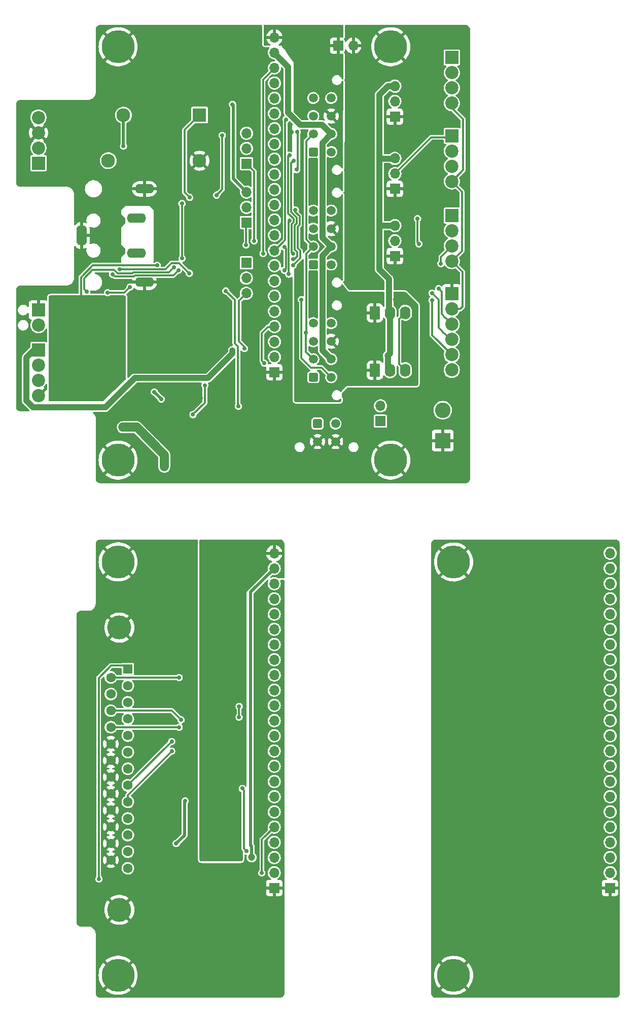
<source format=gbr>
%TF.GenerationSoftware,KiCad,Pcbnew,(6.0.11-0)*%
%TF.CreationDate,2023-07-11T17:26:52+12:00*%
%TF.ProjectId,controller,636f6e74-726f-46c6-9c65-722e6b696361,3.2*%
%TF.SameCoordinates,PX1c9c380PY1312d00*%
%TF.FileFunction,Copper,L2,Bot*%
%TF.FilePolarity,Positive*%
%FSLAX46Y46*%
G04 Gerber Fmt 4.6, Leading zero omitted, Abs format (unit mm)*
G04 Created by KiCad (PCBNEW (6.0.11-0)) date 2023-07-11 17:26:52*
%MOMM*%
%LPD*%
G01*
G04 APERTURE LIST*
G04 Aperture macros list*
%AMRoundRect*
0 Rectangle with rounded corners*
0 $1 Rounding radius*
0 $2 $3 $4 $5 $6 $7 $8 $9 X,Y pos of 4 corners*
0 Add a 4 corners polygon primitive as box body*
4,1,4,$2,$3,$4,$5,$6,$7,$8,$9,$2,$3,0*
0 Add four circle primitives for the rounded corners*
1,1,$1+$1,$2,$3*
1,1,$1+$1,$4,$5*
1,1,$1+$1,$6,$7*
1,1,$1+$1,$8,$9*
0 Add four rect primitives between the rounded corners*
20,1,$1+$1,$2,$3,$4,$5,0*
20,1,$1+$1,$4,$5,$6,$7,0*
20,1,$1+$1,$6,$7,$8,$9,0*
20,1,$1+$1,$8,$9,$2,$3,0*%
G04 Aperture macros list end*
%TA.AperFunction,ComponentPad*%
%ADD10RoundRect,0.250001X0.499999X-0.499999X0.499999X0.499999X-0.499999X0.499999X-0.499999X-0.499999X0*%
%TD*%
%TA.AperFunction,ComponentPad*%
%ADD11C,1.500000*%
%TD*%
%TA.AperFunction,ComponentPad*%
%ADD12RoundRect,0.250000X-0.620000X-0.845000X0.620000X-0.845000X0.620000X0.845000X-0.620000X0.845000X0*%
%TD*%
%TA.AperFunction,ComponentPad*%
%ADD13O,1.740000X2.190000*%
%TD*%
%TA.AperFunction,ComponentPad*%
%ADD14R,2.600000X2.600000*%
%TD*%
%TA.AperFunction,ComponentPad*%
%ADD15C,2.600000*%
%TD*%
%TA.AperFunction,ComponentPad*%
%ADD16RoundRect,0.250001X-0.499999X-0.499999X0.499999X-0.499999X0.499999X0.499999X-0.499999X0.499999X0*%
%TD*%
%TA.AperFunction,ComponentPad*%
%ADD17C,5.500000*%
%TD*%
%TA.AperFunction,ComponentPad*%
%ADD18R,1.700000X1.700000*%
%TD*%
%TA.AperFunction,ComponentPad*%
%ADD19O,1.700000X1.700000*%
%TD*%
%TA.AperFunction,ComponentPad*%
%ADD20R,2.200000X2.200000*%
%TD*%
%TA.AperFunction,ComponentPad*%
%ADD21C,2.200000*%
%TD*%
%TA.AperFunction,ComponentPad*%
%ADD22C,2.300000*%
%TD*%
%TA.AperFunction,ComponentPad*%
%ADD23R,2.300000X2.300000*%
%TD*%
%TA.AperFunction,ComponentPad*%
%ADD24O,3.200000X1.600000*%
%TD*%
%TA.AperFunction,ComponentPad*%
%ADD25O,1.750000X3.500000*%
%TD*%
%TA.AperFunction,ComponentPad*%
%ADD26C,4.000000*%
%TD*%
%TA.AperFunction,ComponentPad*%
%ADD27R,1.600000X1.600000*%
%TD*%
%TA.AperFunction,ComponentPad*%
%ADD28C,1.600000*%
%TD*%
%TA.AperFunction,SMDPad,CuDef*%
%ADD29C,0.300000*%
%TD*%
%TA.AperFunction,SMDPad,CuDef*%
%ADD30C,1.000000*%
%TD*%
%TA.AperFunction,ViaPad*%
%ADD31C,0.700000*%
%TD*%
%TA.AperFunction,ViaPad*%
%ADD32C,1.200000*%
%TD*%
%TA.AperFunction,Conductor*%
%ADD33C,0.300000*%
%TD*%
%TA.AperFunction,Conductor*%
%ADD34C,1.500000*%
%TD*%
%TA.AperFunction,Conductor*%
%ADD35C,0.500000*%
%TD*%
%TA.AperFunction,Conductor*%
%ADD36C,1.000000*%
%TD*%
G04 APERTURE END LIST*
%TO.C,NT27*%
G36*
X81650000Y-55100000D02*
G01*
X81350000Y-55100000D01*
X81350000Y-54500000D01*
X81650000Y-54500000D01*
X81650000Y-55100000D01*
G37*
%TO.C,NT28*%
G36*
X68100000Y-45270000D02*
G01*
X67100000Y-45270000D01*
X67100000Y-43830000D01*
X68100000Y-43830000D01*
X68100000Y-45270000D01*
G37*
%TO.C,NT26*%
G36*
X78818198Y-59198959D02*
G01*
X78606066Y-59411091D01*
X78181802Y-58986827D01*
X78393934Y-58774695D01*
X78818198Y-59198959D01*
G37*
%TO.C,NT25*%
G36*
X78618198Y-61798959D02*
G01*
X78406066Y-62011091D01*
X77981802Y-61586827D01*
X78193934Y-61374695D01*
X78618198Y-61798959D01*
G37*
%TD*%
D10*
%TO.P,J12,1,Pin_1*%
%TO.N,unconnected-(J12-Pad1)*%
X56585000Y-31550000D03*
D11*
%TO.P,J12,2,Pin_2*%
%TO.N,/Connectors & Jumpers/HOLD_OUT*%
X56585000Y-28550000D03*
%TO.P,J12,3,Pin_3*%
%TO.N,/Connectors & Jumpers/XMIN_OUT*%
X56585000Y-25550000D03*
%TO.P,J12,4,Pin_4*%
%TO.N,unconnected-(J12-Pad4)*%
X56585000Y-22550000D03*
%TO.P,J12,5,Pin_5*%
%TO.N,unconnected-(J12-Pad5)*%
X59585000Y-31550000D03*
%TO.P,J12,6,Pin_6*%
%TO.N,+5V*%
X59585000Y-28550000D03*
%TO.P,J12,7,Pin_7*%
%TO.N,GNDA*%
X59585000Y-25550000D03*
%TO.P,J12,8,Pin_8*%
%TO.N,unconnected-(J12-Pad8)*%
X59585000Y-22550000D03*
%TD*%
D12*
%TO.P,J19,1,Pin_1*%
%TO.N,GNDA*%
X66860000Y-68000000D03*
D13*
%TO.P,J19,2,Pin_2*%
%TO.N,+5V*%
X69400000Y-68000000D03*
%TO.P,J19,3,Pin_3*%
%TO.N,/Connectors & Jumpers/PROBE_OUT*%
X71940000Y-68000000D03*
%TD*%
D14*
%TO.P,J6,1,Pin_1*%
%TO.N,GND*%
X78205000Y-79737893D03*
D15*
%TO.P,J6,2,Pin_2*%
%TO.N,24V_SAFE*%
X78205000Y-74657893D03*
%TD*%
D16*
%TO.P,J5,1,Pin_1*%
%TO.N,Net-(D4-Pad1)*%
X57300000Y-76892893D03*
D11*
%TO.P,J5,2,Pin_2*%
%TO.N,/Power/PLED*%
X60300000Y-76892893D03*
%TO.P,J5,3,Pin_3*%
%TO.N,GND*%
X57300000Y-79892893D03*
%TO.P,J5,4,Pin_4*%
X60300000Y-79892893D03*
%TD*%
D17*
%TO.P,H6,1,1*%
%TO.N,GND*%
X24000000Y-83000000D03*
%TD*%
D18*
%TO.P,JP6,1,A*%
%TO.N,/Connectors & Jumpers/X_P17_OUT*%
X45425000Y-43325000D03*
D19*
%TO.P,JP6,2,C*%
%TO.N,/Connectors & Jumpers/P17_IN*%
X45425000Y-40785000D03*
%TO.P,JP6,3,B*%
%TO.N,/Connectors & Jumpers/VFD_PWM*%
X45425000Y-38245000D03*
%TD*%
D20*
%TO.P,J11,1,Pin_1*%
%TO.N,/Connectors & Jumpers/X_COM*%
X79708381Y-15795001D03*
D21*
%TO.P,J11,2,Pin_2*%
%TO.N,/Connectors & Jumpers/XCLK_IN*%
X79708381Y-18335001D03*
%TO.P,J11,3,Pin_3*%
%TO.N,/Connectors & Jumpers/XDIR_IN*%
X79708381Y-20875001D03*
%TO.P,J11,4,Pin_4*%
%TO.N,/Connectors & Jumpers/EN_IN*%
X79708381Y-23415001D03*
%TD*%
D20*
%TO.P,J8,1,Pin_1*%
%TO.N,GND*%
X10700000Y-57930000D03*
D21*
%TO.P,J8,2,Pin_2*%
%TO.N,/Connectors & Jumpers/ESTOP_OUT*%
X10700000Y-60470000D03*
%TD*%
D12*
%TO.P,J18,1,Pin_1*%
%TO.N,GNDA*%
X66860000Y-58400000D03*
D13*
%TO.P,J18,2,Pin_2*%
%TO.N,+5V*%
X69400000Y-58400000D03*
%TO.P,J18,3,Pin_3*%
%TO.N,/Connectors & Jumpers/PROBE_OUT*%
X71940000Y-58400000D03*
%TD*%
D18*
%TO.P,JP5,1,A*%
%TO.N,GND*%
X70200000Y-37713380D03*
D19*
%TO.P,JP5,2,C*%
%TO.N,/Connectors & Jumpers/Y_COM*%
X70200000Y-35173380D03*
%TO.P,JP5,3,B*%
%TO.N,/Connectors & Jumpers/STP_5V*%
X70200000Y-32633380D03*
%TD*%
D10*
%TO.P,J17,1,Pin_1*%
%TO.N,unconnected-(J17-Pad1)*%
X56585000Y-69150000D03*
D11*
%TO.P,J17,2,Pin_2*%
%TO.N,/Connectors & Jumpers/HOLD_OUT*%
X56585000Y-66150000D03*
%TO.P,J17,3,Pin_3*%
%TO.N,unconnected-(J17-Pad3)*%
X56585000Y-63150000D03*
%TO.P,J17,4,Pin_4*%
%TO.N,unconnected-(J17-Pad4)*%
X56585000Y-60150000D03*
%TO.P,J17,5,Pin_5*%
%TO.N,/Connectors & Jumpers/ZMIN_OUT*%
X59585000Y-69150000D03*
%TO.P,J17,6,Pin_6*%
%TO.N,+5V*%
X59585000Y-66150000D03*
%TO.P,J17,7,Pin_7*%
%TO.N,GNDA*%
X59585000Y-63150000D03*
%TO.P,J17,8,Pin_8*%
%TO.N,unconnected-(J17-Pad8)*%
X59585000Y-60150000D03*
%TD*%
D20*
%TO.P,J15,1,Pin_1*%
%TO.N,+5V*%
X10700000Y-64620000D03*
D21*
%TO.P,J15,2,Pin_2*%
%TO.N,/Connectors & Jumpers/X_P17_OUT*%
X10700000Y-67160000D03*
%TO.P,J15,3,Pin_3*%
%TO.N,/Connectors & Jumpers/X_P16_OUT*%
X10700000Y-69700000D03*
%TO.P,J15,4,Pin_4*%
%TO.N,GND*%
X10700000Y-72240000D03*
%TD*%
D17*
%TO.P,H8,1,1*%
%TO.N,GND*%
X69500000Y-82992893D03*
%TD*%
D18*
%TO.P,JP7,1,A*%
%TO.N,/Connectors & Jumpers/X_P16_OUT*%
X45425000Y-33500000D03*
D19*
%TO.P,JP7,2,C*%
%TO.N,/Connectors & Jumpers/P16_IN*%
X45425000Y-30960000D03*
%TO.P,JP7,3,B*%
%TO.N,Net-(JP7-Pad3)*%
X45425000Y-28420000D03*
%TD*%
D17*
%TO.P,H2,1,1*%
%TO.N,GND1*%
X80014222Y-169000000D03*
%TD*%
D18*
%TO.P,JP4,1,A*%
%TO.N,GND*%
X70200000Y-25650000D03*
D19*
%TO.P,JP4,2,C*%
%TO.N,/Connectors & Jumpers/X_COM*%
X70200000Y-23110000D03*
%TO.P,JP4,3,B*%
%TO.N,/Connectors & Jumpers/STP_5V*%
X70200000Y-20570000D03*
%TD*%
D20*
%TO.P,J13,1,Pin_1*%
%TO.N,/Connectors & Jumpers/Y_COM*%
X79708381Y-28848381D03*
D21*
%TO.P,J13,2,Pin_2*%
%TO.N,/Connectors & Jumpers/YCLK_IN*%
X79708381Y-31388381D03*
%TO.P,J13,3,Pin_3*%
%TO.N,/Connectors & Jumpers/YDIR_IN*%
X79708381Y-33928381D03*
%TO.P,J13,4,Pin_4*%
%TO.N,/Connectors & Jumpers/EN_IN*%
X79708381Y-36468381D03*
%TD*%
D17*
%TO.P,H7,1,1*%
%TO.N,GND*%
X69500000Y-13992893D03*
%TD*%
D20*
%TO.P,J16,1,Pin_1*%
%TO.N,/Connectors & Jumpers/Z_COM*%
X79708381Y-42145001D03*
D21*
%TO.P,J16,2,Pin_2*%
%TO.N,/Connectors & Jumpers/ZCLK_IN*%
X79708381Y-44685001D03*
%TO.P,J16,3,Pin_3*%
%TO.N,/Connectors & Jumpers/ZDIR_IN*%
X79708381Y-47225001D03*
%TO.P,J16,4,Pin_4*%
%TO.N,/Connectors & Jumpers/EN_IN*%
X79708381Y-49765001D03*
%TD*%
D22*
%TO.P,K1,1*%
%TO.N,GND*%
X37600000Y-33020000D03*
%TO.P,K1,3*%
%TO.N,/Connectors & Jumpers/VFD_XGND*%
X22360000Y-33000000D03*
%TO.P,K1,5*%
%TO.N,/Connectors & Jumpers/VFD_FWD*%
X24900000Y-25400000D03*
D23*
%TO.P,K1,6*%
%TO.N,Net-(D7-Pad1)*%
X37600000Y-25400000D03*
%TD*%
D10*
%TO.P,J14,1,Pin_1*%
%TO.N,unconnected-(J14-Pad1)*%
X56585000Y-50350000D03*
D11*
%TO.P,J14,2,Pin_2*%
%TO.N,/Connectors & Jumpers/HOLD_OUT*%
X56585000Y-47350000D03*
%TO.P,J14,3,Pin_3*%
%TO.N,unconnected-(J14-Pad3)*%
X56585000Y-44350000D03*
%TO.P,J14,4,Pin_4*%
%TO.N,/Connectors & Jumpers/YMIN_OUT*%
X56585000Y-41350000D03*
%TO.P,J14,5,Pin_5*%
%TO.N,unconnected-(J14-Pad5)*%
X59585000Y-50350000D03*
%TO.P,J14,6,Pin_6*%
%TO.N,+5V*%
X59585000Y-47350000D03*
%TO.P,J14,7,Pin_7*%
%TO.N,GNDA*%
X59585000Y-44350000D03*
%TO.P,J14,8,Pin_8*%
%TO.N,unconnected-(J14-Pad8)*%
X59585000Y-41350000D03*
%TD*%
D18*
%TO.P,JP3,1,A*%
%TO.N,/Connectors & Jumpers/RELAY4*%
X45400000Y-50075000D03*
D19*
%TO.P,JP3,2,C*%
%TO.N,/Connectors & Jumpers/P1_IN*%
X45400000Y-52615000D03*
%TO.P,JP3,3,B*%
%TO.N,/Connectors & Jumpers/CHARGE_PUMP_OUT*%
X45400000Y-55155000D03*
%TD*%
D17*
%TO.P,H3,1,1*%
%TO.N,GND1*%
X24000000Y-99992893D03*
%TD*%
%TO.P,H1,1,1*%
%TO.N,GND1*%
X80000000Y-100000000D03*
%TD*%
D24*
%TO.P,J4,1*%
%TO.N,24V_IN*%
X27050000Y-48400000D03*
%TO.P,J4,2*%
%TO.N,GND*%
X23400000Y-48000000D03*
%TO.P,J4,3*%
X23400000Y-43000000D03*
%TO.P,J4,4*%
%TO.N,24V_IN*%
X27050000Y-42600000D03*
%TO.P,J4,SH*%
%TO.N,GND*%
X28400000Y-37700000D03*
D25*
X17900000Y-45500000D03*
D24*
X28400000Y-53300000D03*
%TD*%
D20*
%TO.P,J10,1,Pin_1*%
%TO.N,GND*%
X79700000Y-55250000D03*
D21*
%TO.P,J10,2,Pin_2*%
%TO.N,/Connectors & Jumpers/RELAY1*%
X79700000Y-57790000D03*
%TO.P,J10,3,Pin_3*%
%TO.N,/Connectors & Jumpers/RELAY2*%
X79700000Y-60330000D03*
%TO.P,J10,4,Pin_4*%
%TO.N,/Connectors & Jumpers/RELAY3*%
X79700000Y-62870000D03*
%TO.P,J10,5,Pin_5*%
%TO.N,/Connectors & Jumpers/RELAY4*%
X79700000Y-65410000D03*
%TO.P,J10,6,Pin_6*%
%TO.N,+5V*%
X79700000Y-67950000D03*
%TD*%
D18*
%TO.P,JP2,1,A*%
%TO.N,GNDA*%
X60725000Y-13800000D03*
D19*
%TO.P,JP2,2,B*%
%TO.N,GND*%
X63265000Y-13800000D03*
%TD*%
D18*
%TO.P,JP1,1,A*%
%TO.N,/Power/Q1_E*%
X67800000Y-76492893D03*
D19*
%TO.P,JP1,2,B*%
%TO.N,/Power/Q1_C*%
X67800000Y-73952893D03*
%TD*%
D18*
%TO.P,JP8,1,A*%
%TO.N,GND*%
X70200000Y-48910000D03*
D19*
%TO.P,JP8,2,C*%
%TO.N,/Connectors & Jumpers/Z_COM*%
X70200000Y-46370000D03*
%TO.P,JP8,3,B*%
%TO.N,/Connectors & Jumpers/STP_5V*%
X70200000Y-43830000D03*
%TD*%
D18*
%TO.P,J3,1,Pin_1*%
%TO.N,GND*%
X50100000Y-68311000D03*
D19*
%TO.P,J3,2,Pin_2*%
%TO.N,+5V*%
X50100000Y-65771000D03*
%TO.P,J3,3,Pin_3*%
%TO.N,/Connectors & Jumpers/HOLD_OUT*%
X50100000Y-63231000D03*
%TO.P,J3,4,Pin_4*%
%TO.N,/Power/nCE_OUT*%
X50100000Y-60691000D03*
%TO.P,J3,5,Pin_5*%
%TO.N,/Connectors & Jumpers/P1_IN*%
X50100000Y-58151000D03*
%TO.P,J3,6,Pin_6*%
%TO.N,/Connectors & Jumpers/PROBE_OUT*%
X50100000Y-55611000D03*
%TO.P,J3,7,Pin_7*%
%TO.N,/Connectors & Jumpers/ZMIN_OUT*%
X50100000Y-53071000D03*
%TO.P,J3,8,Pin_8*%
%TO.N,/Connectors & Jumpers/YMIN_OUT*%
X50100000Y-50531000D03*
%TO.P,J3,9,Pin_9*%
%TO.N,/Connectors & Jumpers/XMIN_OUT*%
X50100000Y-47991000D03*
%TO.P,J3,10,Pin_10*%
%TO.N,/Connectors & Jumpers/RELAY3_IN*%
X50100000Y-45451000D03*
%TO.P,J3,11,Pin_11*%
%TO.N,/Connectors & Jumpers/RELAY2_IN*%
X50100000Y-42911000D03*
%TO.P,J3,12,Pin_12*%
%TO.N,/Connectors & Jumpers/P17_IN*%
X50100000Y-40371000D03*
%TO.P,J3,13,Pin_13*%
%TO.N,/Connectors & Jumpers/P16_IN*%
X50100000Y-37831000D03*
%TO.P,J3,14,Pin_14*%
%TO.N,/Connectors & Jumpers/EN_IN*%
X50100000Y-35291000D03*
%TO.P,J3,15,Pin_15*%
%TO.N,/Connectors & Jumpers/ZDIR_IN*%
X50100000Y-32751000D03*
%TO.P,J3,16,Pin_16*%
%TO.N,/Connectors & Jumpers/ZCLK_IN*%
X50100000Y-30211000D03*
%TO.P,J3,17,Pin_17*%
%TO.N,/Connectors & Jumpers/YDIR_IN*%
X50100000Y-27671000D03*
%TO.P,J3,18,Pin_18*%
%TO.N,/Connectors & Jumpers/YCLK_IN*%
X50100000Y-25131000D03*
%TO.P,J3,19,Pin_19*%
%TO.N,/Connectors & Jumpers/XDIR_IN*%
X50100000Y-22591000D03*
%TO.P,J3,20,Pin_20*%
%TO.N,/Connectors & Jumpers/XCLK_IN*%
X50100000Y-20051000D03*
%TO.P,J3,21,Pin_21*%
%TO.N,/Connectors & Jumpers/ESTOP_OUT*%
X50100000Y-17511000D03*
%TO.P,J3,22,Pin_22*%
%TO.N,+5V*%
X50100000Y-14971000D03*
%TO.P,J3,23,Pin_23*%
%TO.N,GNDA*%
X50100000Y-12431000D03*
%TD*%
D17*
%TO.P,H4,1,1*%
%TO.N,GND1*%
X24000000Y-168992893D03*
%TD*%
D26*
%TO.P,J7,0,PAD*%
%TO.N,GND1*%
X24210331Y-158057893D03*
X24210331Y-110957893D03*
D27*
%TO.P,J7,1,1*%
%TO.N,/LPT Interface/P1_IN*%
X25630331Y-117887893D03*
D28*
%TO.P,J7,2,2*%
%TO.N,/LPT Interface/P2_IN*%
X25630331Y-120657893D03*
%TO.P,J7,3,3*%
%TO.N,/LPT Interface/P3_IN*%
X25630331Y-123427893D03*
%TO.P,J7,4,4*%
%TO.N,/LPT Interface/P4_IN*%
X25630331Y-126197893D03*
%TO.P,J7,5,5*%
%TO.N,/LPT Interface/P5_IN*%
X25630331Y-128967893D03*
%TO.P,J7,6,6*%
%TO.N,/LPT Interface/P6_IN*%
X25630331Y-131737893D03*
%TO.P,J7,7,7*%
%TO.N,/LPT Interface/P7_IN*%
X25630331Y-134507893D03*
%TO.P,J7,8,8*%
%TO.N,/LPT Interface/P8_IN*%
X25630331Y-137277893D03*
%TO.P,J7,9,9*%
%TO.N,/LPT Interface/P9_IN*%
X25630331Y-140047893D03*
%TO.P,J7,10,10*%
%TO.N,/LPT Interface/P10_OUT*%
X25630331Y-142817893D03*
%TO.P,J7,11,11*%
%TO.N,/LPT Interface/P11_OUT*%
X25630331Y-145587893D03*
%TO.P,J7,12,12*%
%TO.N,/LPT Interface/P12_OUT*%
X25630331Y-148357893D03*
%TO.P,J7,13,13*%
%TO.N,/LPT Interface/P13_OUT*%
X25630331Y-151127893D03*
%TO.P,J7,14,P14*%
%TO.N,/LPT Interface/P14_IN*%
X22790331Y-119272893D03*
%TO.P,J7,15,P15*%
%TO.N,/LPT Interface/P15_OUT*%
X22790331Y-122042893D03*
%TO.P,J7,16,P16*%
%TO.N,/LPT Interface/P16_IN*%
X22790331Y-124812893D03*
%TO.P,J7,17,P17*%
%TO.N,/LPT Interface/P17_IN*%
X22790331Y-127582893D03*
%TO.P,J7,18,P18*%
%TO.N,GND1*%
X22790331Y-130352893D03*
%TO.P,J7,19,P19*%
X22790331Y-133122893D03*
%TO.P,J7,20,P20*%
X22790331Y-135892893D03*
%TO.P,J7,21,P21*%
X22790331Y-138662893D03*
%TO.P,J7,22,P22*%
X22790331Y-141432893D03*
%TO.P,J7,23,P23*%
X22790331Y-144202893D03*
%TO.P,J7,24,P24*%
X22790331Y-146972893D03*
%TO.P,J7,25,P25*%
X22790331Y-149742893D03*
%TD*%
D17*
%TO.P,H5,1,1*%
%TO.N,GND*%
X24000000Y-14000000D03*
%TD*%
D20*
%TO.P,J20,1,Pin_1*%
%TO.N,/Connectors & Jumpers/VFD_XGND*%
X10700000Y-33414999D03*
D21*
%TO.P,J20,2,Pin_2*%
%TO.N,/Connectors & Jumpers/VFD_FWD*%
X10700000Y-30874999D03*
%TO.P,J20,3,Pin_3*%
%TO.N,GND*%
X10700000Y-28334999D03*
%TO.P,J20,4,Pin_4*%
%TO.N,/Connectors & Jumpers/VFD_PWM*%
X10700000Y-25794999D03*
%TD*%
D29*
%TO.P,NT27,1,1*%
%TO.N,/Connectors & Jumpers/EN_IN*%
X81500000Y-54500000D03*
%TO.P,NT27,2,2*%
%TO.N,/Connectors & Jumpers/RELAY1*%
X81500000Y-55100000D03*
%TD*%
D30*
%TO.P,NT28,1,1*%
%TO.N,/Connectors & Jumpers/STP_5V*%
X67600000Y-43850000D03*
%TO.P,NT28,2,2*%
%TO.N,+5V*%
X67600000Y-45250000D03*
%TD*%
D18*
%TO.P,J1,1,Pin_1*%
%TO.N,GND1*%
X106125000Y-154417000D03*
D19*
%TO.P,J1,2,Pin_2*%
%TO.N,+5VA*%
X106125000Y-151877000D03*
%TO.P,J1,3,Pin_3*%
%TO.N,/GRBL Interface/HOLD_IN*%
X106125000Y-149337000D03*
%TO.P,J1,4,Pin_4*%
%TO.N,/GRBL Interface/nCE_IN*%
X106125000Y-146797000D03*
%TO.P,J1,5,Pin_5*%
%TO.N,/GRBL Interface/P1_OUT*%
X106125000Y-144257000D03*
%TO.P,J1,6,Pin_6*%
%TO.N,/GRBL Interface/P13_IN*%
X106125000Y-141717000D03*
%TO.P,J1,7,Pin_7*%
%TO.N,/GRBL Interface/P12_IN*%
X106125000Y-139177000D03*
%TO.P,J1,8,Pin_8*%
%TO.N,/GRBL Interface/P11_IN*%
X106125000Y-136637000D03*
%TO.P,J1,9,Pin_9*%
%TO.N,/GRBL Interface/P10_IN*%
X106125000Y-134097000D03*
%TO.P,J1,10,Pin_10*%
%TO.N,/GRBL Interface/P9_OUT*%
X106125000Y-131557000D03*
%TO.P,J1,11,Pin_11*%
%TO.N,/GRBL Interface/P8_OUT*%
X106125000Y-129017000D03*
%TO.P,J1,12,Pin_12*%
%TO.N,/GRBL Interface/P17_OUT*%
X106125000Y-126477000D03*
%TO.P,J1,13,Pin_13*%
%TO.N,/GRBL Interface/P16_OUT*%
X106125000Y-123937000D03*
%TO.P,J1,14,Pin_14*%
%TO.N,/GRBL Interface/P14_OUT*%
X106125000Y-121397000D03*
%TO.P,J1,15,Pin_15*%
%TO.N,/GRBL Interface/P7_OUT*%
X106125000Y-118857000D03*
%TO.P,J1,16,Pin_16*%
%TO.N,/GRBL Interface/P6_OUT*%
X106125000Y-116317000D03*
%TO.P,J1,17,Pin_17*%
%TO.N,/GRBL Interface/P5_OUT*%
X106125000Y-113777000D03*
%TO.P,J1,18,Pin_18*%
%TO.N,/GRBL Interface/P4_OUT*%
X106125000Y-111237000D03*
%TO.P,J1,19,Pin_19*%
%TO.N,/GRBL Interface/P3_OUT*%
X106125000Y-108697000D03*
%TO.P,J1,20,Pin_20*%
%TO.N,/GRBL Interface/P2_OUT*%
X106125000Y-106157000D03*
%TO.P,J1,21,Pin_21*%
%TO.N,/GRBL Interface/P15_IN*%
X106125000Y-103617000D03*
%TO.P,J1,22,Pin_22*%
%TO.N,+5VA*%
X106125000Y-101077000D03*
%TO.P,J1,23,Pin_23*%
%TO.N,GND2*%
X106125000Y-98537000D03*
%TD*%
D29*
%TO.P,NT26,1,1*%
%TO.N,/Connectors & Jumpers/RELAY2_IN*%
X78287868Y-58880761D03*
%TO.P,NT26,2,2*%
%TO.N,/Connectors & Jumpers/RELAY2*%
X78712132Y-59305025D03*
%TD*%
%TO.P,NT25,1,1*%
%TO.N,/Connectors & Jumpers/RELAY3_IN*%
X78087868Y-61480761D03*
%TO.P,NT25,2,2*%
%TO.N,/Connectors & Jumpers/RELAY3*%
X78512132Y-61905025D03*
%TD*%
D18*
%TO.P,J2,1,Pin_1*%
%TO.N,GND1*%
X50063000Y-154417000D03*
D19*
%TO.P,J2,2,Pin_2*%
%TO.N,+5VA*%
X50063000Y-151877000D03*
%TO.P,J2,3,Pin_3*%
%TO.N,unconnected-(J2-Pad3)*%
X50063000Y-149337000D03*
%TO.P,J2,4,Pin_4*%
%TO.N,/LPT Interface/nCE_IN*%
X50063000Y-146797000D03*
%TO.P,J2,5,Pin_5*%
%TO.N,/LPT Interface/P1_OUT*%
X50063000Y-144257000D03*
%TO.P,J2,6,Pin_6*%
%TO.N,/LPT Interface/P13_IN*%
X50063000Y-141717000D03*
%TO.P,J2,7,Pin_7*%
%TO.N,/LPT Interface/P12_IN*%
X50063000Y-139177000D03*
%TO.P,J2,8,Pin_8*%
%TO.N,/LPT Interface/P11_IN*%
X50063000Y-136637000D03*
%TO.P,J2,9,Pin_9*%
%TO.N,/LPT Interface/P10_IN*%
X50063000Y-134097000D03*
%TO.P,J2,10,Pin_10*%
%TO.N,/LPT Interface/P9_OUT*%
X50063000Y-131557000D03*
%TO.P,J2,11,Pin_11*%
%TO.N,/LPT Interface/P8_OUT*%
X50063000Y-129017000D03*
%TO.P,J2,12,Pin_12*%
%TO.N,/LPT Interface/P17_OUT*%
X50063000Y-126477000D03*
%TO.P,J2,13,Pin_13*%
%TO.N,/LPT Interface/P16_OUT*%
X50063000Y-123937000D03*
%TO.P,J2,14,Pin_14*%
%TO.N,/LPT Interface/P14_OUT*%
X50063000Y-121397000D03*
%TO.P,J2,15,Pin_15*%
%TO.N,/LPT Interface/P7_OUT*%
X50063000Y-118857000D03*
%TO.P,J2,16,Pin_16*%
%TO.N,/LPT Interface/P6_OUT*%
X50063000Y-116317000D03*
%TO.P,J2,17,Pin_17*%
%TO.N,/LPT Interface/P5_OUT*%
X50063000Y-113777000D03*
%TO.P,J2,18,Pin_18*%
%TO.N,/LPT Interface/P4_OUT*%
X50063000Y-111237000D03*
%TO.P,J2,19,Pin_19*%
%TO.N,/LPT Interface/P3_OUT*%
X50063000Y-108697000D03*
%TO.P,J2,20,Pin_20*%
%TO.N,/LPT Interface/P2_OUT*%
X50063000Y-106157000D03*
%TO.P,J2,21,Pin_21*%
%TO.N,/LPT Interface/P15_IN*%
X50063000Y-103617000D03*
%TO.P,J2,22,Pin_22*%
%TO.N,+5VA*%
X50063000Y-101077000D03*
%TO.P,J2,23,Pin_23*%
%TO.N,GND2*%
X50063000Y-98537000D03*
%TD*%
D31*
%TO.N,GND*%
X52650000Y-28200000D03*
X28300000Y-76500000D03*
X39450000Y-83250000D03*
X52600000Y-59000000D03*
X26900000Y-71500000D03*
X78000000Y-47692893D03*
X81100000Y-64175000D03*
X42700000Y-76800000D03*
X20600000Y-22800000D03*
X51100000Y-18792893D03*
X45500000Y-36692893D03*
X81600000Y-49792893D03*
X52350000Y-66800000D03*
X76450000Y-46692893D03*
X41540000Y-57000000D03*
X62150000Y-42650000D03*
X62250000Y-35042893D03*
X36450000Y-43000000D03*
X39900000Y-60150000D03*
X33600000Y-76400000D03*
X46150000Y-64750000D03*
X49200000Y-61992893D03*
X30400000Y-49150000D03*
X52800000Y-74000000D03*
X7600000Y-36700000D03*
X30400000Y-42050000D03*
X75150000Y-17600000D03*
X21300000Y-76192893D03*
X74400000Y-56192893D03*
X65700000Y-82692893D03*
X38000000Y-75100000D03*
X82200000Y-70500000D03*
X77900000Y-15100000D03*
X48200000Y-51085786D03*
X7650000Y-74250000D03*
X51800000Y-83492893D03*
X80600000Y-51950000D03*
X30900000Y-78400000D03*
X62150000Y-49900000D03*
X36850000Y-52450000D03*
X63050000Y-31035786D03*
X77900000Y-41800000D03*
X81300000Y-24492893D03*
X45000000Y-56792893D03*
X58850000Y-76342893D03*
X47200000Y-10792893D03*
X35800000Y-24492893D03*
X17100000Y-51750000D03*
X43950000Y-50500000D03*
X48400000Y-67900000D03*
X66450000Y-49900000D03*
X45559355Y-70487998D03*
X30700000Y-76400000D03*
X81500000Y-19600000D03*
X39400000Y-24492893D03*
X71850000Y-32350000D03*
X62250000Y-32942893D03*
X11500000Y-62392893D03*
X7600000Y-23392893D03*
X77050000Y-49192893D03*
X39500000Y-70900000D03*
X62250000Y-37242893D03*
X71900000Y-80192893D03*
X74800000Y-71592893D03*
X37000000Y-40600000D03*
X66400000Y-42650000D03*
X67850000Y-53350000D03*
X49200000Y-74900000D03*
X34600000Y-78300000D03*
X71700000Y-46042893D03*
X66400000Y-22492893D03*
X74800000Y-43792893D03*
X75000000Y-53500000D03*
X43100000Y-72550000D03*
X40500000Y-81367893D03*
X39550000Y-44450000D03*
X32200000Y-72700000D03*
X12600000Y-32200000D03*
X66450000Y-47850000D03*
X44725000Y-67742893D03*
X41525000Y-60000000D03*
X33750000Y-48800000D03*
X42700000Y-75200000D03*
X26600000Y-24492893D03*
X39900000Y-64600000D03*
X64100000Y-78192893D03*
X73300000Y-37300000D03*
X39300000Y-76600000D03*
D32*
X37100000Y-78300000D03*
D31*
X30100000Y-82792893D03*
X66250000Y-76342893D03*
X44900000Y-62100000D03*
X26600000Y-79192893D03*
X37850000Y-38250000D03*
X74800000Y-68892893D03*
X77800000Y-68000000D03*
X12800000Y-54500000D03*
X35300000Y-71500000D03*
X17050000Y-36950000D03*
X35900000Y-49700000D03*
X42700000Y-86342893D03*
X74550000Y-29550000D03*
X69150000Y-45100000D03*
X64900000Y-24292893D03*
X35500000Y-42300000D03*
X53350000Y-78200000D03*
X20200000Y-34400000D03*
X49300000Y-76650000D03*
X39900000Y-62600000D03*
X62150000Y-47850000D03*
X23000000Y-29450000D03*
X76100000Y-20400000D03*
X42700000Y-67400000D03*
X45400000Y-75500000D03*
X40500000Y-49692893D03*
X62200000Y-21992893D03*
X36900000Y-76400000D03*
X59300000Y-74142893D03*
X47400000Y-71450000D03*
X48200000Y-53142893D03*
X81100000Y-59100000D03*
X72950000Y-28700000D03*
X24900000Y-31850000D03*
X77900000Y-28200000D03*
X78400000Y-37650000D03*
X42600000Y-56992893D03*
X52600000Y-60800000D03*
X51800000Y-86342893D03*
X39350000Y-75100000D03*
X71850000Y-34900000D03*
X33585002Y-71300000D03*
X77800000Y-64900000D03*
X62200000Y-19892893D03*
X33250000Y-78300000D03*
X72950000Y-25950000D03*
X33300000Y-83200000D03*
X71900000Y-10792893D03*
X43700000Y-79600000D03*
X48950000Y-79950000D03*
X76050000Y-30600000D03*
X80600000Y-40192893D03*
D32*
X37400000Y-83192893D03*
D31*
X31700000Y-86292893D03*
X35950000Y-83200000D03*
X68800000Y-31203380D03*
X69000000Y-74942893D03*
X35900000Y-78300000D03*
X40500000Y-56992893D03*
X33250000Y-80800000D03*
X26500000Y-22592893D03*
X49150000Y-59400000D03*
X20200000Y-32400000D03*
X80000000Y-25792893D03*
X61700000Y-76342893D03*
X66500000Y-77742893D03*
X82200000Y-86192893D03*
X71900000Y-77192893D03*
X28450000Y-71490000D03*
X7600000Y-54500000D03*
X39750000Y-55550000D03*
X41000000Y-72300000D03*
X69400000Y-77192893D03*
X78000000Y-43792893D03*
X26900000Y-75300000D03*
X7600000Y-62400000D03*
X48850000Y-82850000D03*
X39750000Y-53700000D03*
X76000000Y-74792893D03*
X51100000Y-23942893D03*
X52600000Y-31100000D03*
X37800000Y-72692893D03*
X78300000Y-34992893D03*
X34800000Y-10792893D03*
X23000000Y-25892893D03*
X62500000Y-10792893D03*
X71950000Y-21000000D03*
X59700000Y-86342893D03*
X42700000Y-83500000D03*
X75050000Y-26750000D03*
X42800000Y-81367893D03*
X35800000Y-22600000D03*
X68800000Y-42650000D03*
X75000000Y-51192893D03*
X51300000Y-72450000D03*
X70350000Y-53500000D03*
X39600000Y-67000000D03*
X34650000Y-83200000D03*
X66300000Y-39192893D03*
X75250000Y-61842893D03*
X7600000Y-29700000D03*
X73000000Y-42050000D03*
X62150000Y-53392893D03*
X62200000Y-71592893D03*
X82200000Y-10792893D03*
X16500000Y-53900000D03*
X59700000Y-83492893D03*
X78300000Y-19600000D03*
X12600000Y-34392893D03*
X81600000Y-36492893D03*
D32*
%TO.N,24V_SAFE*%
X17400000Y-64050000D03*
D31*
X13700000Y-62550000D03*
D32*
X18900000Y-62550000D03*
D31*
X13700000Y-67050000D03*
D32*
X18900000Y-64050000D03*
D31*
X20300000Y-69100000D03*
X14400000Y-69900000D03*
X13000000Y-71000000D03*
X15400000Y-68592893D03*
X19150000Y-58000000D03*
X15800000Y-71050000D03*
X17600000Y-56800000D03*
X15400000Y-60750000D03*
X14600000Y-58700000D03*
X15400000Y-67050000D03*
X13000000Y-68900000D03*
D32*
X24797918Y-77502082D03*
D31*
X13700000Y-64750000D03*
D32*
X18900000Y-67050000D03*
D31*
X18800000Y-72700000D03*
X13000000Y-72692893D03*
X14400000Y-71792893D03*
D32*
X20400000Y-67050000D03*
X20400000Y-65550000D03*
D31*
X15400000Y-64750000D03*
X20300000Y-70900000D03*
D32*
X20400000Y-62550000D03*
D31*
X30500000Y-50450000D03*
X14600000Y-56800000D03*
D32*
X21900000Y-62550000D03*
X21900000Y-67050000D03*
D31*
X13700000Y-60750000D03*
X19150000Y-56100000D03*
X16100000Y-56800000D03*
D32*
X18900000Y-65550000D03*
X17400000Y-67050000D03*
X20400000Y-64050000D03*
D31*
X34650000Y-40150000D03*
D32*
X17400000Y-62550000D03*
D31*
X18800000Y-70300000D03*
X20300000Y-72700000D03*
X17600000Y-58700000D03*
D32*
X21900000Y-65550000D03*
D31*
X16100000Y-58700000D03*
D32*
X17400000Y-65550000D03*
X21900000Y-64050000D03*
X31700000Y-84100000D03*
D31*
X17300000Y-69300000D03*
X34700000Y-49300000D03*
X15800000Y-72692893D03*
X15400000Y-62550000D03*
X22400000Y-69300000D03*
%TO.N,/Power/U2_BST*%
X30054413Y-71609450D03*
X31195332Y-72795332D03*
%TO.N,/LPT Interface/P9_IN*%
X32950000Y-131600000D03*
%TO.N,/LPT Interface/P14_IN*%
X34200000Y-119292893D03*
%TO.N,/LPT Interface/P16_IN*%
X34500000Y-126350000D03*
%TO.N,/Power/nCE_OUT*%
X48400000Y-66800000D03*
%TO.N,/Connectors & Jumpers/RELAY4*%
X76400000Y-56292893D03*
%TO.N,/LPT Interface/P17_IN*%
X34200000Y-127600000D03*
%TO.N,/Power/U2_ON_nOFF*%
X38500000Y-70500000D03*
X36500000Y-75400000D03*
%TO.N,/LPT Interface/P1_OUT*%
X48000000Y-151900000D03*
%TO.N,/LPT Interface/nCE_IN*%
X45422934Y-148285163D03*
X44200000Y-124092893D03*
X44726438Y-137800898D03*
X44200000Y-125916333D03*
%TO.N,/Connectors & Jumpers/ZDIR_IN*%
X53199500Y-49492893D03*
X77900000Y-50192893D03*
X53299500Y-33000000D03*
%TO.N,/Connectors & Jumpers/ZCLK_IN*%
X52599500Y-32100500D03*
X53199500Y-48521264D03*
%TO.N,/Connectors & Jumpers/YDIR_IN*%
X53800000Y-34500000D03*
X53900000Y-28194000D03*
%TO.N,Net-(D7-Pad1)*%
X35950000Y-39150000D03*
%TO.N,/LPT Interface/P8_IN*%
X32950000Y-129950000D03*
%TO.N,/Connectors & Jumpers/ESTOP_OUT*%
X24250000Y-51149500D03*
X35900000Y-51793393D03*
X48200000Y-48492893D03*
%TO.N,/Connectors & Jumpers/ZMIN_OUT*%
X54610000Y-56192893D03*
%TO.N,/Connectors & Jumpers/YMIN_OUT*%
X53599500Y-41200000D03*
X53200000Y-50492893D03*
%TO.N,/Connectors & Jumpers/XMIN_OUT*%
X52019622Y-26130378D03*
%TO.N,/Connectors & Jumpers/RELAY2_IN*%
X77500000Y-54392893D03*
X52599500Y-42992893D03*
X52500000Y-51942893D03*
%TO.N,/Connectors & Jumpers/RELAY3_IN*%
X51750000Y-47399244D03*
X76400000Y-55099500D03*
X51750000Y-51299500D03*
%TO.N,/LPT Interface/P1_IN*%
X20775000Y-152925000D03*
D32*
%TO.N,+5V*%
X69050000Y-65550000D03*
D31*
X43100000Y-64700000D03*
%TO.N,GNDA*%
X70250000Y-56142893D03*
X59300000Y-35042893D03*
X59300000Y-39842893D03*
X61150000Y-70942893D03*
X54900000Y-47200000D03*
X61150000Y-18242893D03*
X59300000Y-72900000D03*
X57950000Y-47350000D03*
X60900000Y-49900000D03*
X53850000Y-65950000D03*
X53848000Y-57150000D03*
X54500000Y-50400000D03*
X54500000Y-53100000D03*
X55400000Y-67992893D03*
X71700000Y-60100000D03*
X56850000Y-39842893D03*
X53850000Y-62900000D03*
X71700000Y-66000000D03*
X61100000Y-21992893D03*
X53850000Y-58942893D03*
X57950000Y-25900000D03*
X64600000Y-64300000D03*
X53800000Y-72900000D03*
X61950000Y-58992893D03*
X61900000Y-57192893D03*
X71600000Y-63000000D03*
X58000000Y-68742893D03*
X61000000Y-10792893D03*
X58000000Y-21992893D03*
X56350000Y-33092893D03*
X68200000Y-63200000D03*
X53800000Y-24600000D03*
X53800000Y-19892893D03*
X56900000Y-36192893D03*
X56500000Y-56800000D03*
X61100000Y-33292893D03*
X56500000Y-51800000D03*
X59250000Y-19892893D03*
X73700000Y-58092893D03*
X53800000Y-21992893D03*
X73500000Y-68900000D03*
X69550000Y-70192893D03*
X59300000Y-56100000D03*
X61100000Y-37192893D03*
X61050000Y-27742893D03*
X59850000Y-30092893D03*
X67850000Y-56092893D03*
X68200000Y-60200000D03*
X56900000Y-42900000D03*
X53800000Y-36192893D03*
X64600000Y-66700000D03*
X64600000Y-70192893D03*
X59300000Y-53542893D03*
%TO.N,/Connectors & Jumpers/HOLD_OUT*%
X55309500Y-61700000D03*
%TO.N,Net-(JP7-Pad3)*%
X40450000Y-38750000D03*
X41400000Y-28800000D03*
%TO.N,/Connectors & Jumpers/Z_COM*%
X74000000Y-42692893D03*
X74200000Y-46892893D03*
%TO.N,/Power/Q1_C*%
X26000000Y-54100000D03*
X41985786Y-54750000D03*
X22250000Y-55050000D03*
X44100000Y-74000000D03*
%TO.N,/Connectors & Jumpers/VFD_PWM*%
X43100000Y-23592893D03*
%TO.N,/Connectors & Jumpers/VFD_FWD*%
X24900000Y-30592893D03*
%TO.N,GND1*%
X36950000Y-123650000D03*
X48350000Y-104150000D03*
X47200000Y-130950000D03*
X17800000Y-124800000D03*
X32600000Y-143900000D03*
X19700000Y-135900000D03*
X22800000Y-153800000D03*
X35500000Y-161800000D03*
X36100000Y-100392893D03*
X34550000Y-125100000D03*
X42000000Y-153800000D03*
X23900000Y-123500000D03*
X33650000Y-107850000D03*
X47400000Y-121292893D03*
X36700000Y-141675000D03*
X36900000Y-146992893D03*
X35400000Y-152100000D03*
X34450000Y-131550000D03*
X32400000Y-120100000D03*
X19700000Y-149800000D03*
X22800000Y-152100000D03*
X36800000Y-96892893D03*
X47600000Y-135575000D03*
X17800000Y-144292893D03*
X45500000Y-150200000D03*
X51100000Y-161800000D03*
X42000000Y-152100000D03*
X30000000Y-135700000D03*
X51000000Y-135292893D03*
X47800000Y-122592893D03*
X47200000Y-106300000D03*
X19700000Y-141400000D03*
X24000000Y-118000000D03*
X19750000Y-130375000D03*
X29150000Y-126250000D03*
X51300000Y-104800000D03*
X30000000Y-172092893D03*
X27250000Y-114200000D03*
X34750000Y-111650000D03*
X51100000Y-172092893D03*
X29300000Y-152100000D03*
X19700000Y-144200000D03*
X35100000Y-121892893D03*
X51275000Y-130292893D03*
X51275000Y-140392893D03*
X28000000Y-118400000D03*
X27950000Y-133650000D03*
X34100000Y-141750000D03*
X32600000Y-147492893D03*
X33050000Y-128500000D03*
X29300000Y-153800000D03*
X29200000Y-128500000D03*
X34950000Y-109150000D03*
X34975000Y-138117893D03*
X30100000Y-144700000D03*
X29150000Y-123300000D03*
X17800000Y-160092893D03*
X19700000Y-138700000D03*
X32600000Y-149800000D03*
X26750000Y-139050000D03*
X36900000Y-105192893D03*
X47325000Y-132500000D03*
X33450000Y-105400000D03*
X30100000Y-147492893D03*
X34600000Y-135750000D03*
X51275000Y-109892893D03*
X19700000Y-147000000D03*
X51275000Y-120092893D03*
X42000000Y-161800000D03*
X17800000Y-108900000D03*
X33050000Y-126400000D03*
X19700000Y-133100000D03*
X30100000Y-149800000D03*
X40700000Y-172092893D03*
X27050000Y-141750000D03*
X37900000Y-150900000D03*
X35400000Y-153800000D03*
%TO.N,/Connectors & Jumpers/CHARGE_PUMP_OUT*%
X45100000Y-64349500D03*
%TO.N,/Connectors & Jumpers/X_P16_OUT*%
X46700000Y-46392893D03*
X33307607Y-50801000D03*
X18750000Y-54900000D03*
%TO.N,/Connectors & Jumpers/X_P17_OUT*%
X23110653Y-51989347D03*
X45375001Y-47092393D03*
X34055338Y-51301000D03*
%TO.N,+5VA*%
X35200000Y-139900000D03*
X33700000Y-147000000D03*
D32*
X46300000Y-149300000D03*
D31*
%TO.N,GND2*%
X38125000Y-109467893D03*
X38500000Y-138700000D03*
X38000000Y-126050000D03*
X40050000Y-111342893D03*
X40000000Y-141800000D03*
X51300000Y-102250000D03*
X38050000Y-133000000D03*
X38000000Y-124092893D03*
X40200000Y-148092893D03*
X41000000Y-139700000D03*
X41200000Y-141800000D03*
X40100000Y-132992893D03*
X41200000Y-149600000D03*
X40100000Y-124092893D03*
X38000000Y-116150000D03*
X38100000Y-96892893D03*
X42700000Y-117450000D03*
X40050000Y-109467893D03*
X43800000Y-111392893D03*
X40100000Y-105517893D03*
X42675000Y-126092893D03*
X40100000Y-126050000D03*
X39825000Y-107739393D03*
X42700000Y-138000000D03*
X38500000Y-149592893D03*
X38150000Y-111367893D03*
X44250000Y-138650000D03*
X46900000Y-99292893D03*
X42700000Y-133000000D03*
X45000000Y-96892893D03*
X42700000Y-149600000D03*
X45000000Y-101992893D03*
X40240000Y-98849393D03*
X40200000Y-146192893D03*
X44350000Y-109092893D03*
X40100000Y-116150000D03*
X40100000Y-101092893D03*
X42000000Y-104192893D03*
X42025000Y-111367893D03*
X42000000Y-109092893D03*
X44300000Y-149592893D03*
X42675000Y-124142893D03*
X41200000Y-145400000D03*
%TD*%
D33*
%TO.N,GND*%
X62250000Y-35042893D02*
X62250000Y-37242893D01*
%TO.N,24V_SAFE*%
X34700000Y-49300000D02*
X34650000Y-49250000D01*
X17800000Y-62150000D02*
X17400000Y-62550000D01*
D34*
X31700000Y-82092893D02*
X27109189Y-77502082D01*
D33*
X30500000Y-50450000D02*
X19808435Y-50450000D01*
X19808435Y-50450000D02*
X17800000Y-52458435D01*
X34650000Y-49250000D02*
X34650000Y-40150000D01*
D34*
X27109189Y-77502082D02*
X24797918Y-77502082D01*
X31700000Y-84100000D02*
X31700000Y-82092893D01*
D33*
X17800000Y-52458435D02*
X17800000Y-62150000D01*
D35*
%TO.N,/Power/U2_BST*%
X31195332Y-72750369D02*
X30054413Y-71609450D01*
X31195332Y-72795332D02*
X31195332Y-72750369D01*
D33*
%TO.N,/LPT Interface/P9_IN*%
X25630331Y-140047893D02*
X25630331Y-138919669D01*
X25630331Y-138919669D02*
X32950000Y-131600000D01*
%TO.N,/LPT Interface/P14_IN*%
X34200000Y-119292893D02*
X22810331Y-119292893D01*
X22810331Y-119292893D02*
X22790331Y-119272893D01*
%TO.N,/LPT Interface/P16_IN*%
X32962893Y-124812893D02*
X22790331Y-124812893D01*
X34500000Y-126350000D02*
X32962893Y-124812893D01*
%TO.N,/Power/nCE_OUT*%
X48000000Y-61792893D02*
X48000000Y-66400000D01*
X48000000Y-66400000D02*
X48400000Y-66800000D01*
X50100000Y-60760000D02*
X49032893Y-60760000D01*
X49032893Y-60760000D02*
X48000000Y-61792893D01*
%TO.N,/Connectors & Jumpers/RELAY4*%
X76400000Y-56292893D02*
X76400000Y-62110000D01*
X76400000Y-62110000D02*
X79700000Y-65410000D01*
%TO.N,/LPT Interface/P17_IN*%
X22790331Y-127582893D02*
X34182893Y-127582893D01*
X34182893Y-127582893D02*
X34200000Y-127600000D01*
%TO.N,/Connectors & Jumpers/RELAY3*%
X79477107Y-62870000D02*
X79700000Y-62870000D01*
X78512132Y-61905025D02*
X79477107Y-62870000D01*
%TO.N,/Connectors & Jumpers/RELAY2*%
X78712132Y-59305025D02*
X79700000Y-60292893D01*
X79700000Y-60292893D02*
X79700000Y-60330000D01*
%TO.N,/Connectors & Jumpers/RELAY1*%
X81500000Y-57392893D02*
X81500000Y-55100000D01*
X81102893Y-57790000D02*
X81500000Y-57392893D01*
X79700000Y-57790000D02*
X81102893Y-57790000D01*
D36*
%TO.N,/Connectors & Jumpers/STP_5V*%
X67600000Y-43850000D02*
X70180000Y-43850000D01*
X67600000Y-22000000D02*
X69030000Y-20570000D01*
X67600000Y-43850000D02*
X67600000Y-22000000D01*
X69030000Y-20570000D02*
X70200000Y-20570000D01*
X70200000Y-32633380D02*
X70183380Y-32650000D01*
X70180000Y-43850000D02*
X70200000Y-43830000D01*
X70183380Y-32650000D02*
X67600000Y-32650000D01*
D33*
%TO.N,/Power/U2_ON_nOFF*%
X38500000Y-73400000D02*
X36500000Y-75400000D01*
X38500000Y-70500000D02*
X38500000Y-73400000D01*
%TO.N,/LPT Interface/P1_OUT*%
X48000000Y-146320000D02*
X48000000Y-151900000D01*
X50063000Y-144257000D02*
X48000000Y-146320000D01*
%TO.N,/LPT Interface/nCE_IN*%
X44200000Y-125916333D02*
X44200000Y-124092893D01*
X45000000Y-138074460D02*
X45000000Y-147862229D01*
X44726438Y-137800898D02*
X45000000Y-138074460D01*
X45000000Y-147862229D02*
X45422934Y-148285163D01*
%TO.N,/Connectors & Jumpers/ZDIR_IN*%
X52900000Y-33399500D02*
X52900000Y-41596337D01*
X53500000Y-47831814D02*
X53899500Y-48231314D01*
X52900000Y-41596337D02*
X53799500Y-42495837D01*
X53799500Y-42495837D02*
X53799500Y-43489949D01*
X53400000Y-49492893D02*
X53199500Y-49492893D01*
X79708381Y-47284512D02*
X79708381Y-47225001D01*
X53899500Y-48231314D02*
X53899500Y-48993393D01*
X77900000Y-49092893D02*
X79708381Y-47284512D01*
X53299500Y-33000000D02*
X52900000Y-33399500D01*
X77900000Y-50192893D02*
X77900000Y-49092893D01*
X53799500Y-43489949D02*
X53500000Y-43789449D01*
X53899500Y-48993393D02*
X53400000Y-49492893D01*
X53500000Y-43789449D02*
X53500000Y-47831814D01*
%TO.N,/Connectors & Jumpers/ZCLK_IN*%
X52400000Y-41803443D02*
X53299500Y-42702943D01*
X53299500Y-42702943D02*
X53299500Y-43282843D01*
X53299500Y-43282843D02*
X53000000Y-43582343D01*
X53000000Y-43582343D02*
X53000000Y-48321764D01*
X52400000Y-32300000D02*
X52400000Y-41803443D01*
X52599500Y-32100500D02*
X52400000Y-32300000D01*
X53000000Y-48321764D02*
X53199500Y-48521264D01*
%TO.N,/Connectors & Jumpers/YDIR_IN*%
X54000000Y-28294000D02*
X53900000Y-28194000D01*
X53800000Y-34500000D02*
X54000000Y-34300000D01*
X54000000Y-34300000D02*
X54000000Y-28294000D01*
%TO.N,Net-(D7-Pad1)*%
X35100000Y-27900000D02*
X37600000Y-25400000D01*
X35100000Y-38300000D02*
X35100000Y-27900000D01*
X35950000Y-39150000D02*
X35100000Y-38300000D01*
%TO.N,/LPT Interface/P8_IN*%
X25630331Y-137269669D02*
X32950000Y-129950000D01*
X25630331Y-137277893D02*
X25630331Y-137269669D01*
%TO.N,/Connectors & Jumpers/ESTOP_OUT*%
X32906606Y-50100500D02*
X34207107Y-50100500D01*
X34207107Y-50100500D02*
X35900000Y-51793393D01*
X26385788Y-51150000D02*
X31857106Y-51150000D01*
X48200000Y-48492893D02*
X48200000Y-19480000D01*
X26385288Y-51149500D02*
X26385788Y-51150000D01*
X24250000Y-51149500D02*
X26385288Y-51149500D01*
X48200000Y-19480000D02*
X50100000Y-17580000D01*
X31857106Y-51150000D02*
X32906606Y-50100500D01*
%TO.N,/Connectors & Jumpers/EN_IN*%
X79708381Y-36468381D02*
X81600000Y-34576762D01*
X81500000Y-54500000D02*
X81500000Y-51556620D01*
X81500000Y-51556620D02*
X79708381Y-49765001D01*
X81400500Y-48072882D02*
X81400500Y-38160500D01*
X79708381Y-24201274D02*
X79708381Y-23415001D01*
X81600000Y-34576762D02*
X81600000Y-26092893D01*
X81600000Y-26092893D02*
X79708381Y-24201274D01*
X81400500Y-38160500D02*
X79708381Y-36468381D01*
X79708381Y-49765001D02*
X81400500Y-48072882D01*
%TO.N,/Connectors & Jumpers/PROBE_OUT*%
X70880000Y-59460000D02*
X71940000Y-58400000D01*
X71940000Y-68000000D02*
X70880000Y-66940000D01*
X70880000Y-66940000D02*
X70880000Y-59460000D01*
%TO.N,/Connectors & Jumpers/ZMIN_OUT*%
X54610000Y-56192893D02*
X54610000Y-65952893D01*
X54610000Y-65952893D02*
X56200000Y-67542893D01*
X57977893Y-67542893D02*
X59585000Y-69150000D01*
X56200000Y-67542893D02*
X57977893Y-67542893D01*
%TO.N,/Connectors & Jumpers/YMIN_OUT*%
X54399500Y-48024207D02*
X54399500Y-49293393D01*
X53599500Y-41200000D02*
X53599500Y-41588731D01*
X54399500Y-49293393D02*
X53200000Y-50492893D01*
X54000000Y-47624708D02*
X54399500Y-48024207D01*
X54299500Y-43697056D02*
X54000000Y-43996555D01*
X53599500Y-41588731D02*
X54299500Y-42288731D01*
X54299500Y-42288731D02*
X54299500Y-43697056D01*
X54000000Y-43996555D02*
X54000000Y-47624708D01*
%TO.N,/Connectors & Jumpers/XMIN_OUT*%
X51900000Y-46260000D02*
X50100000Y-48060000D01*
X51900000Y-26250000D02*
X51900000Y-46260000D01*
X52019622Y-26130378D02*
X51900000Y-26250000D01*
%TO.N,/Connectors & Jumpers/RELAY2_IN*%
X52500000Y-43092393D02*
X52500000Y-51942893D01*
X52599500Y-42992893D02*
X52500000Y-43092393D01*
X78000000Y-54892893D02*
X78000000Y-58592893D01*
X77500000Y-54392893D02*
X78000000Y-54892893D01*
X78000000Y-58592893D02*
X78287868Y-58880761D01*
%TO.N,/Connectors & Jumpers/RELAY3_IN*%
X52000000Y-47649244D02*
X52000000Y-51049500D01*
X77500000Y-60892893D02*
X78087868Y-61480761D01*
X52000000Y-51049500D02*
X51750000Y-51299500D01*
X77500000Y-56199500D02*
X77500000Y-60892893D01*
X51750000Y-47399244D02*
X52000000Y-47649244D01*
X76400000Y-55099500D02*
X77500000Y-56199500D01*
%TO.N,/LPT Interface/P1_IN*%
X20775000Y-119350000D02*
X22825000Y-117300000D01*
X25042438Y-117300000D02*
X25630331Y-117887893D01*
X20775000Y-152925000D02*
X20775000Y-119350000D01*
X22825000Y-117300000D02*
X25042438Y-117300000D01*
D36*
%TO.N,+5V*%
X69050000Y-65550000D02*
X69050000Y-68000000D01*
X59585000Y-66150000D02*
X58100000Y-64665000D01*
X69200000Y-58200000D02*
X69200000Y-52750000D01*
X69400000Y-58400000D02*
X69200000Y-58200000D01*
X39000000Y-69300000D02*
X26792893Y-69300000D01*
X69200000Y-52750000D02*
X67600000Y-51150000D01*
X9800000Y-74200000D02*
X8700000Y-73100000D01*
X67600000Y-51150000D02*
X67600000Y-45250000D01*
X8700000Y-65900000D02*
X9980000Y-64620000D01*
X54424418Y-27024418D02*
X52400000Y-25000000D01*
X58100000Y-45865000D02*
X58100000Y-30035000D01*
X69050000Y-65550000D02*
X69400000Y-65200000D01*
X26792893Y-69300000D02*
X21892893Y-74200000D01*
X21892893Y-74200000D02*
X9800000Y-74200000D01*
X52400000Y-17340000D02*
X50100000Y-15040000D01*
X59585000Y-47350000D02*
X58100000Y-45865000D01*
X43100000Y-64700000D02*
X43100000Y-65200000D01*
X59585000Y-28550000D02*
X58059418Y-27024418D01*
X8700000Y-73100000D02*
X8700000Y-65900000D01*
X52400000Y-25000000D02*
X52400000Y-17340000D01*
X43100000Y-65200000D02*
X39000000Y-69300000D01*
X58100000Y-48835000D02*
X59585000Y-47350000D01*
X58059418Y-27024418D02*
X54424418Y-27024418D01*
X58100000Y-30035000D02*
X59585000Y-28550000D01*
X9980000Y-64620000D02*
X10700000Y-64620000D01*
X69400000Y-65200000D02*
X69400000Y-58400000D01*
X58100000Y-64665000D02*
X58100000Y-48835000D01*
D33*
%TO.N,/Connectors & Jumpers/Y_COM*%
X76273380Y-29100000D02*
X70200000Y-35173380D01*
X79456762Y-29100000D02*
X76273380Y-29100000D01*
X79708381Y-28848381D02*
X79456762Y-29100000D01*
%TO.N,/Connectors & Jumpers/HOLD_OUT*%
X55400000Y-29735000D02*
X56585000Y-28550000D01*
X56585000Y-47350000D02*
X55400000Y-46165000D01*
X55309500Y-61700000D02*
X55400000Y-61609500D01*
X55372000Y-64937000D02*
X56585000Y-66150000D01*
X55400000Y-61609500D02*
X55400000Y-48535000D01*
X55400000Y-48535000D02*
X56585000Y-47350000D01*
X55372000Y-61762500D02*
X55372000Y-64937000D01*
X55309500Y-61700000D02*
X55372000Y-61762500D01*
X55400000Y-46165000D02*
X55400000Y-29735000D01*
%TO.N,Net-(JP7-Pad3)*%
X41400000Y-37800000D02*
X40450000Y-38750000D01*
X41400000Y-28800000D02*
X41400000Y-37800000D01*
%TO.N,/Connectors & Jumpers/Z_COM*%
X74000000Y-46692893D02*
X74000000Y-42692893D01*
X74200000Y-46892893D02*
X74000000Y-46692893D01*
%TO.N,/Power/Q1_C*%
X44000000Y-63996446D02*
X44000000Y-73900000D01*
X22250000Y-55050000D02*
X25050000Y-55050000D01*
X25050000Y-55050000D02*
X26000000Y-54100000D01*
X44000000Y-73900000D02*
X44100000Y-74000000D01*
X43500000Y-63496446D02*
X44000000Y-63996446D01*
X43500000Y-56264214D02*
X43500000Y-63496446D01*
X41985786Y-54750000D02*
X43500000Y-56264214D01*
D35*
%TO.N,/Connectors & Jumpers/VFD_PWM*%
X43200000Y-36020000D02*
X45425000Y-38245000D01*
X43100000Y-23592893D02*
X43200000Y-23692893D01*
X43200000Y-23692893D02*
X43200000Y-36020000D01*
%TO.N,/Connectors & Jumpers/VFD_FWD*%
X24900000Y-30592893D02*
X24900000Y-25400000D01*
D33*
%TO.N,/Connectors & Jumpers/CHARGE_PUMP_OUT*%
X45100000Y-64349500D02*
X45100000Y-64085787D01*
X44200000Y-56355000D02*
X45400000Y-55155000D01*
X45100000Y-64085787D02*
X44200000Y-63185787D01*
X44200000Y-63185787D02*
X44200000Y-56355000D01*
%TO.N,/Connectors & Jumpers/X_P16_OUT*%
X26393394Y-51849500D02*
X26592894Y-51650000D01*
X26592894Y-51650000D02*
X32458607Y-51650000D01*
X46700000Y-34775000D02*
X45425000Y-33500000D01*
X23360550Y-51250000D02*
X23960050Y-51849500D01*
X19715541Y-51250000D02*
X23360550Y-51250000D01*
X32458607Y-51650000D02*
X33307607Y-50801000D01*
X18319999Y-52645542D02*
X19715541Y-51250000D01*
X18319999Y-54469999D02*
X18319999Y-52645542D01*
X46700000Y-46392893D02*
X46700000Y-34775000D01*
X23960050Y-51849500D02*
X26393394Y-51849500D01*
X18750000Y-54900000D02*
X18319999Y-54469999D01*
%TO.N,/Connectors & Jumpers/X_P17_OUT*%
X45375001Y-43374999D02*
X45425000Y-43325000D01*
X23110653Y-51989347D02*
X23471306Y-52350000D01*
X33206338Y-52150000D02*
X34055338Y-51301000D01*
X26600000Y-52350000D02*
X26800000Y-52150000D01*
X45375001Y-47092393D02*
X45375001Y-43374999D01*
X26800000Y-52150000D02*
X33206338Y-52150000D01*
X23471306Y-52350000D02*
X26600000Y-52350000D01*
D35*
%TO.N,+5VA*%
X35100000Y-145600000D02*
X35100000Y-140000000D01*
X46150000Y-104990000D02*
X50063000Y-101077000D01*
X35100000Y-140000000D02*
X35200000Y-139900000D01*
X46300000Y-147450000D02*
X46300000Y-149300000D01*
X46150000Y-147300000D02*
X46150000Y-104990000D01*
X33700000Y-147000000D02*
X35100000Y-145600000D01*
X46150000Y-147300000D02*
X46300000Y-147450000D01*
D33*
%TO.N,GND2*%
X38500000Y-138700000D02*
X40000000Y-140200000D01*
X42700000Y-138000000D02*
X42700000Y-149600000D01*
X41000000Y-141600000D02*
X41200000Y-141800000D01*
X40200000Y-148092893D02*
X40200000Y-146192893D01*
X40000000Y-140200000D02*
X40000000Y-141800000D01*
X41000000Y-139700000D02*
X41000000Y-141600000D01*
X41200000Y-149600000D02*
X41200000Y-145400000D01*
X44250000Y-138650000D02*
X44300000Y-138700000D01*
X44300000Y-138700000D02*
X44300000Y-149592893D01*
%TD*%
%TA.AperFunction,Conductor*%
%TO.N,GND1*%
G36*
X37287539Y-96270185D02*
G01*
X37333294Y-96322989D01*
X37344500Y-96374500D01*
X37344500Y-149680682D01*
X37345731Y-149705729D01*
X37348114Y-149729920D01*
X37351792Y-149754718D01*
X37352091Y-149756221D01*
X37362290Y-149807493D01*
X37367433Y-149833351D01*
X37381972Y-149881280D01*
X37400487Y-149925980D01*
X37401922Y-149928664D01*
X37401924Y-149928669D01*
X37417104Y-149957068D01*
X37424099Y-149970155D01*
X37425792Y-149972689D01*
X37425797Y-149972697D01*
X37460036Y-150023939D01*
X37460041Y-150023946D01*
X37461725Y-150026466D01*
X37463645Y-150028805D01*
X37463652Y-150028815D01*
X37491562Y-150062823D01*
X37493499Y-150065183D01*
X37527710Y-150099394D01*
X37530068Y-150101329D01*
X37530070Y-150101331D01*
X37564078Y-150129241D01*
X37564088Y-150129248D01*
X37566427Y-150131168D01*
X37568947Y-150132852D01*
X37568954Y-150132857D01*
X37620196Y-150167096D01*
X37620204Y-150167101D01*
X37622738Y-150168794D01*
X37625436Y-150170236D01*
X37664224Y-150190969D01*
X37664229Y-150190971D01*
X37666913Y-150192406D01*
X37711613Y-150210921D01*
X37737715Y-150218839D01*
X37756627Y-150224576D01*
X37756632Y-150224577D01*
X37759542Y-150225460D01*
X37762532Y-150226055D01*
X37762537Y-150226056D01*
X37827630Y-150239003D01*
X37838175Y-150241101D01*
X37853829Y-150243423D01*
X37861468Y-150244556D01*
X37861477Y-150244557D01*
X37862973Y-150244779D01*
X37887164Y-150247162D01*
X37888678Y-150247236D01*
X37888686Y-150247237D01*
X37910700Y-150248319D01*
X37910711Y-150248319D01*
X37912211Y-150248393D01*
X44487789Y-150248393D01*
X44489289Y-150248319D01*
X44489300Y-150248319D01*
X44511314Y-150247237D01*
X44511322Y-150247236D01*
X44512836Y-150247162D01*
X44537027Y-150244779D01*
X44538523Y-150244557D01*
X44538532Y-150244556D01*
X44546171Y-150243423D01*
X44561825Y-150241101D01*
X44572370Y-150239003D01*
X44637463Y-150226056D01*
X44637468Y-150226055D01*
X44640458Y-150225460D01*
X44643368Y-150224577D01*
X44643373Y-150224576D01*
X44662285Y-150218839D01*
X44688387Y-150210921D01*
X44733087Y-150192406D01*
X44735771Y-150190971D01*
X44735776Y-150190969D01*
X44774564Y-150170236D01*
X44777262Y-150168794D01*
X44779796Y-150167101D01*
X44779804Y-150167096D01*
X44831046Y-150132857D01*
X44831053Y-150132852D01*
X44833573Y-150131168D01*
X44835912Y-150129248D01*
X44835922Y-150129241D01*
X44869930Y-150101331D01*
X44869932Y-150101329D01*
X44872290Y-150099394D01*
X44906501Y-150065183D01*
X44908438Y-150062823D01*
X44936348Y-150028815D01*
X44936355Y-150028805D01*
X44938275Y-150026466D01*
X44939959Y-150023946D01*
X44939964Y-150023939D01*
X44974203Y-149972697D01*
X44974208Y-149972689D01*
X44975901Y-149970155D01*
X44982896Y-149957068D01*
X44998076Y-149928669D01*
X44998078Y-149928664D01*
X44999513Y-149925980D01*
X45018028Y-149881280D01*
X45032567Y-149833351D01*
X45037711Y-149807493D01*
X45047909Y-149756221D01*
X45048208Y-149754718D01*
X45051886Y-149729920D01*
X45054269Y-149705729D01*
X45055500Y-149680682D01*
X45055500Y-148968523D01*
X45075185Y-148901484D01*
X45127989Y-148855729D01*
X45197147Y-148845785D01*
X45226953Y-148853962D01*
X45266172Y-148870207D01*
X45313575Y-148876448D01*
X45386108Y-148885997D01*
X45450005Y-148914263D01*
X45488476Y-148972588D01*
X45487854Y-149047253D01*
X45463503Y-149122197D01*
X45444815Y-149300000D01*
X45463503Y-149477803D01*
X45465510Y-149483981D01*
X45465511Y-149483984D01*
X45473930Y-149509894D01*
X45518750Y-149647835D01*
X45521997Y-149653460D01*
X45521998Y-149653461D01*
X45549114Y-149700427D01*
X45608141Y-149802665D01*
X45612487Y-149807492D01*
X45612488Y-149807493D01*
X45667955Y-149869095D01*
X45727770Y-149935526D01*
X45872407Y-150040612D01*
X45878341Y-150043254D01*
X45999581Y-150097233D01*
X46035733Y-150113329D01*
X46042095Y-150114681D01*
X46042094Y-150114681D01*
X46204246Y-150149148D01*
X46204251Y-150149148D01*
X46210609Y-150150500D01*
X46389391Y-150150500D01*
X46395749Y-150149148D01*
X46395754Y-150149148D01*
X46557906Y-150114681D01*
X46557905Y-150114681D01*
X46564267Y-150113329D01*
X46600420Y-150097233D01*
X46721659Y-150043254D01*
X46727593Y-150040612D01*
X46872230Y-149935526D01*
X46932045Y-149869095D01*
X46987512Y-149807493D01*
X46987513Y-149807492D01*
X46991859Y-149802665D01*
X47050886Y-149700427D01*
X47078002Y-149653461D01*
X47078003Y-149653460D01*
X47081250Y-149647835D01*
X47126070Y-149509894D01*
X47134489Y-149483984D01*
X47134490Y-149483981D01*
X47136497Y-149477803D01*
X47155185Y-149300000D01*
X47136497Y-149122197D01*
X47133463Y-149112857D01*
X47083257Y-148958343D01*
X47081250Y-148952165D01*
X47062381Y-148919482D01*
X46995107Y-148802961D01*
X46991859Y-148797335D01*
X46977589Y-148781486D01*
X46876579Y-148669304D01*
X46872230Y-148664474D01*
X46866973Y-148660654D01*
X46866969Y-148660651D01*
X46851614Y-148649495D01*
X46808948Y-148594165D01*
X46800500Y-148549178D01*
X46800500Y-147519961D01*
X46801835Y-147508015D01*
X46801361Y-147507977D01*
X46802070Y-147499168D01*
X46804019Y-147490553D01*
X46801501Y-147449961D01*
X46800738Y-147437672D01*
X46800500Y-147429993D01*
X46800500Y-147414060D01*
X46799041Y-147403870D01*
X46798026Y-147393966D01*
X46795688Y-147356278D01*
X46795141Y-147347462D01*
X46792140Y-147339151D01*
X46791554Y-147336319D01*
X46787390Y-147319616D01*
X46786576Y-147316832D01*
X46785323Y-147308082D01*
X46766031Y-147265652D01*
X46762284Y-147256446D01*
X46749461Y-147220925D01*
X46749460Y-147220923D01*
X46746460Y-147212613D01*
X46741245Y-147205475D01*
X46739884Y-147202915D01*
X46731195Y-147188045D01*
X46729641Y-147185615D01*
X46725984Y-147177572D01*
X46695554Y-147142257D01*
X46689366Y-147134462D01*
X46681478Y-147123664D01*
X46680010Y-147122196D01*
X46651661Y-147059150D01*
X46650500Y-147042220D01*
X46650500Y-141688069D01*
X48958164Y-141688069D01*
X48958535Y-141693731D01*
X48958535Y-141693735D01*
X48963851Y-141774842D01*
X48971392Y-141889894D01*
X49021178Y-142085928D01*
X49023554Y-142091082D01*
X49087156Y-142229043D01*
X49105856Y-142269607D01*
X49222588Y-142434780D01*
X49367466Y-142575913D01*
X49535637Y-142688282D01*
X49721470Y-142768122D01*
X49817502Y-142789852D01*
X49913193Y-142811505D01*
X49913195Y-142811505D01*
X49918740Y-142812760D01*
X50036135Y-142817372D01*
X50115161Y-142820477D01*
X50115163Y-142820477D01*
X50120842Y-142820700D01*
X50126462Y-142819885D01*
X50126465Y-142819885D01*
X50315387Y-142792493D01*
X50315389Y-142792493D01*
X50321007Y-142791678D01*
X50326384Y-142789853D01*
X50326387Y-142789852D01*
X50411090Y-142761099D01*
X50512531Y-142726664D01*
X50689001Y-142627837D01*
X50713983Y-142607060D01*
X50840138Y-142502137D01*
X50844505Y-142498505D01*
X50973837Y-142343001D01*
X51072664Y-142166531D01*
X51137678Y-141975007D01*
X51141791Y-141946639D01*
X51166176Y-141778458D01*
X51166176Y-141778453D01*
X51166700Y-141774842D01*
X51168215Y-141717000D01*
X51149708Y-141515591D01*
X51094807Y-141320926D01*
X51005351Y-141139527D01*
X50884335Y-140977467D01*
X50816417Y-140914684D01*
X50739988Y-140844034D01*
X50739986Y-140844033D01*
X50735812Y-140840174D01*
X50697573Y-140816047D01*
X50569566Y-140735280D01*
X50569564Y-140735279D01*
X50564757Y-140732246D01*
X50376898Y-140657298D01*
X50371317Y-140656188D01*
X50371314Y-140656187D01*
X50303373Y-140642673D01*
X50178526Y-140617839D01*
X50172839Y-140617765D01*
X50172834Y-140617764D01*
X49981975Y-140615266D01*
X49981970Y-140615266D01*
X49976286Y-140615192D01*
X49970682Y-140616155D01*
X49970681Y-140616155D01*
X49782546Y-140648482D01*
X49782543Y-140648483D01*
X49776949Y-140649444D01*
X49758189Y-140656365D01*
X49592521Y-140717483D01*
X49592517Y-140717485D01*
X49587193Y-140719449D01*
X49582310Y-140722354D01*
X49582308Y-140722355D01*
X49424826Y-140816047D01*
X49413371Y-140822862D01*
X49261305Y-140956220D01*
X49136089Y-141115057D01*
X49041914Y-141294053D01*
X49040229Y-141299479D01*
X49040228Y-141299482D01*
X49033570Y-141320926D01*
X48981937Y-141487213D01*
X48958164Y-141688069D01*
X46650500Y-141688069D01*
X46650500Y-139148069D01*
X48958164Y-139148069D01*
X48958535Y-139153731D01*
X48958535Y-139153735D01*
X48963851Y-139234842D01*
X48971392Y-139349894D01*
X49021178Y-139545928D01*
X49105856Y-139729607D01*
X49222588Y-139894780D01*
X49367466Y-140035913D01*
X49535637Y-140148282D01*
X49721470Y-140228122D01*
X49792895Y-140244284D01*
X49913193Y-140271505D01*
X49913195Y-140271505D01*
X49918740Y-140272760D01*
X50036135Y-140277372D01*
X50115161Y-140280477D01*
X50115163Y-140280477D01*
X50120842Y-140280700D01*
X50126462Y-140279885D01*
X50126465Y-140279885D01*
X50315387Y-140252493D01*
X50315389Y-140252493D01*
X50321007Y-140251678D01*
X50326384Y-140249853D01*
X50326387Y-140249852D01*
X50464875Y-140202841D01*
X50512531Y-140186664D01*
X50689001Y-140087837D01*
X50726365Y-140056762D01*
X50840138Y-139962137D01*
X50844505Y-139958505D01*
X50952692Y-139828425D01*
X50970206Y-139807367D01*
X50970207Y-139807366D01*
X50973837Y-139803001D01*
X51072664Y-139626531D01*
X51132072Y-139451523D01*
X51135852Y-139440387D01*
X51135853Y-139440384D01*
X51137678Y-139435007D01*
X51153799Y-139323820D01*
X51166176Y-139238458D01*
X51166176Y-139238453D01*
X51166700Y-139234842D01*
X51168215Y-139177000D01*
X51149708Y-138975591D01*
X51094807Y-138780926D01*
X51005351Y-138599527D01*
X50884335Y-138437467D01*
X50735812Y-138300174D01*
X50607237Y-138219049D01*
X50569566Y-138195280D01*
X50569564Y-138195279D01*
X50564757Y-138192246D01*
X50376898Y-138117298D01*
X50371317Y-138116188D01*
X50371314Y-138116187D01*
X50303373Y-138102673D01*
X50178526Y-138077839D01*
X50172839Y-138077765D01*
X50172834Y-138077764D01*
X49981975Y-138075266D01*
X49981970Y-138075266D01*
X49976286Y-138075192D01*
X49970682Y-138076155D01*
X49970681Y-138076155D01*
X49782546Y-138108482D01*
X49782543Y-138108483D01*
X49776949Y-138109444D01*
X49755660Y-138117298D01*
X49592521Y-138177483D01*
X49592517Y-138177485D01*
X49587193Y-138179449D01*
X49582310Y-138182354D01*
X49582308Y-138182355D01*
X49565683Y-138192246D01*
X49413371Y-138282862D01*
X49261305Y-138416220D01*
X49136089Y-138575057D01*
X49133442Y-138580088D01*
X49089290Y-138664006D01*
X49041914Y-138754053D01*
X49040229Y-138759479D01*
X49040228Y-138759482D01*
X49022603Y-138816244D01*
X48981937Y-138947213D01*
X48958164Y-139148069D01*
X46650500Y-139148069D01*
X46650500Y-136608069D01*
X48958164Y-136608069D01*
X48958535Y-136613731D01*
X48958535Y-136613735D01*
X48963851Y-136694842D01*
X48971392Y-136809894D01*
X49021178Y-137005928D01*
X49023554Y-137011082D01*
X49065063Y-137101120D01*
X49105856Y-137189607D01*
X49222588Y-137354780D01*
X49367466Y-137495913D01*
X49535637Y-137608282D01*
X49721470Y-137688122D01*
X49817502Y-137709852D01*
X49913193Y-137731505D01*
X49913195Y-137731505D01*
X49918740Y-137732760D01*
X50036135Y-137737372D01*
X50115161Y-137740477D01*
X50115163Y-137740477D01*
X50120842Y-137740700D01*
X50126462Y-137739885D01*
X50126465Y-137739885D01*
X50315387Y-137712493D01*
X50315389Y-137712493D01*
X50321007Y-137711678D01*
X50326384Y-137709853D01*
X50326387Y-137709852D01*
X50471347Y-137660644D01*
X50512531Y-137646664D01*
X50689001Y-137547837D01*
X50751433Y-137495913D01*
X50840138Y-137422137D01*
X50844505Y-137418505D01*
X50944750Y-137297974D01*
X50970206Y-137267367D01*
X50970207Y-137267366D01*
X50973837Y-137263001D01*
X50992834Y-137229080D01*
X51038253Y-137147976D01*
X51072664Y-137086531D01*
X51137678Y-136895007D01*
X51141617Y-136867839D01*
X51166176Y-136698458D01*
X51166176Y-136698453D01*
X51166700Y-136694842D01*
X51168215Y-136637000D01*
X51149708Y-136435591D01*
X51110751Y-136297460D01*
X51096352Y-136246403D01*
X51096351Y-136246400D01*
X51094807Y-136240926D01*
X51005351Y-136059527D01*
X50884335Y-135897467D01*
X50735812Y-135760174D01*
X50564757Y-135652246D01*
X50376898Y-135577298D01*
X50371317Y-135576188D01*
X50371314Y-135576187D01*
X50302635Y-135562526D01*
X50178526Y-135537839D01*
X50172839Y-135537765D01*
X50172834Y-135537764D01*
X49981975Y-135535266D01*
X49981970Y-135535266D01*
X49976286Y-135535192D01*
X49970682Y-135536155D01*
X49970681Y-135536155D01*
X49782546Y-135568482D01*
X49782543Y-135568483D01*
X49776949Y-135569444D01*
X49755660Y-135577298D01*
X49592521Y-135637483D01*
X49592517Y-135637485D01*
X49587193Y-135639449D01*
X49582310Y-135642354D01*
X49582308Y-135642355D01*
X49418262Y-135739952D01*
X49413371Y-135742862D01*
X49261305Y-135876220D01*
X49136089Y-136035057D01*
X49041914Y-136214053D01*
X49040229Y-136219479D01*
X49040228Y-136219482D01*
X49026185Y-136264710D01*
X48981937Y-136407213D01*
X48958164Y-136608069D01*
X46650500Y-136608069D01*
X46650500Y-134068069D01*
X48958164Y-134068069D01*
X48958535Y-134073731D01*
X48958535Y-134073735D01*
X48963851Y-134154842D01*
X48971392Y-134269894D01*
X49021178Y-134465928D01*
X49023554Y-134471082D01*
X49031045Y-134487330D01*
X49105856Y-134649607D01*
X49222588Y-134814780D01*
X49367466Y-134955913D01*
X49535637Y-135068282D01*
X49721470Y-135148122D01*
X49817502Y-135169852D01*
X49913193Y-135191505D01*
X49913195Y-135191505D01*
X49918740Y-135192760D01*
X50036135Y-135197372D01*
X50115161Y-135200477D01*
X50115163Y-135200477D01*
X50120842Y-135200700D01*
X50126462Y-135199885D01*
X50126465Y-135199885D01*
X50315387Y-135172493D01*
X50315389Y-135172493D01*
X50321007Y-135171678D01*
X50326384Y-135169853D01*
X50326387Y-135169852D01*
X50470431Y-135120955D01*
X50512531Y-135106664D01*
X50689001Y-135007837D01*
X50751433Y-134955913D01*
X50840138Y-134882137D01*
X50844505Y-134878505D01*
X50973837Y-134723001D01*
X50990977Y-134692396D01*
X51017828Y-134644449D01*
X51072664Y-134546531D01*
X51137678Y-134355007D01*
X51144363Y-134308899D01*
X51166176Y-134158458D01*
X51166176Y-134158453D01*
X51166700Y-134154842D01*
X51168215Y-134097000D01*
X51149708Y-133895591D01*
X51094807Y-133700926D01*
X51005351Y-133519527D01*
X50884335Y-133357467D01*
X50735812Y-133220174D01*
X50703762Y-133199952D01*
X50569566Y-133115280D01*
X50569564Y-133115279D01*
X50564757Y-133112246D01*
X50376898Y-133037298D01*
X50371317Y-133036188D01*
X50371314Y-133036187D01*
X50303373Y-133022673D01*
X50178526Y-132997839D01*
X50172839Y-132997765D01*
X50172834Y-132997764D01*
X49981975Y-132995266D01*
X49981970Y-132995266D01*
X49976286Y-132995192D01*
X49970682Y-132996155D01*
X49970681Y-132996155D01*
X49782546Y-133028482D01*
X49782543Y-133028483D01*
X49776949Y-133029444D01*
X49755660Y-133037298D01*
X49592521Y-133097483D01*
X49592517Y-133097485D01*
X49587193Y-133099449D01*
X49582310Y-133102354D01*
X49582308Y-133102355D01*
X49418262Y-133199952D01*
X49413371Y-133202862D01*
X49261305Y-133336220D01*
X49136089Y-133495057D01*
X49041914Y-133674053D01*
X49040229Y-133679479D01*
X49040228Y-133679482D01*
X49007831Y-133783820D01*
X48981937Y-133867213D01*
X48958164Y-134068069D01*
X46650500Y-134068069D01*
X46650500Y-131528069D01*
X48958164Y-131528069D01*
X48958535Y-131533731D01*
X48958535Y-131533735D01*
X48963851Y-131614842D01*
X48971392Y-131729894D01*
X49021178Y-131925928D01*
X49023554Y-131931082D01*
X49066848Y-132024992D01*
X49105856Y-132109607D01*
X49222588Y-132274780D01*
X49367466Y-132415913D01*
X49535637Y-132528282D01*
X49721470Y-132608122D01*
X49797916Y-132625420D01*
X49913193Y-132651505D01*
X49913195Y-132651505D01*
X49918740Y-132652760D01*
X50036135Y-132657372D01*
X50115161Y-132660477D01*
X50115163Y-132660477D01*
X50120842Y-132660700D01*
X50126462Y-132659885D01*
X50126465Y-132659885D01*
X50315387Y-132632493D01*
X50315389Y-132632493D01*
X50321007Y-132631678D01*
X50326384Y-132629853D01*
X50326387Y-132629852D01*
X50412094Y-132600758D01*
X50512531Y-132566664D01*
X50613897Y-132509897D01*
X50684048Y-132470611D01*
X50684050Y-132470610D01*
X50689001Y-132467837D01*
X50751433Y-132415913D01*
X50840138Y-132342137D01*
X50844505Y-132338505D01*
X50973837Y-132183001D01*
X51072664Y-132006531D01*
X51113009Y-131887679D01*
X51135852Y-131820387D01*
X51135853Y-131820384D01*
X51137678Y-131815007D01*
X51138493Y-131809387D01*
X51166176Y-131618458D01*
X51166176Y-131618453D01*
X51166700Y-131614842D01*
X51168215Y-131557000D01*
X51149708Y-131355591D01*
X51097851Y-131171718D01*
X51096352Y-131166403D01*
X51096351Y-131166400D01*
X51094807Y-131160926D01*
X51005351Y-130979527D01*
X50884335Y-130817467D01*
X50761446Y-130703870D01*
X50739988Y-130684034D01*
X50739986Y-130684033D01*
X50735812Y-130680174D01*
X50594385Y-130590940D01*
X50569566Y-130575280D01*
X50569564Y-130575279D01*
X50564757Y-130572246D01*
X50376898Y-130497298D01*
X50371317Y-130496188D01*
X50371314Y-130496187D01*
X50303373Y-130482673D01*
X50178526Y-130457839D01*
X50172839Y-130457765D01*
X50172834Y-130457764D01*
X49981975Y-130455266D01*
X49981970Y-130455266D01*
X49976286Y-130455192D01*
X49970682Y-130456155D01*
X49970681Y-130456155D01*
X49782546Y-130488482D01*
X49782543Y-130488483D01*
X49776949Y-130489444D01*
X49755660Y-130497298D01*
X49592521Y-130557483D01*
X49592517Y-130557485D01*
X49587193Y-130559449D01*
X49582310Y-130562354D01*
X49582308Y-130562355D01*
X49565683Y-130572246D01*
X49413371Y-130662862D01*
X49261305Y-130796220D01*
X49136089Y-130955057D01*
X49133442Y-130960088D01*
X49072739Y-131075464D01*
X49041914Y-131134053D01*
X49040229Y-131139479D01*
X49040228Y-131139482D01*
X49034138Y-131159096D01*
X48981937Y-131327213D01*
X48958164Y-131528069D01*
X46650500Y-131528069D01*
X46650500Y-128988069D01*
X48958164Y-128988069D01*
X48958535Y-128993731D01*
X48958535Y-128993735D01*
X48963851Y-129074842D01*
X48971392Y-129189894D01*
X49021178Y-129385928D01*
X49023554Y-129391082D01*
X49039405Y-129425464D01*
X49105856Y-129569607D01*
X49222588Y-129734780D01*
X49367466Y-129875913D01*
X49535637Y-129988282D01*
X49721470Y-130068122D01*
X49817502Y-130089852D01*
X49913193Y-130111505D01*
X49913195Y-130111505D01*
X49918740Y-130112760D01*
X50036135Y-130117372D01*
X50115161Y-130120477D01*
X50115163Y-130120477D01*
X50120842Y-130120700D01*
X50126462Y-130119885D01*
X50126465Y-130119885D01*
X50315387Y-130092493D01*
X50315389Y-130092493D01*
X50321007Y-130091678D01*
X50326384Y-130089853D01*
X50326387Y-130089852D01*
X50411090Y-130061099D01*
X50512531Y-130026664D01*
X50650667Y-129949305D01*
X50684048Y-129930611D01*
X50684050Y-129930610D01*
X50689001Y-129927837D01*
X50751433Y-129875913D01*
X50840138Y-129802137D01*
X50844505Y-129798505D01*
X50933113Y-129691966D01*
X50970206Y-129647367D01*
X50970207Y-129647366D01*
X50973837Y-129643001D01*
X51072664Y-129466531D01*
X51137678Y-129275007D01*
X51138866Y-129266815D01*
X51166176Y-129078458D01*
X51166176Y-129078453D01*
X51166700Y-129074842D01*
X51168215Y-129017000D01*
X51149708Y-128815591D01*
X51094807Y-128620926D01*
X51005351Y-128439527D01*
X50884335Y-128277467D01*
X50806678Y-128205682D01*
X50739988Y-128144034D01*
X50739986Y-128144033D01*
X50735812Y-128140174D01*
X50731002Y-128137139D01*
X50569566Y-128035280D01*
X50569564Y-128035279D01*
X50564757Y-128032246D01*
X50376898Y-127957298D01*
X50371317Y-127956188D01*
X50371314Y-127956187D01*
X50303373Y-127942673D01*
X50178526Y-127917839D01*
X50172839Y-127917765D01*
X50172834Y-127917764D01*
X49981975Y-127915266D01*
X49981970Y-127915266D01*
X49976286Y-127915192D01*
X49970682Y-127916155D01*
X49970681Y-127916155D01*
X49782546Y-127948482D01*
X49782543Y-127948483D01*
X49776949Y-127949444D01*
X49755660Y-127957298D01*
X49592521Y-128017483D01*
X49592517Y-128017485D01*
X49587193Y-128019449D01*
X49582310Y-128022354D01*
X49582308Y-128022355D01*
X49418872Y-128119589D01*
X49413371Y-128122862D01*
X49261305Y-128256220D01*
X49136089Y-128415057D01*
X49041914Y-128594053D01*
X49040229Y-128599479D01*
X49040228Y-128599482D01*
X49002421Y-128721244D01*
X48981937Y-128787213D01*
X48958164Y-128988069D01*
X46650500Y-128988069D01*
X46650500Y-126448069D01*
X48958164Y-126448069D01*
X48958535Y-126453731D01*
X48958535Y-126453735D01*
X48963851Y-126534842D01*
X48971392Y-126649894D01*
X49021178Y-126845928D01*
X49023554Y-126851082D01*
X49074835Y-126962317D01*
X49105856Y-127029607D01*
X49222588Y-127194780D01*
X49367466Y-127335913D01*
X49535637Y-127448282D01*
X49721470Y-127528122D01*
X49817502Y-127549852D01*
X49913193Y-127571505D01*
X49913195Y-127571505D01*
X49918740Y-127572760D01*
X50036135Y-127577372D01*
X50115161Y-127580477D01*
X50115163Y-127580477D01*
X50120842Y-127580700D01*
X50126462Y-127579885D01*
X50126465Y-127579885D01*
X50315387Y-127552493D01*
X50315389Y-127552493D01*
X50321007Y-127551678D01*
X50326384Y-127549853D01*
X50326387Y-127549852D01*
X50411090Y-127521099D01*
X50512531Y-127486664D01*
X50689001Y-127387837D01*
X50751433Y-127335913D01*
X50840138Y-127262137D01*
X50844505Y-127258505D01*
X50909263Y-127180642D01*
X50970206Y-127107367D01*
X50970207Y-127107366D01*
X50973837Y-127103001D01*
X51072664Y-126926531D01*
X51137678Y-126735007D01*
X51141066Y-126711639D01*
X51166176Y-126538458D01*
X51166176Y-126538453D01*
X51166700Y-126534842D01*
X51167436Y-126506762D01*
X51168119Y-126480661D01*
X51168215Y-126477000D01*
X51149708Y-126275591D01*
X51094807Y-126080926D01*
X51005351Y-125899527D01*
X50884335Y-125737467D01*
X50750490Y-125613742D01*
X50739988Y-125604034D01*
X50739986Y-125604033D01*
X50735812Y-125600174D01*
X50731002Y-125597139D01*
X50569566Y-125495280D01*
X50569564Y-125495279D01*
X50564757Y-125492246D01*
X50376898Y-125417298D01*
X50371317Y-125416188D01*
X50371314Y-125416187D01*
X50303373Y-125402673D01*
X50178526Y-125377839D01*
X50172839Y-125377765D01*
X50172834Y-125377764D01*
X49981975Y-125375266D01*
X49981970Y-125375266D01*
X49976286Y-125375192D01*
X49970682Y-125376155D01*
X49970681Y-125376155D01*
X49782546Y-125408482D01*
X49782543Y-125408483D01*
X49776949Y-125409444D01*
X49755660Y-125417298D01*
X49592521Y-125477483D01*
X49592517Y-125477485D01*
X49587193Y-125479449D01*
X49582310Y-125482354D01*
X49582308Y-125482355D01*
X49468449Y-125550094D01*
X49413371Y-125582862D01*
X49261305Y-125716220D01*
X49136089Y-125875057D01*
X49041914Y-126054053D01*
X49040229Y-126059479D01*
X49040228Y-126059482D01*
X49033570Y-126080926D01*
X48981937Y-126247213D01*
X48958164Y-126448069D01*
X46650500Y-126448069D01*
X46650500Y-123908069D01*
X48958164Y-123908069D01*
X48958535Y-123913731D01*
X48958535Y-123913735D01*
X48963817Y-123994317D01*
X48971392Y-124109894D01*
X49021178Y-124305928D01*
X49023554Y-124311082D01*
X49070260Y-124412393D01*
X49105856Y-124489607D01*
X49222588Y-124654780D01*
X49367466Y-124795913D01*
X49535637Y-124908282D01*
X49721470Y-124988122D01*
X49762455Y-124997396D01*
X49913193Y-125031505D01*
X49913195Y-125031505D01*
X49918740Y-125032760D01*
X50036135Y-125037372D01*
X50115161Y-125040477D01*
X50115163Y-125040477D01*
X50120842Y-125040700D01*
X50126462Y-125039885D01*
X50126465Y-125039885D01*
X50315387Y-125012493D01*
X50315389Y-125012493D01*
X50321007Y-125011678D01*
X50326384Y-125009853D01*
X50326387Y-125009852D01*
X50411090Y-124981099D01*
X50512531Y-124946664D01*
X50689001Y-124847837D01*
X50751433Y-124795913D01*
X50840138Y-124722137D01*
X50844505Y-124718505D01*
X50943520Y-124599453D01*
X50970206Y-124567367D01*
X50970207Y-124567366D01*
X50973837Y-124563001D01*
X51072664Y-124386531D01*
X51124409Y-124234096D01*
X51135852Y-124200387D01*
X51135853Y-124200384D01*
X51137678Y-124195007D01*
X51138733Y-124187730D01*
X51166176Y-123998458D01*
X51166176Y-123998453D01*
X51166700Y-123994842D01*
X51168215Y-123937000D01*
X51149708Y-123735591D01*
X51094807Y-123540926D01*
X51005351Y-123359527D01*
X50884335Y-123197467D01*
X50735812Y-123060174D01*
X50683295Y-123027038D01*
X50569566Y-122955280D01*
X50569564Y-122955279D01*
X50564757Y-122952246D01*
X50376898Y-122877298D01*
X50371317Y-122876188D01*
X50371314Y-122876187D01*
X50303373Y-122862673D01*
X50178526Y-122837839D01*
X50172839Y-122837765D01*
X50172834Y-122837764D01*
X49981975Y-122835266D01*
X49981970Y-122835266D01*
X49976286Y-122835192D01*
X49970682Y-122836155D01*
X49970681Y-122836155D01*
X49782546Y-122868482D01*
X49782543Y-122868483D01*
X49776949Y-122869444D01*
X49755660Y-122877298D01*
X49592521Y-122937483D01*
X49592517Y-122937485D01*
X49587193Y-122939449D01*
X49582310Y-122942354D01*
X49582308Y-122942355D01*
X49442315Y-123025642D01*
X49413371Y-123042862D01*
X49261305Y-123176220D01*
X49136089Y-123335057D01*
X49041914Y-123514053D01*
X49040229Y-123519479D01*
X49040228Y-123519482D01*
X49007687Y-123624284D01*
X48981937Y-123707213D01*
X48958164Y-123908069D01*
X46650500Y-123908069D01*
X46650500Y-121368069D01*
X48958164Y-121368069D01*
X48958535Y-121373731D01*
X48958535Y-121373735D01*
X48963799Y-121454043D01*
X48971392Y-121569894D01*
X49021178Y-121765928D01*
X49023554Y-121771082D01*
X49051666Y-121832060D01*
X49105856Y-121949607D01*
X49222588Y-122114780D01*
X49367466Y-122255913D01*
X49535637Y-122368282D01*
X49721470Y-122448122D01*
X49802627Y-122466486D01*
X49913193Y-122491505D01*
X49913195Y-122491505D01*
X49918740Y-122492760D01*
X50036135Y-122497372D01*
X50115161Y-122500477D01*
X50115163Y-122500477D01*
X50120842Y-122500700D01*
X50126462Y-122499885D01*
X50126465Y-122499885D01*
X50315387Y-122472493D01*
X50315389Y-122472493D01*
X50321007Y-122471678D01*
X50326384Y-122469853D01*
X50326387Y-122469852D01*
X50456618Y-122425644D01*
X50512531Y-122406664D01*
X50689001Y-122307837D01*
X50719461Y-122282504D01*
X50840138Y-122182137D01*
X50844505Y-122178505D01*
X50935665Y-122068898D01*
X50970206Y-122027367D01*
X50970207Y-122027366D01*
X50973837Y-122023001D01*
X51072664Y-121846531D01*
X51118153Y-121712526D01*
X51135852Y-121660387D01*
X51135853Y-121660384D01*
X51137678Y-121655007D01*
X51139322Y-121643669D01*
X51166176Y-121458458D01*
X51166176Y-121458453D01*
X51166700Y-121454842D01*
X51168215Y-121397000D01*
X51149708Y-121195591D01*
X51113437Y-121066984D01*
X51096352Y-121006403D01*
X51096351Y-121006400D01*
X51094807Y-121000926D01*
X51005351Y-120819527D01*
X50884335Y-120657467D01*
X50735812Y-120520174D01*
X50703762Y-120499952D01*
X50569566Y-120415280D01*
X50569564Y-120415279D01*
X50564757Y-120412246D01*
X50376898Y-120337298D01*
X50371317Y-120336188D01*
X50371314Y-120336187D01*
X50303373Y-120322673D01*
X50178526Y-120297839D01*
X50172839Y-120297765D01*
X50172834Y-120297764D01*
X49981975Y-120295266D01*
X49981970Y-120295266D01*
X49976286Y-120295192D01*
X49970682Y-120296155D01*
X49970681Y-120296155D01*
X49782546Y-120328482D01*
X49782543Y-120328483D01*
X49776949Y-120329444D01*
X49755660Y-120337298D01*
X49592521Y-120397483D01*
X49592517Y-120397485D01*
X49587193Y-120399449D01*
X49582310Y-120402354D01*
X49582308Y-120402355D01*
X49521680Y-120438425D01*
X49413371Y-120502862D01*
X49261305Y-120636220D01*
X49136089Y-120795057D01*
X49041914Y-120974053D01*
X49040229Y-120979479D01*
X49040228Y-120979482D01*
X49012744Y-121067997D01*
X48981937Y-121167213D01*
X48958164Y-121368069D01*
X46650500Y-121368069D01*
X46650500Y-118828069D01*
X48958164Y-118828069D01*
X48958535Y-118833731D01*
X48958535Y-118833735D01*
X48963851Y-118914842D01*
X48971392Y-119029894D01*
X49021178Y-119225928D01*
X49105856Y-119409607D01*
X49222588Y-119574780D01*
X49367466Y-119715913D01*
X49535637Y-119828282D01*
X49721470Y-119908122D01*
X49747858Y-119914093D01*
X49913193Y-119951505D01*
X49913195Y-119951505D01*
X49918740Y-119952760D01*
X50036135Y-119957372D01*
X50115161Y-119960477D01*
X50115163Y-119960477D01*
X50120842Y-119960700D01*
X50126462Y-119959885D01*
X50126465Y-119959885D01*
X50315387Y-119932493D01*
X50315389Y-119932493D01*
X50321007Y-119931678D01*
X50326384Y-119929853D01*
X50326387Y-119929852D01*
X50421650Y-119897514D01*
X50512531Y-119866664D01*
X50613897Y-119809897D01*
X50684048Y-119770611D01*
X50684050Y-119770610D01*
X50689001Y-119767837D01*
X50751433Y-119715913D01*
X50840138Y-119642137D01*
X50844505Y-119638505D01*
X50946481Y-119515893D01*
X50970206Y-119487367D01*
X50970207Y-119487366D01*
X50973837Y-119483001D01*
X50988177Y-119457396D01*
X51069886Y-119311491D01*
X51072664Y-119306531D01*
X51107146Y-119204952D01*
X51135852Y-119120387D01*
X51135853Y-119120384D01*
X51137678Y-119115007D01*
X51154707Y-118997560D01*
X51166176Y-118918458D01*
X51166176Y-118918453D01*
X51166700Y-118914842D01*
X51168215Y-118857000D01*
X51149708Y-118655591D01*
X51094807Y-118460926D01*
X51005351Y-118279527D01*
X50884335Y-118117467D01*
X50735812Y-117980174D01*
X50564757Y-117872246D01*
X50376898Y-117797298D01*
X50371317Y-117796188D01*
X50371314Y-117796187D01*
X50303373Y-117782673D01*
X50178526Y-117757839D01*
X50172839Y-117757765D01*
X50172834Y-117757764D01*
X49981975Y-117755266D01*
X49981970Y-117755266D01*
X49976286Y-117755192D01*
X49970682Y-117756155D01*
X49970681Y-117756155D01*
X49782546Y-117788482D01*
X49782543Y-117788483D01*
X49776949Y-117789444D01*
X49755660Y-117797298D01*
X49592521Y-117857483D01*
X49592517Y-117857485D01*
X49587193Y-117859449D01*
X49582310Y-117862354D01*
X49582308Y-117862355D01*
X49565683Y-117872246D01*
X49413371Y-117962862D01*
X49261305Y-118096220D01*
X49136089Y-118255057D01*
X49041914Y-118434053D01*
X49040229Y-118439479D01*
X49040228Y-118439482D01*
X49012404Y-118529093D01*
X48981937Y-118627213D01*
X48958164Y-118828069D01*
X46650500Y-118828069D01*
X46650500Y-116288069D01*
X48958164Y-116288069D01*
X48958535Y-116293731D01*
X48958535Y-116293735D01*
X48963851Y-116374842D01*
X48971392Y-116489894D01*
X49021178Y-116685928D01*
X49105856Y-116869607D01*
X49222588Y-117034780D01*
X49367466Y-117175913D01*
X49535637Y-117288282D01*
X49721470Y-117368122D01*
X49817502Y-117389852D01*
X49913193Y-117411505D01*
X49913195Y-117411505D01*
X49918740Y-117412760D01*
X50036135Y-117417372D01*
X50115161Y-117420477D01*
X50115163Y-117420477D01*
X50120842Y-117420700D01*
X50126462Y-117419885D01*
X50126465Y-117419885D01*
X50315387Y-117392493D01*
X50315389Y-117392493D01*
X50321007Y-117391678D01*
X50326384Y-117389853D01*
X50326387Y-117389852D01*
X50411090Y-117361099D01*
X50512531Y-117326664D01*
X50689001Y-117227837D01*
X50751433Y-117175913D01*
X50840138Y-117102137D01*
X50844505Y-117098505D01*
X50961810Y-116957462D01*
X50970206Y-116947367D01*
X50970207Y-116947366D01*
X50973837Y-116943001D01*
X50991821Y-116910889D01*
X51069886Y-116771491D01*
X51072664Y-116766531D01*
X51137678Y-116575007D01*
X51166700Y-116374842D01*
X51168215Y-116317000D01*
X51149708Y-116115591D01*
X51094807Y-115920926D01*
X51005351Y-115739527D01*
X50884335Y-115577467D01*
X50735812Y-115440174D01*
X50564757Y-115332246D01*
X50376898Y-115257298D01*
X50371317Y-115256188D01*
X50371314Y-115256187D01*
X50303373Y-115242673D01*
X50178526Y-115217839D01*
X50172839Y-115217765D01*
X50172834Y-115217764D01*
X49981975Y-115215266D01*
X49981970Y-115215266D01*
X49976286Y-115215192D01*
X49970682Y-115216155D01*
X49970681Y-115216155D01*
X49782546Y-115248482D01*
X49782543Y-115248483D01*
X49776949Y-115249444D01*
X49755660Y-115257298D01*
X49592521Y-115317483D01*
X49592517Y-115317485D01*
X49587193Y-115319449D01*
X49582310Y-115322354D01*
X49582308Y-115322355D01*
X49565683Y-115332246D01*
X49413371Y-115422862D01*
X49261305Y-115556220D01*
X49136089Y-115715057D01*
X49041914Y-115894053D01*
X49040229Y-115899479D01*
X49040228Y-115899482D01*
X49033570Y-115920926D01*
X48981937Y-116087213D01*
X48958164Y-116288069D01*
X46650500Y-116288069D01*
X46650500Y-113748069D01*
X48958164Y-113748069D01*
X48958535Y-113753731D01*
X48958535Y-113753735D01*
X48963851Y-113834842D01*
X48971392Y-113949894D01*
X49021178Y-114145928D01*
X49105856Y-114329607D01*
X49222588Y-114494780D01*
X49367466Y-114635913D01*
X49535637Y-114748282D01*
X49721470Y-114828122D01*
X49817502Y-114849852D01*
X49913193Y-114871505D01*
X49913195Y-114871505D01*
X49918740Y-114872760D01*
X50036135Y-114877372D01*
X50115161Y-114880477D01*
X50115163Y-114880477D01*
X50120842Y-114880700D01*
X50126462Y-114879885D01*
X50126465Y-114879885D01*
X50315387Y-114852493D01*
X50315389Y-114852493D01*
X50321007Y-114851678D01*
X50326384Y-114849853D01*
X50326387Y-114849852D01*
X50411090Y-114821099D01*
X50512531Y-114786664D01*
X50689001Y-114687837D01*
X50751433Y-114635913D01*
X50840138Y-114562137D01*
X50844505Y-114558505D01*
X50973837Y-114403001D01*
X51072664Y-114226531D01*
X51137678Y-114035007D01*
X51166700Y-113834842D01*
X51168215Y-113777000D01*
X51149708Y-113575591D01*
X51118632Y-113465405D01*
X51096352Y-113386403D01*
X51096351Y-113386400D01*
X51094807Y-113380926D01*
X51005351Y-113199527D01*
X50884335Y-113037467D01*
X50822697Y-112980490D01*
X50739988Y-112904034D01*
X50739986Y-112904033D01*
X50735812Y-112900174D01*
X50564757Y-112792246D01*
X50376898Y-112717298D01*
X50371317Y-112716188D01*
X50371314Y-112716187D01*
X50303373Y-112702673D01*
X50178526Y-112677839D01*
X50172839Y-112677765D01*
X50172834Y-112677764D01*
X49981975Y-112675266D01*
X49981970Y-112675266D01*
X49976286Y-112675192D01*
X49970682Y-112676155D01*
X49970681Y-112676155D01*
X49782546Y-112708482D01*
X49782543Y-112708483D01*
X49776949Y-112709444D01*
X49755660Y-112717298D01*
X49592521Y-112777483D01*
X49592517Y-112777485D01*
X49587193Y-112779449D01*
X49582310Y-112782354D01*
X49582308Y-112782355D01*
X49565683Y-112792246D01*
X49413371Y-112882862D01*
X49261305Y-113016220D01*
X49136089Y-113175057D01*
X49041914Y-113354053D01*
X49040229Y-113359479D01*
X49040228Y-113359482D01*
X49033570Y-113380926D01*
X48981937Y-113547213D01*
X48958164Y-113748069D01*
X46650500Y-113748069D01*
X46650500Y-111208069D01*
X48958164Y-111208069D01*
X48958535Y-111213731D01*
X48958535Y-111213735D01*
X48963851Y-111294842D01*
X48971392Y-111409894D01*
X49021178Y-111605928D01*
X49105856Y-111789607D01*
X49222588Y-111954780D01*
X49367466Y-112095913D01*
X49535637Y-112208282D01*
X49721470Y-112288122D01*
X49817502Y-112309852D01*
X49913193Y-112331505D01*
X49913195Y-112331505D01*
X49918740Y-112332760D01*
X50036135Y-112337372D01*
X50115161Y-112340477D01*
X50115163Y-112340477D01*
X50120842Y-112340700D01*
X50126462Y-112339885D01*
X50126465Y-112339885D01*
X50315387Y-112312493D01*
X50315389Y-112312493D01*
X50321007Y-112311678D01*
X50326384Y-112309853D01*
X50326387Y-112309852D01*
X50411090Y-112281099D01*
X50512531Y-112246664D01*
X50689001Y-112147837D01*
X50751433Y-112095913D01*
X50840138Y-112022137D01*
X50844505Y-112018505D01*
X50973837Y-111863001D01*
X51072664Y-111686531D01*
X51137678Y-111495007D01*
X51150840Y-111404228D01*
X51166176Y-111298458D01*
X51166176Y-111298453D01*
X51166700Y-111294842D01*
X51168215Y-111237000D01*
X51149708Y-111035591D01*
X51094807Y-110840926D01*
X51005351Y-110659527D01*
X50884335Y-110497467D01*
X50735812Y-110360174D01*
X50698727Y-110336775D01*
X50569566Y-110255280D01*
X50569564Y-110255279D01*
X50564757Y-110252246D01*
X50376898Y-110177298D01*
X50371317Y-110176188D01*
X50371314Y-110176187D01*
X50303373Y-110162673D01*
X50178526Y-110137839D01*
X50172839Y-110137765D01*
X50172834Y-110137764D01*
X49981975Y-110135266D01*
X49981970Y-110135266D01*
X49976286Y-110135192D01*
X49970682Y-110136155D01*
X49970681Y-110136155D01*
X49782546Y-110168482D01*
X49782543Y-110168483D01*
X49776949Y-110169444D01*
X49755660Y-110177298D01*
X49592521Y-110237483D01*
X49592517Y-110237485D01*
X49587193Y-110239449D01*
X49582310Y-110242354D01*
X49582308Y-110242355D01*
X49565683Y-110252246D01*
X49413371Y-110342862D01*
X49261305Y-110476220D01*
X49136089Y-110635057D01*
X49041914Y-110814053D01*
X49040229Y-110819479D01*
X49040228Y-110819482D01*
X49033570Y-110840926D01*
X48981937Y-111007213D01*
X48958164Y-111208069D01*
X46650500Y-111208069D01*
X46650500Y-108668069D01*
X48958164Y-108668069D01*
X48958535Y-108673731D01*
X48958535Y-108673735D01*
X48963782Y-108753780D01*
X48971392Y-108869894D01*
X49021178Y-109065928D01*
X49105856Y-109249607D01*
X49222588Y-109414780D01*
X49367466Y-109555913D01*
X49535637Y-109668282D01*
X49721470Y-109748122D01*
X49733239Y-109750785D01*
X49913193Y-109791505D01*
X49913195Y-109791505D01*
X49918740Y-109792760D01*
X50036135Y-109797372D01*
X50115161Y-109800477D01*
X50115163Y-109800477D01*
X50120842Y-109800700D01*
X50126462Y-109799885D01*
X50126465Y-109799885D01*
X50315387Y-109772493D01*
X50315389Y-109772493D01*
X50321007Y-109771678D01*
X50326384Y-109769853D01*
X50326387Y-109769852D01*
X50411090Y-109741099D01*
X50512531Y-109706664D01*
X50689001Y-109607837D01*
X50751433Y-109555913D01*
X50840138Y-109482137D01*
X50844505Y-109478505D01*
X50920707Y-109386883D01*
X50970206Y-109327367D01*
X50970207Y-109327366D01*
X50973837Y-109323001D01*
X51072664Y-109146531D01*
X51137678Y-108955007D01*
X51143917Y-108911980D01*
X51166176Y-108758458D01*
X51166176Y-108758453D01*
X51166700Y-108754842D01*
X51168215Y-108697000D01*
X51149708Y-108495591D01*
X51114294Y-108370023D01*
X51096352Y-108306403D01*
X51096351Y-108306400D01*
X51094807Y-108300926D01*
X51005351Y-108119527D01*
X50884335Y-107957467D01*
X50735812Y-107820174D01*
X50703762Y-107799952D01*
X50569566Y-107715280D01*
X50569564Y-107715279D01*
X50564757Y-107712246D01*
X50376898Y-107637298D01*
X50371317Y-107636188D01*
X50371314Y-107636187D01*
X50303373Y-107622673D01*
X50178526Y-107597839D01*
X50172839Y-107597765D01*
X50172834Y-107597764D01*
X49981975Y-107595266D01*
X49981970Y-107595266D01*
X49976286Y-107595192D01*
X49970682Y-107596155D01*
X49970681Y-107596155D01*
X49782546Y-107628482D01*
X49782543Y-107628483D01*
X49776949Y-107629444D01*
X49755660Y-107637298D01*
X49592521Y-107697483D01*
X49592517Y-107697485D01*
X49587193Y-107699449D01*
X49582310Y-107702354D01*
X49582308Y-107702355D01*
X49565683Y-107712246D01*
X49413371Y-107802862D01*
X49261305Y-107936220D01*
X49136089Y-108095057D01*
X49041914Y-108274053D01*
X49040229Y-108279479D01*
X49040228Y-108279482D01*
X49033570Y-108300926D01*
X48981937Y-108467213D01*
X48958164Y-108668069D01*
X46650500Y-108668069D01*
X46650500Y-106128069D01*
X48958164Y-106128069D01*
X48958535Y-106133731D01*
X48958535Y-106133735D01*
X48963851Y-106214842D01*
X48971392Y-106329894D01*
X49021178Y-106525928D01*
X49105856Y-106709607D01*
X49222588Y-106874780D01*
X49367466Y-107015913D01*
X49535637Y-107128282D01*
X49721470Y-107208122D01*
X49817502Y-107229852D01*
X49913193Y-107251505D01*
X49913195Y-107251505D01*
X49918740Y-107252760D01*
X50036135Y-107257372D01*
X50115161Y-107260477D01*
X50115163Y-107260477D01*
X50120842Y-107260700D01*
X50126462Y-107259885D01*
X50126465Y-107259885D01*
X50315387Y-107232493D01*
X50315389Y-107232493D01*
X50321007Y-107231678D01*
X50326384Y-107229853D01*
X50326387Y-107229852D01*
X50411090Y-107201099D01*
X50512531Y-107166664D01*
X50689001Y-107067837D01*
X50714993Y-107046220D01*
X50840138Y-106942137D01*
X50844505Y-106938505D01*
X50973837Y-106783001D01*
X51072664Y-106606531D01*
X51137678Y-106415007D01*
X51166700Y-106214842D01*
X51168215Y-106157000D01*
X51149708Y-105955591D01*
X51094807Y-105760926D01*
X51005351Y-105579527D01*
X50884335Y-105417467D01*
X50735812Y-105280174D01*
X50685891Y-105248676D01*
X50569566Y-105175280D01*
X50569564Y-105175279D01*
X50564757Y-105172246D01*
X50376898Y-105097298D01*
X50371317Y-105096188D01*
X50371314Y-105096187D01*
X50303373Y-105082673D01*
X50178526Y-105057839D01*
X50172839Y-105057765D01*
X50172834Y-105057764D01*
X49981975Y-105055266D01*
X49981970Y-105055266D01*
X49976286Y-105055192D01*
X49970682Y-105056155D01*
X49970681Y-105056155D01*
X49782546Y-105088482D01*
X49782543Y-105088483D01*
X49776949Y-105089444D01*
X49755660Y-105097298D01*
X49592521Y-105157483D01*
X49592517Y-105157485D01*
X49587193Y-105159449D01*
X49582310Y-105162354D01*
X49582308Y-105162355D01*
X49418262Y-105259952D01*
X49413371Y-105262862D01*
X49261305Y-105396220D01*
X49136089Y-105555057D01*
X49041914Y-105734053D01*
X49040229Y-105739479D01*
X49040228Y-105739482D01*
X49033570Y-105760926D01*
X48981937Y-105927213D01*
X48958164Y-106128069D01*
X46650500Y-106128069D01*
X46650500Y-105248676D01*
X46670185Y-105181637D01*
X46686819Y-105160995D01*
X48894808Y-102953006D01*
X48956131Y-102919521D01*
X49025823Y-102924505D01*
X49081756Y-102966377D01*
X49106173Y-103031841D01*
X49092227Y-103098423D01*
X49044564Y-103189015D01*
X49044562Y-103189021D01*
X49041914Y-103194053D01*
X49040229Y-103199479D01*
X49040228Y-103199482D01*
X49033570Y-103220926D01*
X48981937Y-103387213D01*
X48958164Y-103588069D01*
X48958535Y-103593731D01*
X48958535Y-103593735D01*
X48963851Y-103674842D01*
X48971392Y-103789894D01*
X49021178Y-103985928D01*
X49105856Y-104169607D01*
X49222588Y-104334780D01*
X49367466Y-104475913D01*
X49535637Y-104588282D01*
X49721470Y-104668122D01*
X49817502Y-104689852D01*
X49913193Y-104711505D01*
X49913195Y-104711505D01*
X49918740Y-104712760D01*
X50036135Y-104717372D01*
X50115161Y-104720477D01*
X50115163Y-104720477D01*
X50120842Y-104720700D01*
X50126462Y-104719885D01*
X50126465Y-104719885D01*
X50315387Y-104692493D01*
X50315389Y-104692493D01*
X50321007Y-104691678D01*
X50326384Y-104689853D01*
X50326387Y-104689852D01*
X50411090Y-104661099D01*
X50512531Y-104626664D01*
X50689001Y-104527837D01*
X50751433Y-104475913D01*
X50840138Y-104402137D01*
X50844505Y-104398505D01*
X50973837Y-104243001D01*
X51072664Y-104066531D01*
X51137678Y-103875007D01*
X51166700Y-103674842D01*
X51168215Y-103617000D01*
X51149708Y-103415591D01*
X51122258Y-103318259D01*
X51096352Y-103226403D01*
X51096351Y-103226400D01*
X51094807Y-103220926D01*
X51074258Y-103179257D01*
X51062261Y-103110425D01*
X51089383Y-103046034D01*
X51147011Y-103006528D01*
X51185287Y-103000413D01*
X51221346Y-103000360D01*
X51639533Y-102999741D01*
X51706601Y-103019326D01*
X51752434Y-103072063D01*
X51763716Y-103123741D01*
X51763716Y-171956012D01*
X51761333Y-171980203D01*
X51758808Y-171992897D01*
X51761191Y-172004876D01*
X51761191Y-172012446D01*
X51760594Y-172024600D01*
X51750512Y-172126964D01*
X51745770Y-172150804D01*
X51728042Y-172209248D01*
X51715695Y-172249953D01*
X51710210Y-172268034D01*
X51700907Y-172290493D01*
X51643156Y-172398538D01*
X51629652Y-172418748D01*
X51551945Y-172513437D01*
X51534757Y-172530626D01*
X51440057Y-172608346D01*
X51419845Y-172621852D01*
X51311803Y-172679603D01*
X51289346Y-172688905D01*
X51172123Y-172724466D01*
X51148282Y-172729209D01*
X51046110Y-172739274D01*
X51033954Y-172739871D01*
X51026192Y-172739871D01*
X51014212Y-172737488D01*
X51001518Y-172740013D01*
X50977326Y-172742396D01*
X21051101Y-172742396D01*
X21026912Y-172740014D01*
X21026189Y-172739870D01*
X21026188Y-172739870D01*
X21014212Y-172737488D01*
X21002235Y-172739871D01*
X20994662Y-172739871D01*
X20982509Y-172739274D01*
X20880146Y-172729194D01*
X20856307Y-172724453D01*
X20739076Y-172688892D01*
X20716618Y-172679590D01*
X20608579Y-172621844D01*
X20588367Y-172608339D01*
X20493669Y-172530624D01*
X20476480Y-172513435D01*
X20398765Y-172418740D01*
X20385263Y-172398532D01*
X20342236Y-172318035D01*
X20327514Y-172290492D01*
X20318213Y-172268036D01*
X20282651Y-172150805D01*
X20277908Y-172126963D01*
X20267838Y-172024721D01*
X20267241Y-172012567D01*
X20267241Y-172004876D01*
X20269624Y-171992897D01*
X20267045Y-171979932D01*
X20264663Y-171955921D01*
X20263968Y-171472285D01*
X21885447Y-171472285D01*
X21893456Y-171483117D01*
X22153971Y-171683017D01*
X22159503Y-171686805D01*
X22455304Y-171866655D01*
X22461198Y-171869817D01*
X22774715Y-172016679D01*
X22780901Y-172019178D01*
X23108436Y-172131317D01*
X23114882Y-172133141D01*
X23452593Y-172209248D01*
X23459202Y-172210366D01*
X23803161Y-172249555D01*
X23809856Y-172249953D01*
X24156027Y-172251765D01*
X24162727Y-172251438D01*
X24507062Y-172215854D01*
X24513704Y-172214802D01*
X24852182Y-172142238D01*
X24858655Y-172140480D01*
X25187324Y-172031783D01*
X25193574Y-172029333D01*
X25508590Y-171885773D01*
X25514510Y-171882678D01*
X25812187Y-171705931D01*
X25817757Y-171702201D01*
X26094603Y-171494339D01*
X26099716Y-171490049D01*
X26106448Y-171483750D01*
X26114390Y-171470286D01*
X26114362Y-171469573D01*
X26109303Y-171461406D01*
X24012607Y-169364710D01*
X23998887Y-169357218D01*
X23997081Y-169357347D01*
X23990574Y-169361529D01*
X21892217Y-171459886D01*
X21885447Y-171472285D01*
X20263968Y-171472285D01*
X20260394Y-168984855D01*
X20737405Y-168984855D01*
X20754919Y-169330585D01*
X20755622Y-169337272D01*
X20810370Y-169679077D01*
X20811790Y-169685646D01*
X20903135Y-170019546D01*
X20905253Y-170025912D01*
X21032133Y-170348019D01*
X21034910Y-170354085D01*
X21195843Y-170660615D01*
X21199267Y-170666360D01*
X21392351Y-170953699D01*
X21396390Y-170959058D01*
X21512097Y-171096464D01*
X21524633Y-171104773D01*
X21534909Y-171098774D01*
X23628183Y-169005500D01*
X23634459Y-168994006D01*
X24364325Y-168994006D01*
X24364454Y-168995812D01*
X24368636Y-169002319D01*
X26463758Y-171097441D01*
X26477138Y-171104747D01*
X26486594Y-171098155D01*
X26582891Y-170986200D01*
X26586965Y-170980909D01*
X26783059Y-170695591D01*
X26786540Y-170689888D01*
X26950662Y-170385080D01*
X26953522Y-170379001D01*
X27083758Y-170058271D01*
X27085945Y-170051920D01*
X27180784Y-169718985D01*
X27182269Y-169712449D01*
X27240595Y-169371223D01*
X27241367Y-169364556D01*
X27262596Y-169017461D01*
X27262711Y-169013869D01*
X27262779Y-168994694D01*
X27262688Y-168991107D01*
X27243882Y-168643855D01*
X27243159Y-168637207D01*
X27187215Y-168295572D01*
X27185774Y-168289020D01*
X27093260Y-167955426D01*
X27091126Y-167949084D01*
X26963126Y-167627433D01*
X26960311Y-167621342D01*
X26798327Y-167315406D01*
X26794865Y-167309646D01*
X26600785Y-167022991D01*
X26596742Y-167017665D01*
X26487905Y-166889328D01*
X26475283Y-166881025D01*
X26465122Y-166886981D01*
X24371817Y-168980286D01*
X24364325Y-168994006D01*
X23634459Y-168994006D01*
X23635675Y-168991780D01*
X23635546Y-168989974D01*
X23631364Y-168983467D01*
X21536252Y-166888355D01*
X21522933Y-166881082D01*
X21513383Y-166887764D01*
X21410186Y-167008592D01*
X21406098Y-167013939D01*
X21211022Y-167299909D01*
X21207550Y-167305641D01*
X21044487Y-167611032D01*
X21041668Y-167617077D01*
X20912537Y-167938301D01*
X20910380Y-167944635D01*
X20816699Y-168277915D01*
X20815239Y-168284449D01*
X20758103Y-168625882D01*
X20757356Y-168632546D01*
X20737428Y-168978152D01*
X20737405Y-168984855D01*
X20260394Y-168984855D01*
X20256845Y-166515108D01*
X21885240Y-166515108D01*
X21885275Y-166515936D01*
X21890245Y-166523928D01*
X23987393Y-168621076D01*
X24001113Y-168628568D01*
X24002919Y-168628439D01*
X24009426Y-168624257D01*
X26107636Y-166526047D01*
X26115128Y-166512327D01*
X26115060Y-166511384D01*
X26111150Y-166505471D01*
X25836625Y-166296339D01*
X25831084Y-166292574D01*
X25534657Y-166113758D01*
X25528742Y-166110613D01*
X25214744Y-165964859D01*
X25208508Y-165962365D01*
X24880604Y-165851376D01*
X24874158Y-165849576D01*
X24536174Y-165774647D01*
X24529555Y-165773551D01*
X24185462Y-165735562D01*
X24178789Y-165735189D01*
X23832591Y-165734586D01*
X23825905Y-165734936D01*
X23481670Y-165771724D01*
X23475074Y-165772793D01*
X23136825Y-165846542D01*
X23130361Y-165848323D01*
X22802078Y-165958165D01*
X22795833Y-165960638D01*
X22481340Y-166105288D01*
X22475393Y-166108423D01*
X22178343Y-166286205D01*
X22172812Y-166289935D01*
X21896686Y-166498767D01*
X21892959Y-166501917D01*
X21885240Y-166515108D01*
X20256845Y-166515108D01*
X20250553Y-162136799D01*
X20252935Y-162112432D01*
X20253025Y-162111978D01*
X20255408Y-162100000D01*
X20253686Y-162091341D01*
X20238924Y-161903774D01*
X20237789Y-161899047D01*
X20237788Y-161899040D01*
X20194111Y-161717115D01*
X20192974Y-161712379D01*
X20117649Y-161530529D01*
X20014804Y-161362702D01*
X19886971Y-161213029D01*
X19737298Y-161085196D01*
X19569471Y-160982351D01*
X19387621Y-160907026D01*
X19377574Y-160904614D01*
X19200960Y-160862212D01*
X19200953Y-160862211D01*
X19196226Y-160861076D01*
X19191376Y-160860694D01*
X19191374Y-160860694D01*
X19017047Y-160846974D01*
X19017045Y-160846974D01*
X19008659Y-160846314D01*
X19000000Y-160844592D01*
X18987345Y-160847109D01*
X18987306Y-160847117D01*
X18963115Y-160849500D01*
X17836885Y-160849500D01*
X17812694Y-160847117D01*
X17811980Y-160846975D01*
X17800000Y-160844592D01*
X17788021Y-160846975D01*
X17780452Y-160846975D01*
X17768298Y-160846378D01*
X17665935Y-160836296D01*
X17642095Y-160831554D01*
X17524864Y-160795993D01*
X17502407Y-160786690D01*
X17394369Y-160728942D01*
X17374158Y-160715437D01*
X17279464Y-160637724D01*
X17262276Y-160620536D01*
X17184563Y-160525842D01*
X17171058Y-160505631D01*
X17113310Y-160397593D01*
X17104007Y-160375135D01*
X17068446Y-160257907D01*
X17063704Y-160234065D01*
X17053622Y-160131702D01*
X17053025Y-160119548D01*
X17053025Y-160111979D01*
X17055408Y-160100000D01*
X17052883Y-160087306D01*
X17050500Y-160063115D01*
X17050500Y-160003890D01*
X22628953Y-160003890D01*
X22637642Y-160015326D01*
X22860657Y-160177356D01*
X22867246Y-160181538D01*
X23136947Y-160329807D01*
X23143990Y-160333121D01*
X23430160Y-160446424D01*
X23437560Y-160448829D01*
X23735666Y-160525370D01*
X23743324Y-160526831D01*
X24048675Y-160565405D01*
X24056436Y-160565893D01*
X24364226Y-160565893D01*
X24371987Y-160565405D01*
X24677338Y-160526831D01*
X24684996Y-160525370D01*
X24983102Y-160448829D01*
X24990502Y-160446424D01*
X25276672Y-160333121D01*
X25283715Y-160329807D01*
X25553416Y-160181538D01*
X25560005Y-160177356D01*
X25783383Y-160015062D01*
X25791675Y-160004309D01*
X25784882Y-159991654D01*
X24222938Y-158429710D01*
X24209218Y-158422218D01*
X24207412Y-158422347D01*
X24200905Y-158426529D01*
X22635460Y-159991974D01*
X22628953Y-160003890D01*
X17050500Y-160003890D01*
X17050500Y-158061787D01*
X21697617Y-158061787D01*
X21716942Y-158368957D01*
X21717917Y-158376677D01*
X21775591Y-158679011D01*
X21777526Y-158686550D01*
X21872637Y-158979271D01*
X21875497Y-158986495D01*
X22006552Y-159265001D01*
X22010294Y-159271807D01*
X22175214Y-159531679D01*
X22179788Y-159537975D01*
X22255010Y-159628903D01*
X22267330Y-159637225D01*
X22277897Y-159631117D01*
X23838514Y-158070500D01*
X23844790Y-158059006D01*
X24574656Y-158059006D01*
X24574785Y-158060812D01*
X24578967Y-158067319D01*
X26141681Y-159630033D01*
X26154731Y-159637159D01*
X26164674Y-159630085D01*
X26240874Y-159537975D01*
X26245448Y-159531679D01*
X26410368Y-159271807D01*
X26414110Y-159265001D01*
X26545165Y-158986495D01*
X26548025Y-158979271D01*
X26643136Y-158686550D01*
X26645071Y-158679011D01*
X26702745Y-158376677D01*
X26703720Y-158368957D01*
X26723045Y-158061787D01*
X26723045Y-158053999D01*
X26703720Y-157746829D01*
X26702745Y-157739109D01*
X26645071Y-157436775D01*
X26643136Y-157429236D01*
X26548025Y-157136515D01*
X26545165Y-157129291D01*
X26414110Y-156850785D01*
X26410368Y-156843979D01*
X26245448Y-156584107D01*
X26240874Y-156577811D01*
X26165652Y-156486883D01*
X26153332Y-156478561D01*
X26142765Y-156484669D01*
X24582148Y-158045286D01*
X24574656Y-158059006D01*
X23844790Y-158059006D01*
X23846006Y-158056780D01*
X23845877Y-158054974D01*
X23841695Y-158048467D01*
X22278981Y-156485753D01*
X22265931Y-156478627D01*
X22255988Y-156485701D01*
X22179788Y-156577811D01*
X22175214Y-156584107D01*
X22010294Y-156843979D01*
X22006552Y-156850785D01*
X21875497Y-157129291D01*
X21872637Y-157136515D01*
X21777526Y-157429236D01*
X21775591Y-157436775D01*
X21717917Y-157739109D01*
X21716942Y-157746829D01*
X21697617Y-158053999D01*
X21697617Y-158061787D01*
X17050500Y-158061787D01*
X17050500Y-156111477D01*
X22628987Y-156111477D01*
X22635780Y-156124132D01*
X24197724Y-157686076D01*
X24211444Y-157693568D01*
X24213250Y-157693439D01*
X24219757Y-157689257D01*
X25785202Y-156123812D01*
X25791709Y-156111896D01*
X25783020Y-156100460D01*
X25560005Y-155938430D01*
X25553416Y-155934248D01*
X25283715Y-155785979D01*
X25276672Y-155782665D01*
X24990502Y-155669362D01*
X24983102Y-155666957D01*
X24684996Y-155590416D01*
X24677338Y-155588955D01*
X24371987Y-155550381D01*
X24364226Y-155549893D01*
X24056436Y-155549893D01*
X24048675Y-155550381D01*
X23743324Y-155588955D01*
X23735666Y-155590416D01*
X23437560Y-155666957D01*
X23430160Y-155669362D01*
X23143990Y-155782665D01*
X23136947Y-155785979D01*
X22867246Y-155934248D01*
X22860657Y-155938430D01*
X22637279Y-156100724D01*
X22628987Y-156111477D01*
X17050500Y-156111477D01*
X17050500Y-155311726D01*
X48705001Y-155311726D01*
X48705364Y-155318431D01*
X48710908Y-155369477D01*
X48714478Y-155384488D01*
X48759727Y-155505190D01*
X48768126Y-155520532D01*
X48844798Y-155622835D01*
X48857165Y-155635202D01*
X48959468Y-155711874D01*
X48974810Y-155720273D01*
X49095515Y-155765524D01*
X49110518Y-155769091D01*
X49161573Y-155774637D01*
X49168271Y-155775000D01*
X49791170Y-155775000D01*
X49806169Y-155770596D01*
X49807356Y-155769226D01*
X49809000Y-155761668D01*
X49809000Y-155757169D01*
X50317000Y-155757169D01*
X50321404Y-155772168D01*
X50322774Y-155773355D01*
X50330332Y-155774999D01*
X50957726Y-155774999D01*
X50964431Y-155774636D01*
X51015477Y-155769092D01*
X51030488Y-155765522D01*
X51151190Y-155720273D01*
X51166532Y-155711874D01*
X51268835Y-155635202D01*
X51281202Y-155622835D01*
X51357874Y-155520532D01*
X51366273Y-155505190D01*
X51411524Y-155384485D01*
X51415091Y-155369482D01*
X51420637Y-155318427D01*
X51421000Y-155311729D01*
X51421000Y-154688830D01*
X51416596Y-154673831D01*
X51415226Y-154672644D01*
X51407668Y-154671000D01*
X50334830Y-154671000D01*
X50319831Y-154675404D01*
X50318644Y-154676774D01*
X50317000Y-154684332D01*
X50317000Y-155757169D01*
X49809000Y-155757169D01*
X49809000Y-154688830D01*
X49804596Y-154673831D01*
X49803226Y-154672644D01*
X49795668Y-154671000D01*
X48722831Y-154671000D01*
X48707832Y-154675404D01*
X48706645Y-154676774D01*
X48705001Y-154684332D01*
X48705001Y-155311726D01*
X17050500Y-155311726D01*
X17050500Y-154145170D01*
X48705000Y-154145170D01*
X48709404Y-154160169D01*
X48710774Y-154161356D01*
X48718332Y-154163000D01*
X51403169Y-154163000D01*
X51418168Y-154158596D01*
X51419355Y-154157226D01*
X51420999Y-154149668D01*
X51420999Y-153522274D01*
X51420636Y-153515569D01*
X51415092Y-153464523D01*
X51411522Y-153449512D01*
X51366273Y-153328810D01*
X51357874Y-153313468D01*
X51281202Y-153211165D01*
X51268835Y-153198798D01*
X51166532Y-153122126D01*
X51151190Y-153113727D01*
X51030485Y-153068476D01*
X51015482Y-153064909D01*
X50964427Y-153059363D01*
X50957729Y-153059000D01*
X50679998Y-153059000D01*
X50612959Y-153039315D01*
X50567204Y-152986511D01*
X50557260Y-152917353D01*
X50586285Y-152853797D01*
X50619409Y-152826810D01*
X50684048Y-152790611D01*
X50684050Y-152790610D01*
X50689001Y-152787837D01*
X50751433Y-152735913D01*
X50840138Y-152662137D01*
X50844505Y-152658505D01*
X50973837Y-152503001D01*
X50978282Y-152495065D01*
X51017828Y-152424449D01*
X51072664Y-152326531D01*
X51121462Y-152182779D01*
X51135852Y-152140387D01*
X51135853Y-152140384D01*
X51137678Y-152135007D01*
X51143451Y-152095190D01*
X51166176Y-151938458D01*
X51166176Y-151938453D01*
X51166700Y-151934842D01*
X51168215Y-151877000D01*
X51149708Y-151675591D01*
X51104834Y-151516479D01*
X51096352Y-151486403D01*
X51096351Y-151486400D01*
X51094807Y-151480926D01*
X51005351Y-151299527D01*
X50884335Y-151137467D01*
X50735812Y-151000174D01*
X50700838Y-150978107D01*
X50569566Y-150895280D01*
X50569564Y-150895279D01*
X50564757Y-150892246D01*
X50376898Y-150817298D01*
X50371317Y-150816188D01*
X50371314Y-150816187D01*
X50303373Y-150802673D01*
X50178526Y-150777839D01*
X50172839Y-150777765D01*
X50172834Y-150777764D01*
X49981975Y-150775266D01*
X49981970Y-150775266D01*
X49976286Y-150775192D01*
X49970682Y-150776155D01*
X49970681Y-150776155D01*
X49782546Y-150808482D01*
X49782543Y-150808483D01*
X49776949Y-150809444D01*
X49755660Y-150817298D01*
X49592521Y-150877483D01*
X49592517Y-150877485D01*
X49587193Y-150879449D01*
X49582310Y-150882354D01*
X49582308Y-150882355D01*
X49427564Y-150974418D01*
X49413371Y-150982862D01*
X49261305Y-151116220D01*
X49136089Y-151275057D01*
X49041914Y-151454053D01*
X49040229Y-151459479D01*
X49040228Y-151459482D01*
X49033570Y-151480926D01*
X48981937Y-151647213D01*
X48958164Y-151848069D01*
X48958535Y-151853731D01*
X48958535Y-151853735D01*
X48963851Y-151934842D01*
X48971392Y-152049894D01*
X49021178Y-152245928D01*
X49023554Y-152251082D01*
X49101238Y-152419589D01*
X49105856Y-152429607D01*
X49222588Y-152594780D01*
X49367466Y-152735913D01*
X49427905Y-152776297D01*
X49511118Y-152831899D01*
X49555923Y-152885511D01*
X49564630Y-152954836D01*
X49534475Y-153017864D01*
X49475032Y-153054583D01*
X49442227Y-153059001D01*
X49168274Y-153059001D01*
X49161569Y-153059364D01*
X49110523Y-153064908D01*
X49095512Y-153068478D01*
X48974810Y-153113727D01*
X48959468Y-153122126D01*
X48857165Y-153198798D01*
X48844798Y-153211165D01*
X48768126Y-153313468D01*
X48759727Y-153328810D01*
X48714476Y-153449515D01*
X48710909Y-153464518D01*
X48705363Y-153515573D01*
X48705000Y-153522271D01*
X48705000Y-154145170D01*
X17050500Y-154145170D01*
X17050500Y-152925000D01*
X20169318Y-152925000D01*
X20189956Y-153081762D01*
X20193065Y-153089269D01*
X20193066Y-153089271D01*
X20247354Y-153220333D01*
X20250464Y-153227841D01*
X20346718Y-153353282D01*
X20472159Y-153449536D01*
X20479667Y-153452646D01*
X20610729Y-153506934D01*
X20610731Y-153506935D01*
X20618238Y-153510044D01*
X20775000Y-153530682D01*
X20783059Y-153529621D01*
X20923703Y-153511105D01*
X20931762Y-153510044D01*
X20939269Y-153506935D01*
X20939271Y-153506934D01*
X21070333Y-153452646D01*
X21077841Y-153449536D01*
X21203282Y-153353282D01*
X21299536Y-153227841D01*
X21302646Y-153220333D01*
X21356934Y-153089271D01*
X21356935Y-153089269D01*
X21360044Y-153081762D01*
X21380682Y-152925000D01*
X21360044Y-152768238D01*
X21347964Y-152739073D01*
X21302646Y-152629667D01*
X21299536Y-152622159D01*
X21203282Y-152496718D01*
X21205436Y-152495065D01*
X21178334Y-152445432D01*
X21175500Y-152419074D01*
X21175500Y-151113155D01*
X24574851Y-151113155D01*
X24592090Y-151318446D01*
X24648875Y-151516479D01*
X24743043Y-151699711D01*
X24746811Y-151704465D01*
X24865121Y-151853735D01*
X24871008Y-151861163D01*
X24875627Y-151865094D01*
X25023281Y-151990758D01*
X25023286Y-151990762D01*
X25027895Y-151994684D01*
X25207729Y-152095190D01*
X25403660Y-152158852D01*
X25409678Y-152159570D01*
X25409680Y-152159570D01*
X25551741Y-152176509D01*
X25608225Y-152183244D01*
X25614269Y-152182779D01*
X25614270Y-152182779D01*
X25675597Y-152178060D01*
X25813631Y-152167439D01*
X25949919Y-152129387D01*
X26006216Y-152113669D01*
X26006220Y-152113667D01*
X26012056Y-152112038D01*
X26195941Y-152019151D01*
X26348448Y-151900000D01*
X47394318Y-151900000D01*
X47414956Y-152056762D01*
X47418065Y-152064269D01*
X47418066Y-152064271D01*
X47467049Y-152182526D01*
X47475464Y-152202841D01*
X47571718Y-152328282D01*
X47697159Y-152424536D01*
X47704667Y-152427646D01*
X47835729Y-152481934D01*
X47835731Y-152481935D01*
X47843238Y-152485044D01*
X48000000Y-152505682D01*
X48008059Y-152504621D01*
X48148703Y-152486105D01*
X48156762Y-152485044D01*
X48164269Y-152481935D01*
X48164271Y-152481934D01*
X48295333Y-152427646D01*
X48302841Y-152424536D01*
X48428282Y-152328282D01*
X48524536Y-152202841D01*
X48532951Y-152182526D01*
X48581934Y-152064271D01*
X48581935Y-152064269D01*
X48585044Y-152056762D01*
X48605682Y-151900000D01*
X48585044Y-151743238D01*
X48567015Y-151699711D01*
X48527646Y-151604667D01*
X48524536Y-151597159D01*
X48428282Y-151471718D01*
X48430436Y-151470065D01*
X48403334Y-151420432D01*
X48400500Y-151394074D01*
X48400500Y-149308069D01*
X48958164Y-149308069D01*
X48958535Y-149313731D01*
X48958535Y-149313735D01*
X48964021Y-149397439D01*
X48971392Y-149509894D01*
X49021178Y-149705928D01*
X49023554Y-149711082D01*
X49068001Y-149807493D01*
X49105856Y-149889607D01*
X49222588Y-150054780D01*
X49367466Y-150195913D01*
X49535637Y-150308282D01*
X49721470Y-150388122D01*
X49790845Y-150403820D01*
X49913193Y-150431505D01*
X49913195Y-150431505D01*
X49918740Y-150432760D01*
X50036135Y-150437372D01*
X50115161Y-150440477D01*
X50115163Y-150440477D01*
X50120842Y-150440700D01*
X50126462Y-150439885D01*
X50126465Y-150439885D01*
X50315387Y-150412493D01*
X50315389Y-150412493D01*
X50321007Y-150411678D01*
X50326384Y-150409853D01*
X50326387Y-150409852D01*
X50432862Y-150373708D01*
X50512531Y-150346664D01*
X50673284Y-150256639D01*
X50684048Y-150250611D01*
X50684050Y-150250610D01*
X50689001Y-150247837D01*
X50732330Y-150211801D01*
X50840138Y-150122137D01*
X50844505Y-150118505D01*
X50888853Y-150065183D01*
X50970206Y-149967367D01*
X50970207Y-149967366D01*
X50973837Y-149963001D01*
X50991928Y-149930698D01*
X51018030Y-149884088D01*
X51072664Y-149786531D01*
X51109112Y-149679160D01*
X51135852Y-149600387D01*
X51135853Y-149600384D01*
X51137678Y-149595007D01*
X51153775Y-149483984D01*
X51166176Y-149398458D01*
X51166176Y-149398453D01*
X51166700Y-149394842D01*
X51167323Y-149371076D01*
X51168119Y-149340661D01*
X51168215Y-149337000D01*
X51149708Y-149135591D01*
X51094807Y-148940926D01*
X51005351Y-148759527D01*
X50884335Y-148597467D01*
X50822697Y-148540490D01*
X50739988Y-148464034D01*
X50739986Y-148464033D01*
X50735812Y-148460174D01*
X50708374Y-148442862D01*
X50569566Y-148355280D01*
X50569564Y-148355279D01*
X50564757Y-148352246D01*
X50376898Y-148277298D01*
X50371317Y-148276188D01*
X50371314Y-148276187D01*
X50303373Y-148262673D01*
X50178526Y-148237839D01*
X50172839Y-148237765D01*
X50172834Y-148237764D01*
X49981975Y-148235266D01*
X49981970Y-148235266D01*
X49976286Y-148235192D01*
X49970682Y-148236155D01*
X49970681Y-148236155D01*
X49782546Y-148268482D01*
X49782543Y-148268483D01*
X49776949Y-148269444D01*
X49755660Y-148277298D01*
X49592521Y-148337483D01*
X49592517Y-148337485D01*
X49587193Y-148339449D01*
X49582310Y-148342354D01*
X49582308Y-148342355D01*
X49506650Y-148387367D01*
X49413371Y-148442862D01*
X49261305Y-148576220D01*
X49136089Y-148735057D01*
X49133442Y-148740088D01*
X49130080Y-148746479D01*
X49041914Y-148914053D01*
X49040229Y-148919479D01*
X49040228Y-148919482D01*
X49008618Y-149021284D01*
X48981937Y-149107213D01*
X48958164Y-149308069D01*
X48400500Y-149308069D01*
X48400500Y-146768069D01*
X48958164Y-146768069D01*
X48958535Y-146773731D01*
X48958535Y-146773735D01*
X48963619Y-146851297D01*
X48971392Y-146969894D01*
X49021178Y-147165928D01*
X49023554Y-147171082D01*
X49100145Y-147337218D01*
X49105856Y-147349607D01*
X49222588Y-147514780D01*
X49367466Y-147655913D01*
X49535637Y-147768282D01*
X49721470Y-147848122D01*
X49817502Y-147869852D01*
X49913193Y-147891505D01*
X49913195Y-147891505D01*
X49918740Y-147892760D01*
X50036135Y-147897372D01*
X50115161Y-147900477D01*
X50115163Y-147900477D01*
X50120842Y-147900700D01*
X50126462Y-147899885D01*
X50126465Y-147899885D01*
X50315387Y-147872493D01*
X50315389Y-147872493D01*
X50321007Y-147871678D01*
X50326384Y-147869853D01*
X50326387Y-147869852D01*
X50411090Y-147841099D01*
X50512531Y-147806664D01*
X50689001Y-147707837D01*
X50709580Y-147690722D01*
X50840138Y-147582137D01*
X50844505Y-147578505D01*
X50924988Y-147481735D01*
X50970206Y-147427367D01*
X50970207Y-147427366D01*
X50973837Y-147423001D01*
X50979057Y-147413681D01*
X51019463Y-147341529D01*
X51072664Y-147246531D01*
X51137678Y-147055007D01*
X51144485Y-147008059D01*
X51166176Y-146858458D01*
X51166176Y-146858453D01*
X51166700Y-146854842D01*
X51168215Y-146797000D01*
X51149708Y-146595591D01*
X51098764Y-146414956D01*
X51096352Y-146406403D01*
X51096351Y-146406400D01*
X51094807Y-146400926D01*
X51005351Y-146219527D01*
X50884335Y-146057467D01*
X50802560Y-145981875D01*
X50739988Y-145924034D01*
X50739986Y-145924033D01*
X50735812Y-145920174D01*
X50701304Y-145898401D01*
X50569566Y-145815280D01*
X50569564Y-145815279D01*
X50564757Y-145812246D01*
X50376898Y-145737298D01*
X50371317Y-145736188D01*
X50371314Y-145736187D01*
X50288317Y-145719678D01*
X50178526Y-145697839D01*
X50172839Y-145697765D01*
X50172834Y-145697764D01*
X49981975Y-145695266D01*
X49981970Y-145695266D01*
X49976286Y-145695192D01*
X49970682Y-145696155D01*
X49970681Y-145696155D01*
X49782546Y-145728482D01*
X49782543Y-145728483D01*
X49776949Y-145729444D01*
X49755660Y-145737298D01*
X49592521Y-145797483D01*
X49592517Y-145797485D01*
X49587193Y-145799449D01*
X49582310Y-145802354D01*
X49582308Y-145802355D01*
X49420869Y-145898401D01*
X49413371Y-145902862D01*
X49261305Y-146036220D01*
X49136089Y-146195057D01*
X49133442Y-146200088D01*
X49102803Y-146258322D01*
X49041914Y-146374053D01*
X49040229Y-146379479D01*
X49040228Y-146379482D01*
X49029213Y-146414956D01*
X48981937Y-146567213D01*
X48958164Y-146768069D01*
X48400500Y-146768069D01*
X48400500Y-146537255D01*
X48420185Y-146470216D01*
X48436819Y-146449574D01*
X49561885Y-145324508D01*
X49623208Y-145291023D01*
X49698512Y-145298259D01*
X49721470Y-145308122D01*
X49793885Y-145324508D01*
X49913193Y-145351505D01*
X49913195Y-145351505D01*
X49918740Y-145352760D01*
X50036135Y-145357372D01*
X50115161Y-145360477D01*
X50115163Y-145360477D01*
X50120842Y-145360700D01*
X50126462Y-145359885D01*
X50126465Y-145359885D01*
X50315387Y-145332493D01*
X50315389Y-145332493D01*
X50321007Y-145331678D01*
X50326384Y-145329853D01*
X50326387Y-145329852D01*
X50440772Y-145291023D01*
X50512531Y-145266664D01*
X50657208Y-145185642D01*
X50684048Y-145170611D01*
X50684050Y-145170610D01*
X50689001Y-145167837D01*
X50844505Y-145038505D01*
X50973837Y-144883001D01*
X51072664Y-144706531D01*
X51107099Y-144605090D01*
X51135852Y-144520387D01*
X51135853Y-144520384D01*
X51137678Y-144515007D01*
X51166700Y-144314842D01*
X51168215Y-144257000D01*
X51149708Y-144055591D01*
X51094807Y-143860926D01*
X51005351Y-143679527D01*
X50884335Y-143517467D01*
X50735812Y-143380174D01*
X50564757Y-143272246D01*
X50376898Y-143197298D01*
X50371317Y-143196188D01*
X50371314Y-143196187D01*
X50303373Y-143182673D01*
X50178526Y-143157839D01*
X50172839Y-143157765D01*
X50172834Y-143157764D01*
X49981975Y-143155266D01*
X49981970Y-143155266D01*
X49976286Y-143155192D01*
X49970682Y-143156155D01*
X49970681Y-143156155D01*
X49782546Y-143188482D01*
X49782543Y-143188483D01*
X49776949Y-143189444D01*
X49755660Y-143197298D01*
X49592521Y-143257483D01*
X49592517Y-143257485D01*
X49587193Y-143259449D01*
X49582310Y-143262354D01*
X49582308Y-143262355D01*
X49565683Y-143272246D01*
X49413371Y-143362862D01*
X49261305Y-143496220D01*
X49136089Y-143655057D01*
X49041914Y-143834053D01*
X49040229Y-143839479D01*
X49040228Y-143839482D01*
X49034508Y-143857904D01*
X48981937Y-144027213D01*
X48958164Y-144228069D01*
X48958535Y-144233731D01*
X48958535Y-144233735D01*
X48963851Y-144314842D01*
X48971392Y-144429894D01*
X49021178Y-144625928D01*
X49023330Y-144630595D01*
X49027144Y-144700182D01*
X48994114Y-144759493D01*
X47694516Y-146059091D01*
X47694513Y-146059095D01*
X47671950Y-146081658D01*
X47667520Y-146090353D01*
X47661894Y-146101395D01*
X47651728Y-146117984D01*
X47638704Y-146135910D01*
X47635687Y-146145196D01*
X47631857Y-146156981D01*
X47624413Y-146174952D01*
X47618785Y-146185998D01*
X47618783Y-146186003D01*
X47614354Y-146194696D01*
X47612828Y-146204333D01*
X47610889Y-146216575D01*
X47606345Y-146235501D01*
X47599500Y-146256567D01*
X47599500Y-151394074D01*
X47579815Y-151461113D01*
X47571441Y-151471505D01*
X47571718Y-151471718D01*
X47475464Y-151597159D01*
X47472354Y-151604667D01*
X47432986Y-151699711D01*
X47414956Y-151743238D01*
X47394318Y-151900000D01*
X26348448Y-151900000D01*
X26358282Y-151892317D01*
X26362238Y-151887733D01*
X26362242Y-151887730D01*
X26488933Y-151740955D01*
X26492895Y-151736365D01*
X26513718Y-151699711D01*
X26591658Y-151562511D01*
X26594654Y-151557237D01*
X26659682Y-151361756D01*
X26665154Y-151318446D01*
X26685067Y-151160812D01*
X26685067Y-151160808D01*
X26685502Y-151157367D01*
X26685914Y-151127893D01*
X26685062Y-151119201D01*
X26666403Y-150928899D01*
X26666403Y-150928897D01*
X26665811Y-150922863D01*
X26621517Y-150776155D01*
X26608019Y-150731448D01*
X26606266Y-150725642D01*
X26509549Y-150543742D01*
X26379342Y-150384093D01*
X26290417Y-150310528D01*
X26225277Y-150256639D01*
X26225276Y-150256638D01*
X26220606Y-150252775D01*
X26039386Y-150154790D01*
X26030322Y-150151984D01*
X25909908Y-150114710D01*
X25842585Y-150093870D01*
X25637700Y-150072336D01*
X25631667Y-150072885D01*
X25631663Y-150072885D01*
X25506052Y-150084317D01*
X25432534Y-150091007D01*
X25426721Y-150092718D01*
X25426720Y-150092718D01*
X25290340Y-150132857D01*
X25234903Y-150149173D01*
X25163050Y-150186737D01*
X25057705Y-150241810D01*
X25057701Y-150241813D01*
X25052333Y-150244619D01*
X25047610Y-150248416D01*
X25047609Y-150248417D01*
X24923141Y-150348492D01*
X24891778Y-150373708D01*
X24759355Y-150531523D01*
X24660107Y-150712055D01*
X24658273Y-150717837D01*
X24658272Y-150717839D01*
X24602947Y-150892246D01*
X24597815Y-150908425D01*
X24574851Y-151113155D01*
X21175500Y-151113155D01*
X21175500Y-150828971D01*
X22068722Y-150828971D01*
X22077869Y-150840794D01*
X22129404Y-150876880D01*
X22138736Y-150882267D01*
X22336354Y-150974418D01*
X22346487Y-150978107D01*
X22557100Y-151034540D01*
X22567731Y-151036414D01*
X22784936Y-151055417D01*
X22795726Y-151055417D01*
X23012931Y-151036414D01*
X23023562Y-151034540D01*
X23234175Y-150978107D01*
X23244308Y-150974418D01*
X23441926Y-150882267D01*
X23451258Y-150876880D01*
X23503616Y-150840218D01*
X23511858Y-150829907D01*
X23504902Y-150816674D01*
X22802938Y-150114710D01*
X22789218Y-150107218D01*
X22787412Y-150107347D01*
X22780905Y-150111529D01*
X22075049Y-150817385D01*
X22068722Y-150828971D01*
X21175500Y-150828971D01*
X21175500Y-149748288D01*
X21477807Y-149748288D01*
X21496810Y-149965493D01*
X21498684Y-149976124D01*
X21555117Y-150186737D01*
X21558806Y-150196870D01*
X21650957Y-150394488D01*
X21656344Y-150403820D01*
X21693006Y-150456178D01*
X21703317Y-150464420D01*
X21716550Y-150457464D01*
X22418514Y-149755500D01*
X22424790Y-149744006D01*
X23154656Y-149744006D01*
X23154785Y-149745812D01*
X23158967Y-149752319D01*
X23864823Y-150458175D01*
X23876409Y-150464502D01*
X23888232Y-150455355D01*
X23924318Y-150403820D01*
X23929705Y-150394488D01*
X24021856Y-150196870D01*
X24025545Y-150186737D01*
X24081978Y-149976124D01*
X24083852Y-149965493D01*
X24102855Y-149748288D01*
X24102855Y-149737498D01*
X24083852Y-149520293D01*
X24081978Y-149509662D01*
X24025545Y-149299049D01*
X24021856Y-149288916D01*
X23929705Y-149091298D01*
X23924318Y-149081966D01*
X23887656Y-149029608D01*
X23877345Y-149021366D01*
X23864112Y-149028322D01*
X23162148Y-149730286D01*
X23154656Y-149744006D01*
X22424790Y-149744006D01*
X22426006Y-149741780D01*
X22425877Y-149739974D01*
X22421695Y-149733467D01*
X21715839Y-149027611D01*
X21704253Y-149021284D01*
X21692430Y-149030431D01*
X21656344Y-149081966D01*
X21650957Y-149091298D01*
X21558806Y-149288916D01*
X21555117Y-149299049D01*
X21498684Y-149509662D01*
X21496810Y-149520293D01*
X21477807Y-149737498D01*
X21477807Y-149748288D01*
X21175500Y-149748288D01*
X21175500Y-148058971D01*
X22068722Y-148058971D01*
X22077869Y-148070794D01*
X22129404Y-148106880D01*
X22138736Y-148112267D01*
X22336354Y-148204418D01*
X22346487Y-148208107D01*
X22458491Y-148238118D01*
X22518151Y-148274483D01*
X22548680Y-148337330D01*
X22540385Y-148406706D01*
X22495900Y-148460584D01*
X22458491Y-148477668D01*
X22346487Y-148507679D01*
X22336354Y-148511368D01*
X22138736Y-148603519D01*
X22129404Y-148608906D01*
X22077046Y-148645568D01*
X22068804Y-148655879D01*
X22075760Y-148669112D01*
X22777724Y-149371076D01*
X22791444Y-149378568D01*
X22793250Y-149378439D01*
X22799757Y-149374257D01*
X23505613Y-148668401D01*
X23511940Y-148656815D01*
X23502793Y-148644992D01*
X23451258Y-148608906D01*
X23441926Y-148603519D01*
X23244308Y-148511368D01*
X23234175Y-148507679D01*
X23122171Y-148477668D01*
X23062511Y-148441303D01*
X23031982Y-148378456D01*
X23036203Y-148343155D01*
X24574851Y-148343155D01*
X24592090Y-148548446D01*
X24648875Y-148746479D01*
X24651647Y-148751874D01*
X24651648Y-148751875D01*
X24699911Y-148845785D01*
X24743043Y-148929711D01*
X24746811Y-148934465D01*
X24863719Y-149081966D01*
X24871008Y-149091163D01*
X24875627Y-149095094D01*
X25023281Y-149220758D01*
X25023286Y-149220762D01*
X25027895Y-149224684D01*
X25207729Y-149325190D01*
X25403660Y-149388852D01*
X25409678Y-149389570D01*
X25409680Y-149389570D01*
X25484221Y-149398458D01*
X25608225Y-149413244D01*
X25614269Y-149412779D01*
X25614270Y-149412779D01*
X25675597Y-149408060D01*
X25813631Y-149397439D01*
X25908053Y-149371076D01*
X26006216Y-149343669D01*
X26006220Y-149343667D01*
X26012056Y-149342038D01*
X26195941Y-149249151D01*
X26358282Y-149122317D01*
X26362238Y-149117733D01*
X26362242Y-149117730D01*
X26488933Y-148970955D01*
X26492895Y-148966365D01*
X26497453Y-148958343D01*
X26591658Y-148792511D01*
X26591660Y-148792507D01*
X26594654Y-148787237D01*
X26659682Y-148591756D01*
X26665154Y-148548446D01*
X26685067Y-148390812D01*
X26685067Y-148390808D01*
X26685502Y-148387367D01*
X26685914Y-148357893D01*
X26674143Y-148237839D01*
X26666403Y-148158899D01*
X26666403Y-148158897D01*
X26665811Y-148152863D01*
X26606266Y-147955642D01*
X26560651Y-147869852D01*
X26512396Y-147779096D01*
X26512395Y-147779094D01*
X26509549Y-147773742D01*
X26379342Y-147614093D01*
X26367892Y-147604621D01*
X26225277Y-147486639D01*
X26225276Y-147486638D01*
X26220606Y-147482775D01*
X26110056Y-147423001D01*
X26044724Y-147387676D01*
X26044722Y-147387675D01*
X26039386Y-147384790D01*
X26030322Y-147381984D01*
X25925728Y-147349607D01*
X25842585Y-147323870D01*
X25637700Y-147302336D01*
X25631667Y-147302885D01*
X25631663Y-147302885D01*
X25506052Y-147314317D01*
X25432534Y-147321007D01*
X25426721Y-147322718D01*
X25426720Y-147322718D01*
X25312693Y-147356278D01*
X25234903Y-147379173D01*
X25168896Y-147413681D01*
X25057705Y-147471810D01*
X25057701Y-147471813D01*
X25052333Y-147474619D01*
X25047610Y-147478416D01*
X25047609Y-147478417D01*
X24918860Y-147581934D01*
X24891778Y-147603708D01*
X24759355Y-147761523D01*
X24660107Y-147942055D01*
X24658273Y-147947837D01*
X24658272Y-147947839D01*
X24606113Y-148112267D01*
X24597815Y-148138425D01*
X24591062Y-148198631D01*
X24582363Y-148276187D01*
X24574851Y-148343155D01*
X23036203Y-148343155D01*
X23040277Y-148309080D01*
X23084762Y-148255202D01*
X23122171Y-148238118D01*
X23234175Y-148208107D01*
X23244308Y-148204418D01*
X23441926Y-148112267D01*
X23451258Y-148106880D01*
X23503616Y-148070218D01*
X23511858Y-148059907D01*
X23504902Y-148046674D01*
X22802938Y-147344710D01*
X22789218Y-147337218D01*
X22787412Y-147337347D01*
X22780905Y-147341529D01*
X22075049Y-148047385D01*
X22068722Y-148058971D01*
X21175500Y-148058971D01*
X21175500Y-146978288D01*
X21477807Y-146978288D01*
X21496810Y-147195493D01*
X21498684Y-147206124D01*
X21555117Y-147416737D01*
X21558806Y-147426870D01*
X21650957Y-147624488D01*
X21656344Y-147633820D01*
X21693006Y-147686178D01*
X21703317Y-147694420D01*
X21716550Y-147687464D01*
X22418514Y-146985500D01*
X22424790Y-146974006D01*
X23154656Y-146974006D01*
X23154785Y-146975812D01*
X23158967Y-146982319D01*
X23864823Y-147688175D01*
X23876409Y-147694502D01*
X23888232Y-147685355D01*
X23924318Y-147633820D01*
X23929705Y-147624488D01*
X24021856Y-147426870D01*
X24025545Y-147416737D01*
X24081978Y-147206124D01*
X24083852Y-147195493D01*
X24100955Y-147000000D01*
X33094318Y-147000000D01*
X33114956Y-147156762D01*
X33118065Y-147164269D01*
X33118066Y-147164271D01*
X33160163Y-147265902D01*
X33175464Y-147302841D01*
X33180411Y-147309288D01*
X33238346Y-147384790D01*
X33271718Y-147428282D01*
X33397159Y-147524536D01*
X33404667Y-147527646D01*
X33535729Y-147581934D01*
X33535731Y-147581935D01*
X33543238Y-147585044D01*
X33700000Y-147605682D01*
X33708059Y-147604621D01*
X33848703Y-147586105D01*
X33856762Y-147585044D01*
X33864269Y-147581935D01*
X33864271Y-147581934D01*
X33995333Y-147527646D01*
X34002841Y-147524536D01*
X34128282Y-147428282D01*
X34161655Y-147384790D01*
X34219589Y-147309288D01*
X34224536Y-147302841D01*
X34239837Y-147265902D01*
X34281934Y-147164271D01*
X34281935Y-147164269D01*
X34285044Y-147156762D01*
X34286105Y-147148703D01*
X34287386Y-147143922D01*
X34319480Y-147088334D01*
X35404439Y-146003375D01*
X35413828Y-145995872D01*
X35413520Y-145995510D01*
X35420246Y-145989785D01*
X35427720Y-145985070D01*
X35462793Y-145945357D01*
X35468055Y-145939759D01*
X35479320Y-145928494D01*
X35485490Y-145920262D01*
X35491773Y-145912543D01*
X35516776Y-145884233D01*
X35516777Y-145884231D01*
X35522623Y-145877612D01*
X35526377Y-145869616D01*
X35527957Y-145867211D01*
X35536840Y-145852429D01*
X35538229Y-145849892D01*
X35543526Y-145842824D01*
X35547015Y-145833519D01*
X35559885Y-145799187D01*
X35563742Y-145790032D01*
X35583553Y-145747837D01*
X35584913Y-145739103D01*
X35585762Y-145736325D01*
X35590130Y-145719678D01*
X35590752Y-145716848D01*
X35593852Y-145708580D01*
X35594651Y-145697839D01*
X35597306Y-145662101D01*
X35598439Y-145652227D01*
X35600500Y-145638991D01*
X35600500Y-145623715D01*
X35600841Y-145614526D01*
X35603821Y-145574418D01*
X35604476Y-145565608D01*
X35602632Y-145556968D01*
X35602078Y-145548846D01*
X35600500Y-145533894D01*
X35600500Y-140405926D01*
X35620185Y-140338887D01*
X35628559Y-140328495D01*
X35628282Y-140328282D01*
X35650823Y-140298906D01*
X35724536Y-140202841D01*
X35731237Y-140186664D01*
X35781934Y-140064271D01*
X35781935Y-140064269D01*
X35785044Y-140056762D01*
X35805682Y-139900000D01*
X35785044Y-139743238D01*
X35777262Y-139724449D01*
X35727646Y-139604667D01*
X35724536Y-139597159D01*
X35628282Y-139471718D01*
X35617888Y-139463742D01*
X35509288Y-139380411D01*
X35502841Y-139375464D01*
X35495333Y-139372354D01*
X35364271Y-139318066D01*
X35364269Y-139318065D01*
X35356762Y-139314956D01*
X35200000Y-139294318D01*
X35043238Y-139314956D01*
X35035731Y-139318065D01*
X35035729Y-139318066D01*
X34904667Y-139372354D01*
X34897159Y-139375464D01*
X34890712Y-139380411D01*
X34782113Y-139463742D01*
X34771718Y-139471718D01*
X34675464Y-139597159D01*
X34672354Y-139604667D01*
X34622739Y-139724449D01*
X34614956Y-139743238D01*
X34594318Y-139900000D01*
X34595379Y-139908059D01*
X34599098Y-139936309D01*
X34599722Y-139959580D01*
X34599500Y-139961009D01*
X34599500Y-139976285D01*
X34599159Y-139985474D01*
X34595524Y-140034392D01*
X34597368Y-140043032D01*
X34597922Y-140051154D01*
X34599500Y-140066106D01*
X34599500Y-145341324D01*
X34579815Y-145408363D01*
X34563181Y-145429005D01*
X33611666Y-146380520D01*
X33556078Y-146412614D01*
X33551297Y-146413895D01*
X33543238Y-146414956D01*
X33535731Y-146418065D01*
X33535729Y-146418066D01*
X33456804Y-146450758D01*
X33397159Y-146475464D01*
X33271718Y-146571718D01*
X33175464Y-146697159D01*
X33172354Y-146704667D01*
X33135617Y-146793359D01*
X33114956Y-146843238D01*
X33094318Y-147000000D01*
X24100955Y-147000000D01*
X24102855Y-146978288D01*
X24102855Y-146967498D01*
X24083852Y-146750293D01*
X24081978Y-146739662D01*
X24025545Y-146529049D01*
X24021856Y-146518916D01*
X23929705Y-146321298D01*
X23924318Y-146311966D01*
X23887656Y-146259608D01*
X23877345Y-146251366D01*
X23864112Y-146258322D01*
X23162148Y-146960286D01*
X23154656Y-146974006D01*
X22424790Y-146974006D01*
X22426006Y-146971780D01*
X22425877Y-146969974D01*
X22421695Y-146963467D01*
X21715839Y-146257611D01*
X21704253Y-146251284D01*
X21692430Y-146260431D01*
X21656344Y-146311966D01*
X21650957Y-146321298D01*
X21558806Y-146518916D01*
X21555117Y-146529049D01*
X21498684Y-146739662D01*
X21496810Y-146750293D01*
X21477807Y-146967498D01*
X21477807Y-146978288D01*
X21175500Y-146978288D01*
X21175500Y-145288971D01*
X22068722Y-145288971D01*
X22077869Y-145300794D01*
X22129404Y-145336880D01*
X22138736Y-145342267D01*
X22336354Y-145434418D01*
X22346487Y-145438107D01*
X22458491Y-145468118D01*
X22518151Y-145504483D01*
X22548680Y-145567330D01*
X22540385Y-145636706D01*
X22495900Y-145690584D01*
X22458491Y-145707668D01*
X22346487Y-145737679D01*
X22336354Y-145741368D01*
X22138736Y-145833519D01*
X22129404Y-145838906D01*
X22077046Y-145875568D01*
X22068804Y-145885879D01*
X22075760Y-145899112D01*
X22777724Y-146601076D01*
X22791444Y-146608568D01*
X22793250Y-146608439D01*
X22799757Y-146604257D01*
X23505613Y-145898401D01*
X23511940Y-145886815D01*
X23502793Y-145874992D01*
X23451258Y-145838906D01*
X23441926Y-145833519D01*
X23244308Y-145741368D01*
X23234175Y-145737679D01*
X23122171Y-145707668D01*
X23062511Y-145671303D01*
X23031982Y-145608456D01*
X23036203Y-145573155D01*
X24574851Y-145573155D01*
X24592090Y-145778446D01*
X24648875Y-145976479D01*
X24651647Y-145981874D01*
X24651648Y-145981875D01*
X24681871Y-146040682D01*
X24743043Y-146159711D01*
X24746811Y-146164465D01*
X24863719Y-146311966D01*
X24871008Y-146321163D01*
X24875627Y-146325094D01*
X25023281Y-146450758D01*
X25023286Y-146450762D01*
X25027895Y-146454684D01*
X25207729Y-146555190D01*
X25403660Y-146618852D01*
X25409678Y-146619570D01*
X25409680Y-146619570D01*
X25551741Y-146636509D01*
X25608225Y-146643244D01*
X25614269Y-146642779D01*
X25614270Y-146642779D01*
X25675597Y-146638060D01*
X25813631Y-146627439D01*
X25908053Y-146601076D01*
X26006216Y-146573669D01*
X26006220Y-146573667D01*
X26012056Y-146572038D01*
X26195941Y-146479151D01*
X26358282Y-146352317D01*
X26362238Y-146347733D01*
X26362242Y-146347730D01*
X26488933Y-146200955D01*
X26492895Y-146196365D01*
X26496174Y-146190594D01*
X26591658Y-146022511D01*
X26594654Y-146017237D01*
X26647243Y-145859148D01*
X26657770Y-145827504D01*
X26657770Y-145827503D01*
X26659682Y-145821756D01*
X26660884Y-145812246D01*
X26685067Y-145620812D01*
X26685067Y-145620808D01*
X26685502Y-145617367D01*
X26685914Y-145587893D01*
X26683729Y-145565608D01*
X26666403Y-145388899D01*
X26666403Y-145388897D01*
X26665811Y-145382863D01*
X26659052Y-145360477D01*
X26608019Y-145191448D01*
X26606266Y-145185642D01*
X26509549Y-145003742D01*
X26379342Y-144844093D01*
X26220606Y-144712775D01*
X26068288Y-144630417D01*
X26044724Y-144617676D01*
X26044722Y-144617675D01*
X26039386Y-144614790D01*
X26030322Y-144611984D01*
X25848377Y-144555663D01*
X25848378Y-144555663D01*
X25842585Y-144553870D01*
X25637700Y-144532336D01*
X25631667Y-144532885D01*
X25631663Y-144532885D01*
X25506052Y-144544317D01*
X25432534Y-144551007D01*
X25426721Y-144552718D01*
X25426720Y-144552718D01*
X25377015Y-144567347D01*
X25234903Y-144609173D01*
X25163050Y-144646737D01*
X25057705Y-144701810D01*
X25057701Y-144701813D01*
X25052333Y-144704619D01*
X24891778Y-144833708D01*
X24759355Y-144991523D01*
X24660107Y-145172055D01*
X24658273Y-145177837D01*
X24658272Y-145177839D01*
X24599648Y-145362646D01*
X24597815Y-145368425D01*
X24595094Y-145392686D01*
X24575698Y-145565608D01*
X24574851Y-145573155D01*
X23036203Y-145573155D01*
X23040277Y-145539080D01*
X23084762Y-145485202D01*
X23122171Y-145468118D01*
X23234175Y-145438107D01*
X23244308Y-145434418D01*
X23441926Y-145342267D01*
X23451258Y-145336880D01*
X23503616Y-145300218D01*
X23511858Y-145289907D01*
X23504902Y-145276674D01*
X22802938Y-144574710D01*
X22789218Y-144567218D01*
X22787412Y-144567347D01*
X22780905Y-144571529D01*
X22075049Y-145277385D01*
X22068722Y-145288971D01*
X21175500Y-145288971D01*
X21175500Y-144208288D01*
X21477807Y-144208288D01*
X21496810Y-144425493D01*
X21498684Y-144436124D01*
X21555117Y-144646737D01*
X21558806Y-144656870D01*
X21650957Y-144854488D01*
X21656344Y-144863820D01*
X21693006Y-144916178D01*
X21703317Y-144924420D01*
X21716550Y-144917464D01*
X22418514Y-144215500D01*
X22424790Y-144204006D01*
X23154656Y-144204006D01*
X23154785Y-144205812D01*
X23158967Y-144212319D01*
X23864823Y-144918175D01*
X23876409Y-144924502D01*
X23888232Y-144915355D01*
X23924318Y-144863820D01*
X23929705Y-144854488D01*
X24021856Y-144656870D01*
X24025545Y-144646737D01*
X24081978Y-144436124D01*
X24083852Y-144425493D01*
X24102855Y-144208288D01*
X24102855Y-144197498D01*
X24083852Y-143980293D01*
X24081978Y-143969662D01*
X24025545Y-143759049D01*
X24021856Y-143748916D01*
X23929705Y-143551298D01*
X23924318Y-143541966D01*
X23887656Y-143489608D01*
X23877345Y-143481366D01*
X23864112Y-143488322D01*
X23162148Y-144190286D01*
X23154656Y-144204006D01*
X22424790Y-144204006D01*
X22426006Y-144201780D01*
X22425877Y-144199974D01*
X22421695Y-144193467D01*
X21715839Y-143487611D01*
X21704253Y-143481284D01*
X21692430Y-143490431D01*
X21656344Y-143541966D01*
X21650957Y-143551298D01*
X21558806Y-143748916D01*
X21555117Y-143759049D01*
X21498684Y-143969662D01*
X21496810Y-143980293D01*
X21477807Y-144197498D01*
X21477807Y-144208288D01*
X21175500Y-144208288D01*
X21175500Y-142518971D01*
X22068722Y-142518971D01*
X22077869Y-142530794D01*
X22129404Y-142566880D01*
X22138736Y-142572267D01*
X22336354Y-142664418D01*
X22346487Y-142668107D01*
X22458491Y-142698118D01*
X22518151Y-142734483D01*
X22548680Y-142797330D01*
X22540385Y-142866706D01*
X22495900Y-142920584D01*
X22458491Y-142937668D01*
X22346487Y-142967679D01*
X22336354Y-142971368D01*
X22138736Y-143063519D01*
X22129404Y-143068906D01*
X22077046Y-143105568D01*
X22068804Y-143115879D01*
X22075760Y-143129112D01*
X22777724Y-143831076D01*
X22791444Y-143838568D01*
X22793250Y-143838439D01*
X22799757Y-143834257D01*
X23505613Y-143128401D01*
X23511940Y-143116815D01*
X23502793Y-143104992D01*
X23451258Y-143068906D01*
X23441926Y-143063519D01*
X23244308Y-142971368D01*
X23234175Y-142967679D01*
X23122171Y-142937668D01*
X23062511Y-142901303D01*
X23031982Y-142838456D01*
X23036203Y-142803155D01*
X24574851Y-142803155D01*
X24592090Y-143008446D01*
X24648875Y-143206479D01*
X24743043Y-143389711D01*
X24746811Y-143394465D01*
X24863719Y-143541966D01*
X24871008Y-143551163D01*
X24875627Y-143555094D01*
X25023281Y-143680758D01*
X25023286Y-143680762D01*
X25027895Y-143684684D01*
X25207729Y-143785190D01*
X25403660Y-143848852D01*
X25409678Y-143849570D01*
X25409680Y-143849570D01*
X25504919Y-143860926D01*
X25608225Y-143873244D01*
X25614269Y-143872779D01*
X25614270Y-143872779D01*
X25697132Y-143866403D01*
X25813631Y-143857439D01*
X25915417Y-143829020D01*
X26006216Y-143803669D01*
X26006220Y-143803667D01*
X26012056Y-143802038D01*
X26195941Y-143709151D01*
X26358282Y-143582317D01*
X26362238Y-143577733D01*
X26362242Y-143577730D01*
X26488933Y-143430955D01*
X26492895Y-143426365D01*
X26513718Y-143389711D01*
X26591658Y-143252511D01*
X26594654Y-143247237D01*
X26659682Y-143051756D01*
X26665154Y-143008446D01*
X26685067Y-142850812D01*
X26685067Y-142850808D01*
X26685502Y-142847367D01*
X26685914Y-142817893D01*
X26665811Y-142612863D01*
X26606266Y-142415642D01*
X26509549Y-142233742D01*
X26379342Y-142074093D01*
X26259568Y-141975007D01*
X26225277Y-141946639D01*
X26225276Y-141946638D01*
X26220606Y-141942775D01*
X26039386Y-141844790D01*
X26030322Y-141841984D01*
X25848377Y-141785663D01*
X25848378Y-141785663D01*
X25842585Y-141783870D01*
X25637700Y-141762336D01*
X25631667Y-141762885D01*
X25631663Y-141762885D01*
X25506052Y-141774317D01*
X25432534Y-141781007D01*
X25426721Y-141782718D01*
X25426720Y-141782718D01*
X25377015Y-141797347D01*
X25234903Y-141839173D01*
X25163050Y-141876737D01*
X25057705Y-141931810D01*
X25057701Y-141931813D01*
X25052333Y-141934619D01*
X24891778Y-142063708D01*
X24759355Y-142221523D01*
X24660107Y-142402055D01*
X24658273Y-142407837D01*
X24658272Y-142407839D01*
X24606215Y-142571945D01*
X24597815Y-142598425D01*
X24594923Y-142624206D01*
X24578640Y-142769377D01*
X24574851Y-142803155D01*
X23036203Y-142803155D01*
X23040277Y-142769080D01*
X23084762Y-142715202D01*
X23122171Y-142698118D01*
X23234175Y-142668107D01*
X23244308Y-142664418D01*
X23441926Y-142572267D01*
X23451258Y-142566880D01*
X23503616Y-142530218D01*
X23511858Y-142519907D01*
X23504902Y-142506674D01*
X22802938Y-141804710D01*
X22789218Y-141797218D01*
X22787412Y-141797347D01*
X22780905Y-141801529D01*
X22075049Y-142507385D01*
X22068722Y-142518971D01*
X21175500Y-142518971D01*
X21175500Y-141438288D01*
X21477807Y-141438288D01*
X21496810Y-141655493D01*
X21498684Y-141666124D01*
X21555117Y-141876737D01*
X21558806Y-141886870D01*
X21650957Y-142084488D01*
X21656344Y-142093820D01*
X21693006Y-142146178D01*
X21703317Y-142154420D01*
X21716550Y-142147464D01*
X22418514Y-141445500D01*
X22424790Y-141434006D01*
X23154656Y-141434006D01*
X23154785Y-141435812D01*
X23158967Y-141442319D01*
X23864823Y-142148175D01*
X23876409Y-142154502D01*
X23888232Y-142145355D01*
X23924318Y-142093820D01*
X23929705Y-142084488D01*
X24021856Y-141886870D01*
X24025545Y-141876737D01*
X24081978Y-141666124D01*
X24083852Y-141655493D01*
X24102855Y-141438288D01*
X24102855Y-141427498D01*
X24083852Y-141210293D01*
X24081978Y-141199662D01*
X24025545Y-140989049D01*
X24021856Y-140978916D01*
X23929705Y-140781298D01*
X23924318Y-140771966D01*
X23887656Y-140719608D01*
X23877345Y-140711366D01*
X23864112Y-140718322D01*
X23162148Y-141420286D01*
X23154656Y-141434006D01*
X22424790Y-141434006D01*
X22426006Y-141431780D01*
X22425877Y-141429974D01*
X22421695Y-141423467D01*
X21715839Y-140717611D01*
X21704253Y-140711284D01*
X21692430Y-140720431D01*
X21656344Y-140771966D01*
X21650957Y-140781298D01*
X21558806Y-140978916D01*
X21555117Y-140989049D01*
X21498684Y-141199662D01*
X21496810Y-141210293D01*
X21477807Y-141427498D01*
X21477807Y-141438288D01*
X21175500Y-141438288D01*
X21175500Y-139748971D01*
X22068722Y-139748971D01*
X22077869Y-139760794D01*
X22129404Y-139796880D01*
X22138736Y-139802267D01*
X22336354Y-139894418D01*
X22346487Y-139898107D01*
X22458491Y-139928118D01*
X22518151Y-139964483D01*
X22548680Y-140027330D01*
X22540385Y-140096706D01*
X22495900Y-140150584D01*
X22458491Y-140167668D01*
X22346487Y-140197679D01*
X22336354Y-140201368D01*
X22138736Y-140293519D01*
X22129404Y-140298906D01*
X22077046Y-140335568D01*
X22068804Y-140345879D01*
X22075760Y-140359112D01*
X22777724Y-141061076D01*
X22791444Y-141068568D01*
X22793250Y-141068439D01*
X22799757Y-141064257D01*
X23505613Y-140358401D01*
X23511940Y-140346815D01*
X23502793Y-140334992D01*
X23451258Y-140298906D01*
X23441926Y-140293519D01*
X23244308Y-140201368D01*
X23234175Y-140197679D01*
X23122171Y-140167668D01*
X23062511Y-140131303D01*
X23031982Y-140068456D01*
X23036203Y-140033155D01*
X24574851Y-140033155D01*
X24592090Y-140238446D01*
X24648875Y-140436479D01*
X24743043Y-140619711D01*
X24746811Y-140624465D01*
X24863719Y-140771966D01*
X24871008Y-140781163D01*
X24875627Y-140785094D01*
X25023281Y-140910758D01*
X25023286Y-140910762D01*
X25027895Y-140914684D01*
X25207729Y-141015190D01*
X25403660Y-141078852D01*
X25409678Y-141079570D01*
X25409680Y-141079570D01*
X25551741Y-141096509D01*
X25608225Y-141103244D01*
X25614269Y-141102779D01*
X25614270Y-141102779D01*
X25675597Y-141098060D01*
X25813631Y-141087439D01*
X25908053Y-141061076D01*
X26006216Y-141033669D01*
X26006220Y-141033667D01*
X26012056Y-141032038D01*
X26195941Y-140939151D01*
X26358282Y-140812317D01*
X26362238Y-140807733D01*
X26362242Y-140807730D01*
X26488933Y-140660955D01*
X26492895Y-140656365D01*
X26497374Y-140648482D01*
X26591658Y-140482511D01*
X26594654Y-140477237D01*
X26659682Y-140281756D01*
X26660791Y-140272983D01*
X26685067Y-140080812D01*
X26685067Y-140080808D01*
X26685502Y-140077367D01*
X26685790Y-140056762D01*
X26685866Y-140051354D01*
X26685866Y-140051347D01*
X26685914Y-140047893D01*
X26683878Y-140027125D01*
X26666403Y-139848899D01*
X26666403Y-139848897D01*
X26665811Y-139842863D01*
X26606266Y-139645642D01*
X26509549Y-139463742D01*
X26379342Y-139304093D01*
X26220606Y-139172775D01*
X26187160Y-139154691D01*
X26137553Y-139105492D01*
X26122419Y-139037281D01*
X26146566Y-138971716D01*
X26158458Y-138957935D01*
X32875452Y-132240940D01*
X32936775Y-132207455D01*
X32950046Y-132206028D01*
X32950000Y-132205682D01*
X33106762Y-132185044D01*
X33114269Y-132181935D01*
X33114271Y-132181934D01*
X33245333Y-132127646D01*
X33252841Y-132124536D01*
X33378282Y-132028282D01*
X33474536Y-131902841D01*
X33522641Y-131786706D01*
X33531934Y-131764271D01*
X33531935Y-131764269D01*
X33535044Y-131756762D01*
X33537073Y-131741354D01*
X33554621Y-131608059D01*
X33555682Y-131600000D01*
X33535044Y-131443238D01*
X33528595Y-131427667D01*
X33477646Y-131304667D01*
X33474536Y-131297159D01*
X33378282Y-131171718D01*
X33252841Y-131075464D01*
X33235244Y-131068175D01*
X33114271Y-131018066D01*
X33114269Y-131018065D01*
X33106762Y-131014956D01*
X32950000Y-130994318D01*
X32793238Y-131014956D01*
X32785731Y-131018065D01*
X32785729Y-131018066D01*
X32785684Y-131018085D01*
X32785643Y-131018089D01*
X32777878Y-131020170D01*
X32777554Y-131018959D01*
X32716215Y-131025555D01*
X32653735Y-130994282D01*
X32618081Y-130934194D01*
X32620574Y-130864369D01*
X32650548Y-130815844D01*
X32875452Y-130590940D01*
X32936775Y-130557455D01*
X32950046Y-130556028D01*
X32950000Y-130555682D01*
X33106762Y-130535044D01*
X33114269Y-130531935D01*
X33114271Y-130531934D01*
X33245333Y-130477646D01*
X33252841Y-130474536D01*
X33378282Y-130378282D01*
X33474536Y-130252841D01*
X33529363Y-130120477D01*
X33531934Y-130114271D01*
X33531935Y-130114269D01*
X33535044Y-130106762D01*
X33555682Y-129950000D01*
X33535044Y-129793238D01*
X33474536Y-129647159D01*
X33395736Y-129544465D01*
X33383229Y-129528165D01*
X33378282Y-129521718D01*
X33252841Y-129425464D01*
X33197428Y-129402511D01*
X33114271Y-129368066D01*
X33114269Y-129368065D01*
X33106762Y-129364956D01*
X32950000Y-129344318D01*
X32793238Y-129364956D01*
X32785731Y-129368065D01*
X32785729Y-129368066D01*
X32702572Y-129402511D01*
X32647159Y-129425464D01*
X32521718Y-129521718D01*
X32516771Y-129528165D01*
X32504264Y-129544465D01*
X32425464Y-129647159D01*
X32364956Y-129793238D01*
X32344318Y-129950000D01*
X32341627Y-129949646D01*
X32325694Y-130003906D01*
X32309060Y-130024548D01*
X26084208Y-136249399D01*
X26022885Y-136282884D01*
X25959860Y-136280173D01*
X25842585Y-136243870D01*
X25637700Y-136222336D01*
X25631667Y-136222885D01*
X25631663Y-136222885D01*
X25506052Y-136234317D01*
X25432534Y-136241007D01*
X25426721Y-136242718D01*
X25426720Y-136242718D01*
X25377015Y-136257347D01*
X25234903Y-136299173D01*
X25163050Y-136336737D01*
X25057705Y-136391810D01*
X25057701Y-136391813D01*
X25052333Y-136394619D01*
X25047610Y-136398416D01*
X25047609Y-136398417D01*
X24994331Y-136441254D01*
X24891778Y-136523708D01*
X24759355Y-136681523D01*
X24660107Y-136862055D01*
X24658273Y-136867837D01*
X24658272Y-136867839D01*
X24606113Y-137032267D01*
X24597815Y-137058425D01*
X24594106Y-137091491D01*
X24583101Y-137189607D01*
X24574851Y-137263155D01*
X24592090Y-137468446D01*
X24648875Y-137666479D01*
X24651647Y-137671874D01*
X24651648Y-137671875D01*
X24682294Y-137731505D01*
X24743043Y-137849711D01*
X24746811Y-137854465D01*
X24863719Y-138001966D01*
X24871008Y-138011163D01*
X24887058Y-138024823D01*
X25023281Y-138140758D01*
X25023286Y-138140762D01*
X25027895Y-138144684D01*
X25207729Y-138245190D01*
X25403660Y-138308852D01*
X25406239Y-138309160D01*
X25466436Y-138342207D01*
X25499782Y-138403606D01*
X25494639Y-138473287D01*
X25466237Y-138517370D01*
X25324847Y-138658760D01*
X25324844Y-138658764D01*
X25302281Y-138681327D01*
X25297851Y-138690022D01*
X25292225Y-138701064D01*
X25282059Y-138717653D01*
X25269035Y-138735579D01*
X25266018Y-138744865D01*
X25262188Y-138756650D01*
X25254744Y-138774621D01*
X25249116Y-138785667D01*
X25249114Y-138785672D01*
X25244685Y-138794365D01*
X25243159Y-138804002D01*
X25241220Y-138816244D01*
X25236676Y-138835170D01*
X25229831Y-138856236D01*
X25229831Y-138996728D01*
X25210146Y-139063767D01*
X25163280Y-139106617D01*
X25143668Y-139116870D01*
X25052333Y-139164619D01*
X25047610Y-139168416D01*
X25047609Y-139168417D01*
X25032381Y-139180661D01*
X24891778Y-139293708D01*
X24759355Y-139451523D01*
X24660107Y-139632055D01*
X24658273Y-139637837D01*
X24658272Y-139637839D01*
X24607451Y-139798048D01*
X24597815Y-139828425D01*
X24591062Y-139888631D01*
X24589928Y-139898744D01*
X24574851Y-140033155D01*
X23036203Y-140033155D01*
X23040277Y-139999080D01*
X23084762Y-139945202D01*
X23122171Y-139928118D01*
X23234175Y-139898107D01*
X23244308Y-139894418D01*
X23441926Y-139802267D01*
X23451258Y-139796880D01*
X23503616Y-139760218D01*
X23511858Y-139749907D01*
X23504902Y-139736674D01*
X22802938Y-139034710D01*
X22789218Y-139027218D01*
X22787412Y-139027347D01*
X22780905Y-139031529D01*
X22075049Y-139737385D01*
X22068722Y-139748971D01*
X21175500Y-139748971D01*
X21175500Y-138668288D01*
X21477807Y-138668288D01*
X21496810Y-138885493D01*
X21498684Y-138896124D01*
X21555117Y-139106737D01*
X21558806Y-139116870D01*
X21650957Y-139314488D01*
X21656344Y-139323820D01*
X21693006Y-139376178D01*
X21703317Y-139384420D01*
X21716550Y-139377464D01*
X22418514Y-138675500D01*
X22424790Y-138664006D01*
X23154656Y-138664006D01*
X23154785Y-138665812D01*
X23158967Y-138672319D01*
X23864823Y-139378175D01*
X23876409Y-139384502D01*
X23888232Y-139375355D01*
X23924318Y-139323820D01*
X23929705Y-139314488D01*
X24021856Y-139116870D01*
X24025545Y-139106737D01*
X24081978Y-138896124D01*
X24083852Y-138885493D01*
X24102855Y-138668288D01*
X24102855Y-138657498D01*
X24083852Y-138440293D01*
X24081978Y-138429662D01*
X24025545Y-138219049D01*
X24021856Y-138208916D01*
X23929705Y-138011298D01*
X23924318Y-138001966D01*
X23887656Y-137949608D01*
X23877345Y-137941366D01*
X23864112Y-137948322D01*
X23162148Y-138650286D01*
X23154656Y-138664006D01*
X22424790Y-138664006D01*
X22426006Y-138661780D01*
X22425877Y-138659974D01*
X22421695Y-138653467D01*
X21715839Y-137947611D01*
X21704253Y-137941284D01*
X21692430Y-137950431D01*
X21656344Y-138001966D01*
X21650957Y-138011298D01*
X21558806Y-138208916D01*
X21555117Y-138219049D01*
X21498684Y-138429662D01*
X21496810Y-138440293D01*
X21477807Y-138657498D01*
X21477807Y-138668288D01*
X21175500Y-138668288D01*
X21175500Y-136978971D01*
X22068722Y-136978971D01*
X22077869Y-136990794D01*
X22129404Y-137026880D01*
X22138736Y-137032267D01*
X22336354Y-137124418D01*
X22346487Y-137128107D01*
X22458491Y-137158118D01*
X22518151Y-137194483D01*
X22548680Y-137257330D01*
X22540385Y-137326706D01*
X22495900Y-137380584D01*
X22458491Y-137397668D01*
X22346487Y-137427679D01*
X22336354Y-137431368D01*
X22138736Y-137523519D01*
X22129404Y-137528906D01*
X22077046Y-137565568D01*
X22068804Y-137575879D01*
X22075760Y-137589112D01*
X22777724Y-138291076D01*
X22791444Y-138298568D01*
X22793250Y-138298439D01*
X22799757Y-138294257D01*
X23505613Y-137588401D01*
X23511940Y-137576815D01*
X23502793Y-137564992D01*
X23451258Y-137528906D01*
X23441926Y-137523519D01*
X23244308Y-137431368D01*
X23234175Y-137427679D01*
X23122171Y-137397668D01*
X23062511Y-137361303D01*
X23031982Y-137298456D01*
X23040277Y-137229080D01*
X23084762Y-137175202D01*
X23122171Y-137158118D01*
X23234175Y-137128107D01*
X23244308Y-137124418D01*
X23441926Y-137032267D01*
X23451258Y-137026880D01*
X23503616Y-136990218D01*
X23511858Y-136979907D01*
X23504902Y-136966674D01*
X22802938Y-136264710D01*
X22789218Y-136257218D01*
X22787412Y-136257347D01*
X22780905Y-136261529D01*
X22075049Y-136967385D01*
X22068722Y-136978971D01*
X21175500Y-136978971D01*
X21175500Y-135898288D01*
X21477807Y-135898288D01*
X21496810Y-136115493D01*
X21498684Y-136126124D01*
X21555117Y-136336737D01*
X21558806Y-136346870D01*
X21650957Y-136544488D01*
X21656344Y-136553820D01*
X21693006Y-136606178D01*
X21703317Y-136614420D01*
X21716550Y-136607464D01*
X22418514Y-135905500D01*
X22424790Y-135894006D01*
X23154656Y-135894006D01*
X23154785Y-135895812D01*
X23158967Y-135902319D01*
X23864823Y-136608175D01*
X23876409Y-136614502D01*
X23888232Y-136605355D01*
X23924318Y-136553820D01*
X23929705Y-136544488D01*
X24021856Y-136346870D01*
X24025545Y-136336737D01*
X24081978Y-136126124D01*
X24083852Y-136115493D01*
X24102855Y-135898288D01*
X24102855Y-135887498D01*
X24083852Y-135670293D01*
X24081978Y-135659662D01*
X24025545Y-135449049D01*
X24021856Y-135438916D01*
X23929705Y-135241298D01*
X23924318Y-135231966D01*
X23887656Y-135179608D01*
X23877345Y-135171366D01*
X23864112Y-135178322D01*
X23162148Y-135880286D01*
X23154656Y-135894006D01*
X22424790Y-135894006D01*
X22426006Y-135891780D01*
X22425877Y-135889974D01*
X22421695Y-135883467D01*
X21715839Y-135177611D01*
X21704253Y-135171284D01*
X21692430Y-135180431D01*
X21656344Y-135231966D01*
X21650957Y-135241298D01*
X21558806Y-135438916D01*
X21555117Y-135449049D01*
X21498684Y-135659662D01*
X21496810Y-135670293D01*
X21477807Y-135887498D01*
X21477807Y-135898288D01*
X21175500Y-135898288D01*
X21175500Y-134208971D01*
X22068722Y-134208971D01*
X22077869Y-134220794D01*
X22129404Y-134256880D01*
X22138736Y-134262267D01*
X22336354Y-134354418D01*
X22346487Y-134358107D01*
X22458491Y-134388118D01*
X22518151Y-134424483D01*
X22548680Y-134487330D01*
X22540385Y-134556706D01*
X22495900Y-134610584D01*
X22458491Y-134627668D01*
X22346487Y-134657679D01*
X22336354Y-134661368D01*
X22138736Y-134753519D01*
X22129404Y-134758906D01*
X22077046Y-134795568D01*
X22068804Y-134805879D01*
X22075760Y-134819112D01*
X22777724Y-135521076D01*
X22791444Y-135528568D01*
X22793250Y-135528439D01*
X22799757Y-135524257D01*
X23505613Y-134818401D01*
X23511940Y-134806815D01*
X23502793Y-134794992D01*
X23451258Y-134758906D01*
X23441926Y-134753519D01*
X23244308Y-134661368D01*
X23234175Y-134657679D01*
X23122171Y-134627668D01*
X23062511Y-134591303D01*
X23031982Y-134528456D01*
X23036203Y-134493155D01*
X24574851Y-134493155D01*
X24592090Y-134698446D01*
X24648875Y-134896479D01*
X24651647Y-134901874D01*
X24651648Y-134901875D01*
X24679420Y-134955913D01*
X24743043Y-135079711D01*
X24746811Y-135084465D01*
X24863719Y-135231966D01*
X24871008Y-135241163D01*
X24875627Y-135245094D01*
X25023281Y-135370758D01*
X25023286Y-135370762D01*
X25027895Y-135374684D01*
X25207729Y-135475190D01*
X25348951Y-135521076D01*
X25395360Y-135536155D01*
X25403660Y-135538852D01*
X25409678Y-135539570D01*
X25409680Y-135539570D01*
X25551741Y-135556509D01*
X25608225Y-135563244D01*
X25614269Y-135562779D01*
X25614270Y-135562779D01*
X25675597Y-135558060D01*
X25813631Y-135547439D01*
X25908053Y-135521076D01*
X26006216Y-135493669D01*
X26006220Y-135493667D01*
X26012056Y-135492038D01*
X26195941Y-135399151D01*
X26358282Y-135272317D01*
X26362238Y-135267733D01*
X26362242Y-135267730D01*
X26488933Y-135120955D01*
X26492895Y-135116365D01*
X26497368Y-135108492D01*
X26591658Y-134942511D01*
X26594654Y-134937237D01*
X26659682Y-134741756D01*
X26662052Y-134723001D01*
X26685067Y-134540812D01*
X26685067Y-134540808D01*
X26685502Y-134537367D01*
X26685914Y-134507893D01*
X26665811Y-134302863D01*
X26622212Y-134158458D01*
X26608019Y-134111448D01*
X26606266Y-134105642D01*
X26509549Y-133923742D01*
X26379342Y-133764093D01*
X26277065Y-133679482D01*
X26225277Y-133636639D01*
X26225276Y-133636638D01*
X26220606Y-133632775D01*
X26039386Y-133534790D01*
X26030322Y-133531984D01*
X25899632Y-133491529D01*
X25842585Y-133473870D01*
X25637700Y-133452336D01*
X25631667Y-133452885D01*
X25631663Y-133452885D01*
X25506052Y-133464317D01*
X25432534Y-133471007D01*
X25426721Y-133472718D01*
X25426720Y-133472718D01*
X25377015Y-133487347D01*
X25234903Y-133529173D01*
X25163050Y-133566737D01*
X25057705Y-133621810D01*
X25057701Y-133621813D01*
X25052333Y-133624619D01*
X24891778Y-133753708D01*
X24866511Y-133783820D01*
X24772724Y-133895591D01*
X24759355Y-133911523D01*
X24660107Y-134092055D01*
X24658273Y-134097837D01*
X24658272Y-134097839D01*
X24606113Y-134262267D01*
X24597815Y-134288425D01*
X24574851Y-134493155D01*
X23036203Y-134493155D01*
X23040277Y-134459080D01*
X23084762Y-134405202D01*
X23122171Y-134388118D01*
X23234175Y-134358107D01*
X23244308Y-134354418D01*
X23441926Y-134262267D01*
X23451258Y-134256880D01*
X23503616Y-134220218D01*
X23511858Y-134209907D01*
X23504902Y-134196674D01*
X22802938Y-133494710D01*
X22789218Y-133487218D01*
X22787412Y-133487347D01*
X22780905Y-133491529D01*
X22075049Y-134197385D01*
X22068722Y-134208971D01*
X21175500Y-134208971D01*
X21175500Y-133128288D01*
X21477807Y-133128288D01*
X21496810Y-133345493D01*
X21498684Y-133356124D01*
X21555117Y-133566737D01*
X21558806Y-133576870D01*
X21650957Y-133774488D01*
X21656344Y-133783820D01*
X21693006Y-133836178D01*
X21703317Y-133844420D01*
X21716550Y-133837464D01*
X22418514Y-133135500D01*
X22424790Y-133124006D01*
X23154656Y-133124006D01*
X23154785Y-133125812D01*
X23158967Y-133132319D01*
X23864823Y-133838175D01*
X23876409Y-133844502D01*
X23888232Y-133835355D01*
X23924318Y-133783820D01*
X23929705Y-133774488D01*
X24021856Y-133576870D01*
X24025545Y-133566737D01*
X24081978Y-133356124D01*
X24083852Y-133345493D01*
X24102855Y-133128288D01*
X24102855Y-133117498D01*
X24083852Y-132900293D01*
X24081978Y-132889662D01*
X24025545Y-132679049D01*
X24021856Y-132668916D01*
X23929705Y-132471298D01*
X23924318Y-132461966D01*
X23887656Y-132409608D01*
X23877345Y-132401366D01*
X23864112Y-132408322D01*
X23162148Y-133110286D01*
X23154656Y-133124006D01*
X22424790Y-133124006D01*
X22426006Y-133121780D01*
X22425877Y-133119974D01*
X22421695Y-133113467D01*
X21715839Y-132407611D01*
X21704253Y-132401284D01*
X21692430Y-132410431D01*
X21656344Y-132461966D01*
X21650957Y-132471298D01*
X21558806Y-132668916D01*
X21555117Y-132679049D01*
X21498684Y-132889662D01*
X21496810Y-132900293D01*
X21477807Y-133117498D01*
X21477807Y-133128288D01*
X21175500Y-133128288D01*
X21175500Y-131438971D01*
X22068722Y-131438971D01*
X22077869Y-131450794D01*
X22129404Y-131486880D01*
X22138736Y-131492267D01*
X22336354Y-131584418D01*
X22346487Y-131588107D01*
X22458491Y-131618118D01*
X22518151Y-131654483D01*
X22548680Y-131717330D01*
X22540385Y-131786706D01*
X22495900Y-131840584D01*
X22458491Y-131857668D01*
X22346487Y-131887679D01*
X22336354Y-131891368D01*
X22138736Y-131983519D01*
X22129404Y-131988906D01*
X22077046Y-132025568D01*
X22068804Y-132035879D01*
X22075760Y-132049112D01*
X22777724Y-132751076D01*
X22791444Y-132758568D01*
X22793250Y-132758439D01*
X22799757Y-132754257D01*
X23505613Y-132048401D01*
X23511940Y-132036815D01*
X23502793Y-132024992D01*
X23451258Y-131988906D01*
X23441926Y-131983519D01*
X23244308Y-131891368D01*
X23234175Y-131887679D01*
X23122171Y-131857668D01*
X23062511Y-131821303D01*
X23031982Y-131758456D01*
X23036203Y-131723155D01*
X24574851Y-131723155D01*
X24592090Y-131928446D01*
X24648875Y-132126479D01*
X24743043Y-132309711D01*
X24746811Y-132314465D01*
X24863719Y-132461966D01*
X24871008Y-132471163D01*
X24875627Y-132475094D01*
X25023281Y-132600758D01*
X25023286Y-132600762D01*
X25027895Y-132604684D01*
X25207729Y-132705190D01*
X25403660Y-132768852D01*
X25409678Y-132769570D01*
X25409680Y-132769570D01*
X25551741Y-132786509D01*
X25608225Y-132793244D01*
X25614269Y-132792779D01*
X25614270Y-132792779D01*
X25675597Y-132788060D01*
X25813631Y-132777439D01*
X25908053Y-132751076D01*
X26006216Y-132723669D01*
X26006220Y-132723667D01*
X26012056Y-132722038D01*
X26195941Y-132629151D01*
X26358282Y-132502317D01*
X26362238Y-132497733D01*
X26362242Y-132497730D01*
X26488933Y-132350955D01*
X26492895Y-132346365D01*
X26513718Y-132309711D01*
X26591658Y-132172511D01*
X26594654Y-132167237D01*
X26659682Y-131971756D01*
X26664821Y-131931082D01*
X26685067Y-131770812D01*
X26685067Y-131770808D01*
X26685502Y-131767367D01*
X26685914Y-131737893D01*
X26665811Y-131532863D01*
X26606266Y-131335642D01*
X26509549Y-131153742D01*
X26379342Y-130994093D01*
X26220606Y-130862775D01*
X26039386Y-130764790D01*
X26030322Y-130761984D01*
X25848377Y-130705663D01*
X25848378Y-130705663D01*
X25842585Y-130703870D01*
X25637700Y-130682336D01*
X25631667Y-130682885D01*
X25631663Y-130682885D01*
X25506052Y-130694317D01*
X25432534Y-130701007D01*
X25426721Y-130702718D01*
X25426720Y-130702718D01*
X25377015Y-130717347D01*
X25234903Y-130759173D01*
X25171205Y-130792474D01*
X25057705Y-130851810D01*
X25057701Y-130851813D01*
X25052333Y-130854619D01*
X25047610Y-130858416D01*
X25047609Y-130858417D01*
X24932964Y-130950594D01*
X24891778Y-130983708D01*
X24759355Y-131141523D01*
X24660107Y-131322055D01*
X24658273Y-131327837D01*
X24658272Y-131327839D01*
X24606113Y-131492267D01*
X24597815Y-131518425D01*
X24593897Y-131553359D01*
X24584771Y-131634719D01*
X24574851Y-131723155D01*
X23036203Y-131723155D01*
X23040277Y-131689080D01*
X23084762Y-131635202D01*
X23122171Y-131618118D01*
X23234175Y-131588107D01*
X23244308Y-131584418D01*
X23441926Y-131492267D01*
X23451258Y-131486880D01*
X23503616Y-131450218D01*
X23511858Y-131439907D01*
X23504902Y-131426674D01*
X22802938Y-130724710D01*
X22789218Y-130717218D01*
X22787412Y-130717347D01*
X22780905Y-130721529D01*
X22075049Y-131427385D01*
X22068722Y-131438971D01*
X21175500Y-131438971D01*
X21175500Y-130358288D01*
X21477807Y-130358288D01*
X21496810Y-130575493D01*
X21498684Y-130586124D01*
X21555117Y-130796737D01*
X21558806Y-130806870D01*
X21650957Y-131004488D01*
X21656344Y-131013820D01*
X21693006Y-131066178D01*
X21703317Y-131074420D01*
X21716550Y-131067464D01*
X22418514Y-130365500D01*
X22424790Y-130354006D01*
X23154656Y-130354006D01*
X23154785Y-130355812D01*
X23158967Y-130362319D01*
X23864823Y-131068175D01*
X23876409Y-131074502D01*
X23888232Y-131065355D01*
X23924318Y-131013820D01*
X23929705Y-131004488D01*
X24021856Y-130806870D01*
X24025545Y-130796737D01*
X24081978Y-130586124D01*
X24083852Y-130575493D01*
X24102855Y-130358288D01*
X24102855Y-130347498D01*
X24083852Y-130130293D01*
X24081978Y-130119662D01*
X24025545Y-129909049D01*
X24021856Y-129898916D01*
X23929705Y-129701298D01*
X23924318Y-129691966D01*
X23887656Y-129639608D01*
X23877345Y-129631366D01*
X23864112Y-129638322D01*
X23162148Y-130340286D01*
X23154656Y-130354006D01*
X22424790Y-130354006D01*
X22426006Y-130351780D01*
X22425877Y-130349974D01*
X22421695Y-130343467D01*
X21715839Y-129637611D01*
X21704253Y-129631284D01*
X21692430Y-129640431D01*
X21656344Y-129691966D01*
X21650957Y-129701298D01*
X21558806Y-129898916D01*
X21555117Y-129909049D01*
X21498684Y-130119662D01*
X21496810Y-130130293D01*
X21477807Y-130347498D01*
X21477807Y-130358288D01*
X21175500Y-130358288D01*
X21175500Y-129265879D01*
X22068804Y-129265879D01*
X22075760Y-129279112D01*
X22777724Y-129981076D01*
X22791444Y-129988568D01*
X22793250Y-129988439D01*
X22799757Y-129984257D01*
X23505613Y-129278401D01*
X23511940Y-129266815D01*
X23502793Y-129254992D01*
X23451258Y-129218906D01*
X23441926Y-129213519D01*
X23244308Y-129121368D01*
X23234175Y-129117679D01*
X23023562Y-129061246D01*
X23012931Y-129059372D01*
X22795726Y-129040369D01*
X22784936Y-129040369D01*
X22567731Y-129059372D01*
X22557100Y-129061246D01*
X22346487Y-129117679D01*
X22336354Y-129121368D01*
X22138736Y-129213519D01*
X22129404Y-129218906D01*
X22077046Y-129255568D01*
X22068804Y-129265879D01*
X21175500Y-129265879D01*
X21175500Y-127568155D01*
X21734851Y-127568155D01*
X21752090Y-127773446D01*
X21808875Y-127971479D01*
X21811647Y-127976874D01*
X21811648Y-127976875D01*
X21829822Y-128012237D01*
X21903043Y-128154711D01*
X21906811Y-128159465D01*
X21961756Y-128228788D01*
X22031008Y-128316163D01*
X22035627Y-128320094D01*
X22183281Y-128445758D01*
X22183286Y-128445762D01*
X22187895Y-128449684D01*
X22367729Y-128550190D01*
X22563660Y-128613852D01*
X22569678Y-128614570D01*
X22569680Y-128614570D01*
X22711741Y-128631509D01*
X22768225Y-128638244D01*
X22774269Y-128637779D01*
X22774270Y-128637779D01*
X22835597Y-128633060D01*
X22973631Y-128622439D01*
X23093325Y-128589020D01*
X23166216Y-128568669D01*
X23166220Y-128568667D01*
X23172056Y-128567038D01*
X23355941Y-128474151D01*
X23518282Y-128347317D01*
X23522238Y-128342733D01*
X23522242Y-128342730D01*
X23648933Y-128195955D01*
X23652895Y-128191365D01*
X23673718Y-128154711D01*
X23716527Y-128079353D01*
X23735392Y-128046144D01*
X23785621Y-127997577D01*
X23843209Y-127983393D01*
X24826115Y-127983393D01*
X24893154Y-128003078D01*
X24938909Y-128055882D01*
X24948853Y-128125040D01*
X24919828Y-128188596D01*
X24903815Y-128204030D01*
X24891778Y-128213708D01*
X24759355Y-128371523D01*
X24660107Y-128552055D01*
X24658273Y-128557837D01*
X24658272Y-128557839D01*
X24632994Y-128637526D01*
X24597815Y-128748425D01*
X24574851Y-128953155D01*
X24592090Y-129158446D01*
X24648875Y-129356479D01*
X24651647Y-129361874D01*
X24651648Y-129361875D01*
X24664010Y-129385928D01*
X24743043Y-129539711D01*
X24746811Y-129544465D01*
X24863719Y-129691966D01*
X24871008Y-129701163D01*
X24875627Y-129705094D01*
X25023281Y-129830758D01*
X25023286Y-129830762D01*
X25027895Y-129834684D01*
X25207729Y-129935190D01*
X25403660Y-129998852D01*
X25409678Y-129999570D01*
X25409680Y-129999570D01*
X25551741Y-130016509D01*
X25608225Y-130023244D01*
X25614269Y-130022779D01*
X25614270Y-130022779D01*
X25675597Y-130018060D01*
X25813631Y-130007439D01*
X25908053Y-129981076D01*
X26006216Y-129953669D01*
X26006220Y-129953667D01*
X26012056Y-129952038D01*
X26195941Y-129859151D01*
X26358282Y-129732317D01*
X26362238Y-129727733D01*
X26362242Y-129727730D01*
X26488933Y-129580955D01*
X26492895Y-129576365D01*
X26499665Y-129564449D01*
X26591658Y-129402511D01*
X26594654Y-129397237D01*
X26659682Y-129201756D01*
X26660486Y-129195398D01*
X26685067Y-129000812D01*
X26685067Y-129000808D01*
X26685502Y-128997367D01*
X26685914Y-128967893D01*
X26668752Y-128792857D01*
X26666403Y-128768899D01*
X26666403Y-128768897D01*
X26665811Y-128762863D01*
X26606266Y-128565642D01*
X26528874Y-128420088D01*
X26512396Y-128389096D01*
X26512395Y-128389094D01*
X26509549Y-128383742D01*
X26379342Y-128224093D01*
X26374675Y-128220232D01*
X26374669Y-128220226D01*
X26353769Y-128202936D01*
X26314662Y-128145036D01*
X26313066Y-128075185D01*
X26349488Y-128015559D01*
X26412364Y-127985090D01*
X26432810Y-127983393D01*
X33676967Y-127983393D01*
X33744006Y-128003078D01*
X33764648Y-128019712D01*
X33766771Y-128021835D01*
X33771718Y-128028282D01*
X33897159Y-128124536D01*
X33904667Y-128127646D01*
X34035729Y-128181934D01*
X34035731Y-128181935D01*
X34043238Y-128185044D01*
X34200000Y-128205682D01*
X34208059Y-128204621D01*
X34348703Y-128186105D01*
X34356762Y-128185044D01*
X34364269Y-128181935D01*
X34364271Y-128181934D01*
X34495333Y-128127646D01*
X34502841Y-128124536D01*
X34628282Y-128028282D01*
X34724536Y-127902841D01*
X34775715Y-127779284D01*
X34781934Y-127764271D01*
X34781935Y-127764269D01*
X34785044Y-127756762D01*
X34805682Y-127600000D01*
X34785044Y-127443238D01*
X34751985Y-127363425D01*
X34727646Y-127304667D01*
X34724536Y-127297159D01*
X34628282Y-127171718D01*
X34605469Y-127154213D01*
X34564266Y-127097785D01*
X34560111Y-127028039D01*
X34594323Y-126967119D01*
X34648814Y-126936090D01*
X34656762Y-126935044D01*
X34802841Y-126874536D01*
X34928282Y-126778282D01*
X35024536Y-126652841D01*
X35066860Y-126550663D01*
X35081934Y-126514271D01*
X35081935Y-126514269D01*
X35085044Y-126506762D01*
X35105682Y-126350000D01*
X35089080Y-126223898D01*
X35086105Y-126201297D01*
X35085044Y-126193238D01*
X35080868Y-126183155D01*
X35027646Y-126054667D01*
X35024536Y-126047159D01*
X34928282Y-125921718D01*
X34802841Y-125825464D01*
X34795333Y-125822354D01*
X34664271Y-125768066D01*
X34664269Y-125768065D01*
X34656762Y-125764956D01*
X34500000Y-125744318D01*
X34500354Y-125741626D01*
X34446095Y-125725694D01*
X34425453Y-125709060D01*
X33223802Y-124507409D01*
X33223798Y-124507406D01*
X33201235Y-124484843D01*
X33181495Y-124474785D01*
X33164909Y-124464621D01*
X33146983Y-124451597D01*
X33134546Y-124447556D01*
X33125912Y-124444750D01*
X33107941Y-124437306D01*
X33096895Y-124431678D01*
X33096890Y-124431676D01*
X33088197Y-124427247D01*
X33066317Y-124423782D01*
X33047392Y-124419238D01*
X33047000Y-124419111D01*
X33026326Y-124412393D01*
X26436344Y-124412393D01*
X26369305Y-124392708D01*
X26323550Y-124339904D01*
X26313606Y-124270746D01*
X26342631Y-124207190D01*
X26350831Y-124198596D01*
X26353508Y-124196047D01*
X26358282Y-124192317D01*
X26362238Y-124187733D01*
X26362242Y-124187730D01*
X26488933Y-124040955D01*
X26492895Y-124036365D01*
X26513718Y-123999711D01*
X26591658Y-123862511D01*
X26594654Y-123857237D01*
X26627887Y-123757336D01*
X26657770Y-123667504D01*
X26657770Y-123667503D01*
X26659682Y-123661756D01*
X26665154Y-123618446D01*
X26685067Y-123460812D01*
X26685067Y-123460808D01*
X26685502Y-123457367D01*
X26685914Y-123427893D01*
X26665811Y-123222863D01*
X26611465Y-123042862D01*
X26608019Y-123031448D01*
X26606266Y-123025642D01*
X26560437Y-122939449D01*
X26512396Y-122849096D01*
X26512395Y-122849094D01*
X26509549Y-122843742D01*
X26379342Y-122684093D01*
X26295474Y-122614711D01*
X26225277Y-122556639D01*
X26225276Y-122556638D01*
X26220606Y-122552775D01*
X26067243Y-122469852D01*
X26044724Y-122457676D01*
X26044722Y-122457675D01*
X26039386Y-122454790D01*
X26030322Y-122451984D01*
X25883916Y-122406664D01*
X25842585Y-122393870D01*
X25637700Y-122372336D01*
X25631667Y-122372885D01*
X25631663Y-122372885D01*
X25506052Y-122384317D01*
X25432534Y-122391007D01*
X25426721Y-122392718D01*
X25426720Y-122392718D01*
X25295022Y-122431479D01*
X25234903Y-122449173D01*
X25180698Y-122477511D01*
X25057705Y-122541810D01*
X25057701Y-122541813D01*
X25052333Y-122544619D01*
X25047610Y-122548416D01*
X25047609Y-122548417D01*
X24971865Y-122609317D01*
X24891778Y-122673708D01*
X24759355Y-122831523D01*
X24660107Y-123012055D01*
X24658273Y-123017837D01*
X24658272Y-123017839D01*
X24602516Y-123193606D01*
X24597815Y-123208425D01*
X24591062Y-123268631D01*
X24581378Y-123354969D01*
X24574851Y-123413155D01*
X24592090Y-123618446D01*
X24648875Y-123816479D01*
X24743043Y-123999711D01*
X24746811Y-124004465D01*
X24801756Y-124073788D01*
X24871008Y-124161163D01*
X24875623Y-124165090D01*
X24875631Y-124165099D01*
X24909546Y-124193962D01*
X24947842Y-124252402D01*
X24948463Y-124322269D01*
X24911213Y-124381380D01*
X24847917Y-124410969D01*
X24829180Y-124412393D01*
X23841704Y-124412393D01*
X23774665Y-124392708D01*
X23732218Y-124346607D01*
X23713330Y-124311082D01*
X23669549Y-124228742D01*
X23539342Y-124069093D01*
X23449588Y-123994842D01*
X23385277Y-123941639D01*
X23385276Y-123941638D01*
X23380606Y-123937775D01*
X23231654Y-123857237D01*
X23204724Y-123842676D01*
X23204722Y-123842675D01*
X23199386Y-123839790D01*
X23190322Y-123836984D01*
X23008377Y-123780663D01*
X23008378Y-123780663D01*
X23002585Y-123778870D01*
X22797700Y-123757336D01*
X22791667Y-123757885D01*
X22791663Y-123757885D01*
X22666052Y-123769317D01*
X22592534Y-123776007D01*
X22586721Y-123777718D01*
X22586720Y-123777718D01*
X22455022Y-123816479D01*
X22394903Y-123834173D01*
X22361787Y-123851486D01*
X22217705Y-123926810D01*
X22217701Y-123926813D01*
X22212333Y-123929619D01*
X22207610Y-123933416D01*
X22207609Y-123933417D01*
X22131212Y-123994842D01*
X22051778Y-124058708D01*
X22013582Y-124104228D01*
X21934398Y-124198596D01*
X21919355Y-124216523D01*
X21820107Y-124397055D01*
X21818273Y-124402837D01*
X21818272Y-124402839D01*
X21785103Y-124507402D01*
X21757815Y-124593425D01*
X21757139Y-124599453D01*
X21735548Y-124791945D01*
X21734851Y-124798155D01*
X21752090Y-125003446D01*
X21808875Y-125201479D01*
X21811647Y-125206874D01*
X21811648Y-125206875D01*
X21829822Y-125242237D01*
X21903043Y-125384711D01*
X21906811Y-125389465D01*
X21980435Y-125482355D01*
X22031008Y-125546163D01*
X22035627Y-125550094D01*
X22183281Y-125675758D01*
X22183286Y-125675762D01*
X22187895Y-125679684D01*
X22367729Y-125780190D01*
X22563660Y-125843852D01*
X22569678Y-125844570D01*
X22569680Y-125844570D01*
X22711741Y-125861509D01*
X22768225Y-125868244D01*
X22774269Y-125867779D01*
X22774270Y-125867779D01*
X22835597Y-125863060D01*
X22973631Y-125852439D01*
X23081384Y-125822354D01*
X23166216Y-125798669D01*
X23166220Y-125798667D01*
X23172056Y-125797038D01*
X23355941Y-125704151D01*
X23518282Y-125577317D01*
X23522238Y-125572733D01*
X23522242Y-125572730D01*
X23648933Y-125425955D01*
X23652895Y-125421365D01*
X23673718Y-125384711D01*
X23716527Y-125309353D01*
X23735392Y-125276144D01*
X23785621Y-125227577D01*
X23843209Y-125213393D01*
X24826115Y-125213393D01*
X24893154Y-125233078D01*
X24938909Y-125285882D01*
X24948853Y-125355040D01*
X24919828Y-125418596D01*
X24903815Y-125434030D01*
X24891778Y-125443708D01*
X24759355Y-125601523D01*
X24660107Y-125782055D01*
X24658273Y-125787837D01*
X24658272Y-125787839D01*
X24622843Y-125899527D01*
X24597815Y-125978425D01*
X24574851Y-126183155D01*
X24592090Y-126388446D01*
X24648875Y-126586479D01*
X24743043Y-126769711D01*
X24746811Y-126774465D01*
X24863715Y-126921961D01*
X24871008Y-126931163D01*
X24875623Y-126935090D01*
X24875631Y-126935099D01*
X24909546Y-126963962D01*
X24947842Y-127022402D01*
X24948463Y-127092269D01*
X24911213Y-127151380D01*
X24847917Y-127180969D01*
X24829180Y-127182393D01*
X23841704Y-127182393D01*
X23774665Y-127162708D01*
X23732218Y-127116607D01*
X23722211Y-127097785D01*
X23669549Y-126998742D01*
X23539342Y-126839093D01*
X23455474Y-126769711D01*
X23385277Y-126711639D01*
X23385276Y-126711638D01*
X23380606Y-126707775D01*
X23289996Y-126658783D01*
X23204724Y-126612676D01*
X23204722Y-126612675D01*
X23199386Y-126609790D01*
X23190322Y-126606984D01*
X23008377Y-126550663D01*
X23008378Y-126550663D01*
X23002585Y-126548870D01*
X22797700Y-126527336D01*
X22791667Y-126527885D01*
X22791663Y-126527885D01*
X22675486Y-126538458D01*
X22592534Y-126546007D01*
X22586721Y-126547718D01*
X22586720Y-126547718D01*
X22455022Y-126586479D01*
X22394903Y-126604173D01*
X22316172Y-126645333D01*
X22217705Y-126696810D01*
X22217701Y-126696813D01*
X22212333Y-126699619D01*
X22207610Y-126703416D01*
X22207609Y-126703417D01*
X22092724Y-126795787D01*
X22051778Y-126828708D01*
X22037329Y-126845928D01*
X21934398Y-126968596D01*
X21919355Y-126986523D01*
X21820107Y-127167055D01*
X21818273Y-127172837D01*
X21818272Y-127172839D01*
X21792483Y-127254138D01*
X21757815Y-127363425D01*
X21757139Y-127369453D01*
X21736608Y-127552493D01*
X21734851Y-127568155D01*
X21175500Y-127568155D01*
X21175500Y-122028155D01*
X21734851Y-122028155D01*
X21752090Y-122233446D01*
X21808875Y-122431479D01*
X21811647Y-122436874D01*
X21811648Y-122436875D01*
X21817088Y-122447460D01*
X21903043Y-122614711D01*
X21906811Y-122619465D01*
X21961756Y-122688788D01*
X22031008Y-122776163D01*
X22035627Y-122780094D01*
X22183281Y-122905758D01*
X22183286Y-122905762D01*
X22187895Y-122909684D01*
X22367729Y-123010190D01*
X22512223Y-123057139D01*
X22521564Y-123060174D01*
X22563660Y-123073852D01*
X22569678Y-123074570D01*
X22569680Y-123074570D01*
X22711741Y-123091509D01*
X22768225Y-123098244D01*
X22774269Y-123097779D01*
X22774270Y-123097779D01*
X22835597Y-123093060D01*
X22973631Y-123082439D01*
X23064246Y-123057139D01*
X23166216Y-123028669D01*
X23166220Y-123028667D01*
X23172056Y-123027038D01*
X23355941Y-122934151D01*
X23518282Y-122807317D01*
X23522238Y-122802733D01*
X23522242Y-122802730D01*
X23648933Y-122655955D01*
X23652895Y-122651365D01*
X23673718Y-122614711D01*
X23751658Y-122477511D01*
X23754654Y-122472237D01*
X23819682Y-122276756D01*
X23822817Y-122251945D01*
X23845067Y-122075812D01*
X23845067Y-122075808D01*
X23845502Y-122072367D01*
X23845914Y-122042893D01*
X23837222Y-121954245D01*
X23826403Y-121843899D01*
X23826403Y-121843897D01*
X23825811Y-121837863D01*
X23819707Y-121817646D01*
X23768019Y-121646448D01*
X23766266Y-121640642D01*
X23669549Y-121458742D01*
X23539342Y-121299093D01*
X23455474Y-121229711D01*
X23385277Y-121171639D01*
X23385276Y-121171638D01*
X23380606Y-121167775D01*
X23231654Y-121087237D01*
X23204724Y-121072676D01*
X23204722Y-121072675D01*
X23199386Y-121069790D01*
X23190322Y-121066984D01*
X23008377Y-121010663D01*
X23008378Y-121010663D01*
X23002585Y-121008870D01*
X22797700Y-120987336D01*
X22791667Y-120987885D01*
X22791663Y-120987885D01*
X22666052Y-120999317D01*
X22592534Y-121006007D01*
X22586721Y-121007718D01*
X22586720Y-121007718D01*
X22455022Y-121046479D01*
X22394903Y-121064173D01*
X22361787Y-121081486D01*
X22217705Y-121156810D01*
X22217701Y-121156813D01*
X22212333Y-121159619D01*
X22207610Y-121163416D01*
X22207609Y-121163417D01*
X22131865Y-121224317D01*
X22051778Y-121288708D01*
X21919355Y-121446523D01*
X21820107Y-121627055D01*
X21818273Y-121632837D01*
X21818272Y-121632839D01*
X21797780Y-121697439D01*
X21757815Y-121823425D01*
X21755223Y-121846531D01*
X21735985Y-122018048D01*
X21734851Y-122028155D01*
X21175500Y-122028155D01*
X21175500Y-119567255D01*
X21195185Y-119500216D01*
X21211819Y-119479574D01*
X21523790Y-119167603D01*
X21585113Y-119134118D01*
X21654805Y-119139102D01*
X21710738Y-119180974D01*
X21735155Y-119246438D01*
X21735361Y-119253608D01*
X21734851Y-119258155D01*
X21752090Y-119463446D01*
X21808875Y-119661479D01*
X21811647Y-119666874D01*
X21811648Y-119666875D01*
X21829822Y-119702237D01*
X21903043Y-119844711D01*
X21906811Y-119849465D01*
X21994975Y-119960700D01*
X22031008Y-120006163D01*
X22035627Y-120010094D01*
X22183281Y-120135758D01*
X22183286Y-120135762D01*
X22187895Y-120139684D01*
X22367729Y-120240190D01*
X22563660Y-120303852D01*
X22569678Y-120304570D01*
X22569680Y-120304570D01*
X22711741Y-120321509D01*
X22768225Y-120328244D01*
X22774269Y-120327779D01*
X22774270Y-120327779D01*
X22835597Y-120323060D01*
X22973631Y-120312439D01*
X23058927Y-120288624D01*
X23166216Y-120258669D01*
X23166220Y-120258667D01*
X23172056Y-120257038D01*
X23355941Y-120164151D01*
X23518282Y-120037317D01*
X23522238Y-120032733D01*
X23522242Y-120032730D01*
X23648933Y-119885955D01*
X23652895Y-119881365D01*
X23660208Y-119868492D01*
X23724031Y-119756144D01*
X23774260Y-119707577D01*
X23831848Y-119693393D01*
X24803538Y-119693393D01*
X24870577Y-119713078D01*
X24916332Y-119765882D01*
X24926276Y-119835040D01*
X24897251Y-119898596D01*
X24894501Y-119901518D01*
X24891778Y-119903708D01*
X24759355Y-120061523D01*
X24660107Y-120242055D01*
X24658273Y-120247837D01*
X24658272Y-120247839D01*
X24610179Y-120399449D01*
X24597815Y-120438425D01*
X24574851Y-120643155D01*
X24592090Y-120848446D01*
X24648875Y-121046479D01*
X24743043Y-121229711D01*
X24746811Y-121234465D01*
X24848231Y-121362425D01*
X24871008Y-121391163D01*
X24882168Y-121400661D01*
X25023281Y-121520758D01*
X25023286Y-121520762D01*
X25027895Y-121524684D01*
X25207729Y-121625190D01*
X25403660Y-121688852D01*
X25409678Y-121689570D01*
X25409680Y-121689570D01*
X25551741Y-121706509D01*
X25608225Y-121713244D01*
X25614269Y-121712779D01*
X25614270Y-121712779D01*
X25675597Y-121708060D01*
X25813631Y-121697439D01*
X25898927Y-121673624D01*
X26006216Y-121643669D01*
X26006220Y-121643667D01*
X26012056Y-121642038D01*
X26195941Y-121549151D01*
X26358282Y-121422317D01*
X26362238Y-121417733D01*
X26362242Y-121417730D01*
X26488933Y-121270955D01*
X26492895Y-121266365D01*
X26513718Y-121229711D01*
X26591658Y-121092511D01*
X26594654Y-121087237D01*
X26659682Y-120891756D01*
X26665154Y-120848446D01*
X26685067Y-120690812D01*
X26685067Y-120690808D01*
X26685502Y-120687367D01*
X26685728Y-120671178D01*
X26685866Y-120661354D01*
X26685866Y-120661347D01*
X26685914Y-120657893D01*
X26684469Y-120643155D01*
X26666403Y-120458899D01*
X26666403Y-120458897D01*
X26665811Y-120452863D01*
X26619006Y-120297839D01*
X26608019Y-120261448D01*
X26606266Y-120255642D01*
X26509549Y-120073742D01*
X26379342Y-119914093D01*
X26374675Y-119910232D01*
X26370395Y-119905922D01*
X26372076Y-119904253D01*
X26338833Y-119855022D01*
X26337246Y-119785170D01*
X26373675Y-119725549D01*
X26436555Y-119695088D01*
X26456986Y-119693393D01*
X33694074Y-119693393D01*
X33761113Y-119713078D01*
X33771505Y-119721452D01*
X33771718Y-119721175D01*
X33897159Y-119817429D01*
X33904667Y-119820539D01*
X34035729Y-119874827D01*
X34035731Y-119874828D01*
X34043238Y-119877937D01*
X34200000Y-119898575D01*
X34208059Y-119897514D01*
X34348703Y-119878998D01*
X34356762Y-119877937D01*
X34364269Y-119874828D01*
X34364271Y-119874827D01*
X34495333Y-119820539D01*
X34502841Y-119817429D01*
X34628282Y-119721175D01*
X34724536Y-119595734D01*
X34727646Y-119588226D01*
X34781934Y-119457164D01*
X34781935Y-119457162D01*
X34785044Y-119449655D01*
X34805682Y-119292893D01*
X34792960Y-119196262D01*
X34786105Y-119144190D01*
X34785044Y-119136131D01*
X34773967Y-119109387D01*
X34727646Y-118997560D01*
X34724536Y-118990052D01*
X34669600Y-118918458D01*
X34633229Y-118871058D01*
X34628282Y-118864611D01*
X34502841Y-118768357D01*
X34444521Y-118744200D01*
X34364271Y-118710959D01*
X34364269Y-118710958D01*
X34356762Y-118707849D01*
X34200000Y-118687211D01*
X34043238Y-118707849D01*
X34035731Y-118710958D01*
X34035729Y-118710959D01*
X33955479Y-118744200D01*
X33897159Y-118768357D01*
X33771718Y-118864611D01*
X33770065Y-118862457D01*
X33720432Y-118889559D01*
X33694074Y-118892393D01*
X26796155Y-118892393D01*
X26729116Y-118872708D01*
X26683361Y-118819904D01*
X26674538Y-118744202D01*
X26680831Y-118712567D01*
X26680831Y-117063219D01*
X26666297Y-116990153D01*
X26634792Y-116943001D01*
X26617716Y-116917445D01*
X26610932Y-116907292D01*
X26528071Y-116851927D01*
X26494018Y-116845153D01*
X26460984Y-116838582D01*
X26460981Y-116838582D01*
X26455005Y-116837393D01*
X24805657Y-116837393D01*
X24799681Y-116838582D01*
X24799678Y-116838582D01*
X24766644Y-116845153D01*
X24732591Y-116851927D01*
X24722435Y-116858713D01*
X24692667Y-116878603D01*
X24623777Y-116899500D01*
X22761567Y-116899500D01*
X22740893Y-116906218D01*
X22740501Y-116906345D01*
X22721576Y-116910889D01*
X22699696Y-116914354D01*
X22691001Y-116918784D01*
X22691002Y-116918784D01*
X22679954Y-116924413D01*
X22661979Y-116931859D01*
X22640911Y-116938704D01*
X22633019Y-116944438D01*
X22633017Y-116944439D01*
X22622988Y-116951726D01*
X22606401Y-116961891D01*
X22586658Y-116971950D01*
X22564095Y-116994513D01*
X22564091Y-116994516D01*
X20469516Y-119089091D01*
X20469513Y-119089095D01*
X20446950Y-119111658D01*
X20442503Y-119120387D01*
X20436894Y-119131395D01*
X20426728Y-119147984D01*
X20413704Y-119165910D01*
X20410687Y-119175196D01*
X20406857Y-119186981D01*
X20399413Y-119204952D01*
X20393785Y-119215998D01*
X20393783Y-119216003D01*
X20389354Y-119224696D01*
X20387828Y-119234333D01*
X20385889Y-119246575D01*
X20381345Y-119265501D01*
X20374500Y-119286567D01*
X20374500Y-152419074D01*
X20354815Y-152486113D01*
X20346441Y-152496505D01*
X20346718Y-152496718D01*
X20250464Y-152622159D01*
X20247354Y-152629667D01*
X20202037Y-152739073D01*
X20189956Y-152768238D01*
X20169318Y-152925000D01*
X17050500Y-152925000D01*
X17050500Y-112903890D01*
X22628953Y-112903890D01*
X22637642Y-112915326D01*
X22860657Y-113077356D01*
X22867246Y-113081538D01*
X23136947Y-113229807D01*
X23143990Y-113233121D01*
X23430160Y-113346424D01*
X23437560Y-113348829D01*
X23735666Y-113425370D01*
X23743324Y-113426831D01*
X24048675Y-113465405D01*
X24056436Y-113465893D01*
X24364226Y-113465893D01*
X24371987Y-113465405D01*
X24677338Y-113426831D01*
X24684996Y-113425370D01*
X24983102Y-113348829D01*
X24990502Y-113346424D01*
X25276672Y-113233121D01*
X25283715Y-113229807D01*
X25553416Y-113081538D01*
X25560005Y-113077356D01*
X25783383Y-112915062D01*
X25791675Y-112904309D01*
X25784882Y-112891654D01*
X24222938Y-111329710D01*
X24209218Y-111322218D01*
X24207412Y-111322347D01*
X24200905Y-111326529D01*
X22635460Y-112891974D01*
X22628953Y-112903890D01*
X17050500Y-112903890D01*
X17050500Y-110961787D01*
X21697617Y-110961787D01*
X21716942Y-111268957D01*
X21717917Y-111276677D01*
X21775591Y-111579011D01*
X21777526Y-111586550D01*
X21872637Y-111879271D01*
X21875497Y-111886495D01*
X22006552Y-112165001D01*
X22010294Y-112171807D01*
X22175214Y-112431679D01*
X22179788Y-112437975D01*
X22255010Y-112528903D01*
X22267330Y-112537225D01*
X22277897Y-112531117D01*
X23838514Y-110970500D01*
X23844790Y-110959006D01*
X24574656Y-110959006D01*
X24574785Y-110960812D01*
X24578967Y-110967319D01*
X26141681Y-112530033D01*
X26154731Y-112537159D01*
X26164674Y-112530085D01*
X26240874Y-112437975D01*
X26245448Y-112431679D01*
X26410368Y-112171807D01*
X26414110Y-112165001D01*
X26545165Y-111886495D01*
X26548025Y-111879271D01*
X26643136Y-111586550D01*
X26645071Y-111579011D01*
X26702745Y-111276677D01*
X26703720Y-111268957D01*
X26723045Y-110961787D01*
X26723045Y-110953999D01*
X26703720Y-110646829D01*
X26702745Y-110639109D01*
X26645071Y-110336775D01*
X26643136Y-110329236D01*
X26548025Y-110036515D01*
X26545165Y-110029291D01*
X26414110Y-109750785D01*
X26410368Y-109743979D01*
X26245448Y-109484107D01*
X26240874Y-109477811D01*
X26165652Y-109386883D01*
X26153332Y-109378561D01*
X26142765Y-109384669D01*
X24582148Y-110945286D01*
X24574656Y-110959006D01*
X23844790Y-110959006D01*
X23846006Y-110956780D01*
X23845877Y-110954974D01*
X23841695Y-110948467D01*
X22278981Y-109385753D01*
X22265931Y-109378627D01*
X22255988Y-109385701D01*
X22179788Y-109477811D01*
X22175214Y-109484107D01*
X22010294Y-109743979D01*
X22006552Y-109750785D01*
X21875497Y-110029291D01*
X21872637Y-110036515D01*
X21777526Y-110329236D01*
X21775591Y-110336775D01*
X21717917Y-110639109D01*
X21716942Y-110646829D01*
X21697617Y-110953999D01*
X21697617Y-110961787D01*
X17050500Y-110961787D01*
X17050500Y-109011477D01*
X22628987Y-109011477D01*
X22635780Y-109024132D01*
X24197724Y-110586076D01*
X24211444Y-110593568D01*
X24213250Y-110593439D01*
X24219757Y-110589257D01*
X25785202Y-109023812D01*
X25791709Y-109011896D01*
X25783020Y-109000460D01*
X25560005Y-108838430D01*
X25553416Y-108834248D01*
X25283715Y-108685979D01*
X25276672Y-108682665D01*
X24990502Y-108569362D01*
X24983102Y-108566957D01*
X24684996Y-108490416D01*
X24677338Y-108488955D01*
X24371987Y-108450381D01*
X24364226Y-108449893D01*
X24056436Y-108449893D01*
X24048675Y-108450381D01*
X23743324Y-108488955D01*
X23735666Y-108490416D01*
X23437560Y-108566957D01*
X23430160Y-108569362D01*
X23143990Y-108682665D01*
X23136947Y-108685979D01*
X22867246Y-108834248D01*
X22860657Y-108838430D01*
X22637279Y-109000724D01*
X22628987Y-109011477D01*
X17050500Y-109011477D01*
X17050500Y-108936885D01*
X17052883Y-108912694D01*
X17053025Y-108911980D01*
X17055408Y-108900000D01*
X17053025Y-108888021D01*
X17053025Y-108880452D01*
X17053622Y-108868298D01*
X17063704Y-108765935D01*
X17068446Y-108742093D01*
X17081015Y-108700661D01*
X17104007Y-108624864D01*
X17113310Y-108602407D01*
X17171058Y-108494369D01*
X17184563Y-108474158D01*
X17262276Y-108379464D01*
X17279464Y-108362276D01*
X17374158Y-108284563D01*
X17394369Y-108271058D01*
X17502407Y-108213310D01*
X17524865Y-108204007D01*
X17642095Y-108168446D01*
X17665935Y-108163704D01*
X17768298Y-108153622D01*
X17780452Y-108153025D01*
X17788021Y-108153025D01*
X17800000Y-108155408D01*
X17811980Y-108153025D01*
X17812694Y-108152883D01*
X17836885Y-108150500D01*
X18963115Y-108150500D01*
X18987306Y-108152883D01*
X19000000Y-108155408D01*
X19008659Y-108153686D01*
X19017045Y-108153026D01*
X19017047Y-108153026D01*
X19191374Y-108139306D01*
X19191376Y-108139306D01*
X19196226Y-108138924D01*
X19200953Y-108137789D01*
X19200960Y-108137788D01*
X19382885Y-108094111D01*
X19387621Y-108092974D01*
X19569471Y-108017649D01*
X19737298Y-107914804D01*
X19886971Y-107786971D01*
X20014804Y-107637298D01*
X20117649Y-107469471D01*
X20192974Y-107287621D01*
X20217174Y-107186821D01*
X20237788Y-107100960D01*
X20237789Y-107100953D01*
X20238924Y-107096226D01*
X20253686Y-106908659D01*
X20255408Y-106900000D01*
X20252883Y-106887306D01*
X20250500Y-106863115D01*
X20250500Y-102472285D01*
X21885447Y-102472285D01*
X21893456Y-102483117D01*
X22153971Y-102683017D01*
X22159503Y-102686805D01*
X22455304Y-102866655D01*
X22461198Y-102869817D01*
X22774715Y-103016679D01*
X22780901Y-103019178D01*
X23108436Y-103131317D01*
X23114882Y-103133141D01*
X23452593Y-103209248D01*
X23459202Y-103210366D01*
X23803161Y-103249555D01*
X23809856Y-103249953D01*
X24156027Y-103251765D01*
X24162727Y-103251438D01*
X24507062Y-103215854D01*
X24513704Y-103214802D01*
X24852182Y-103142238D01*
X24858655Y-103140480D01*
X25187324Y-103031783D01*
X25193574Y-103029333D01*
X25508590Y-102885773D01*
X25514510Y-102882678D01*
X25812187Y-102705931D01*
X25817757Y-102702201D01*
X26094603Y-102494339D01*
X26099716Y-102490049D01*
X26106448Y-102483750D01*
X26114390Y-102470286D01*
X26114362Y-102469573D01*
X26109303Y-102461406D01*
X24012607Y-100364710D01*
X23998887Y-100357218D01*
X23997081Y-100357347D01*
X23990574Y-100361529D01*
X21892217Y-102459886D01*
X21885447Y-102472285D01*
X20250500Y-102472285D01*
X20250500Y-99984855D01*
X20737405Y-99984855D01*
X20754919Y-100330585D01*
X20755622Y-100337272D01*
X20810370Y-100679077D01*
X20811790Y-100685646D01*
X20903135Y-101019546D01*
X20905253Y-101025912D01*
X21032133Y-101348019D01*
X21034910Y-101354085D01*
X21195843Y-101660615D01*
X21199267Y-101666360D01*
X21392351Y-101953699D01*
X21396390Y-101959058D01*
X21512097Y-102096464D01*
X21524633Y-102104773D01*
X21534909Y-102098774D01*
X23628183Y-100005500D01*
X23634459Y-99994006D01*
X24364325Y-99994006D01*
X24364454Y-99995812D01*
X24368636Y-100002319D01*
X26463758Y-102097441D01*
X26477138Y-102104747D01*
X26486594Y-102098155D01*
X26582891Y-101986200D01*
X26586965Y-101980909D01*
X26783059Y-101695591D01*
X26786540Y-101689888D01*
X26950662Y-101385080D01*
X26953522Y-101379001D01*
X27083758Y-101058271D01*
X27085945Y-101051920D01*
X27180784Y-100718985D01*
X27182269Y-100712449D01*
X27240595Y-100371223D01*
X27241367Y-100364556D01*
X27262596Y-100017461D01*
X27262711Y-100013869D01*
X27262779Y-99994694D01*
X27262688Y-99991107D01*
X27243882Y-99643855D01*
X27243159Y-99637207D01*
X27187215Y-99295572D01*
X27185774Y-99289020D01*
X27093260Y-98955426D01*
X27091126Y-98949084D01*
X26963126Y-98627433D01*
X26960311Y-98621342D01*
X26798327Y-98315406D01*
X26794865Y-98309646D01*
X26600785Y-98022991D01*
X26596742Y-98017665D01*
X26487905Y-97889328D01*
X26475283Y-97881025D01*
X26465122Y-97886981D01*
X24371817Y-99980286D01*
X24364325Y-99994006D01*
X23634459Y-99994006D01*
X23635675Y-99991780D01*
X23635546Y-99989974D01*
X23631364Y-99983467D01*
X21536252Y-97888355D01*
X21522933Y-97881082D01*
X21513383Y-97887764D01*
X21410186Y-98008592D01*
X21406098Y-98013939D01*
X21211022Y-98299909D01*
X21207550Y-98305641D01*
X21044487Y-98611032D01*
X21041668Y-98617077D01*
X20912537Y-98938301D01*
X20910380Y-98944635D01*
X20816699Y-99277915D01*
X20815239Y-99284449D01*
X20758103Y-99625882D01*
X20757356Y-99632546D01*
X20737428Y-99978152D01*
X20737405Y-99984855D01*
X20250500Y-99984855D01*
X20250500Y-97515108D01*
X21885240Y-97515108D01*
X21885275Y-97515936D01*
X21890245Y-97523928D01*
X23987393Y-99621076D01*
X24001113Y-99628568D01*
X24002919Y-99628439D01*
X24009426Y-99624257D01*
X26107636Y-97526047D01*
X26115128Y-97512327D01*
X26115060Y-97511384D01*
X26111150Y-97505471D01*
X25836625Y-97296339D01*
X25831084Y-97292574D01*
X25534657Y-97113758D01*
X25528742Y-97110613D01*
X25214744Y-96964859D01*
X25208508Y-96962365D01*
X24880604Y-96851376D01*
X24874158Y-96849576D01*
X24536174Y-96774647D01*
X24529555Y-96773551D01*
X24185462Y-96735562D01*
X24178789Y-96735189D01*
X23832591Y-96734586D01*
X23825905Y-96734936D01*
X23481670Y-96771724D01*
X23475074Y-96772793D01*
X23136825Y-96846542D01*
X23130361Y-96848323D01*
X22802078Y-96958165D01*
X22795833Y-96960638D01*
X22481340Y-97105288D01*
X22475393Y-97108423D01*
X22178343Y-97286205D01*
X22172812Y-97289935D01*
X21896686Y-97498767D01*
X21892959Y-97501917D01*
X21885240Y-97515108D01*
X20250500Y-97515108D01*
X20250500Y-97036885D01*
X20252883Y-97012694D01*
X20253025Y-97011980D01*
X20255408Y-97000000D01*
X20253025Y-96988021D01*
X20253025Y-96980452D01*
X20253622Y-96968298D01*
X20263704Y-96865935D01*
X20268446Y-96842093D01*
X20280070Y-96803776D01*
X20304007Y-96724864D01*
X20313310Y-96702407D01*
X20371058Y-96594369D01*
X20384563Y-96574158D01*
X20462276Y-96479464D01*
X20479464Y-96462276D01*
X20574158Y-96384563D01*
X20594369Y-96371058D01*
X20702407Y-96313310D01*
X20724865Y-96304007D01*
X20842095Y-96268446D01*
X20865935Y-96263704D01*
X20968298Y-96253622D01*
X20980452Y-96253025D01*
X20988021Y-96253025D01*
X21000000Y-96255408D01*
X21011980Y-96253025D01*
X21012694Y-96252883D01*
X21036885Y-96250500D01*
X37220500Y-96250500D01*
X37287539Y-96270185D01*
G37*
%TD.AperFunction*%
%TA.AperFunction,Conductor*%
G36*
X24522870Y-117720185D02*
G01*
X24568625Y-117772989D01*
X24579831Y-117824500D01*
X24579831Y-118712567D01*
X24586124Y-118744202D01*
X24579898Y-118813791D01*
X24537036Y-118868969D01*
X24464507Y-118892393D01*
X23852338Y-118892393D01*
X23785299Y-118872708D01*
X23742852Y-118826607D01*
X23740629Y-118822425D01*
X23669549Y-118688742D01*
X23539342Y-118529093D01*
X23463563Y-118466403D01*
X23385277Y-118401639D01*
X23385276Y-118401638D01*
X23380606Y-118397775D01*
X23199386Y-118299790D01*
X23002585Y-118238870D01*
X22797700Y-118217336D01*
X22791667Y-118217885D01*
X22791665Y-118217885D01*
X22787277Y-118218285D01*
X22782790Y-118218693D01*
X22714243Y-118205165D01*
X22663891Y-118156726D01*
X22647720Y-118088753D01*
X22670865Y-118022828D01*
X22683871Y-118007522D01*
X22954574Y-117736819D01*
X23015897Y-117703334D01*
X23042255Y-117700500D01*
X24455831Y-117700500D01*
X24522870Y-117720185D01*
G37*
%TD.AperFunction*%
%TA.AperFunction,Conductor*%
G36*
X32812677Y-125233078D02*
G01*
X32833319Y-125249712D01*
X33859060Y-126275453D01*
X33892545Y-126336776D01*
X33893972Y-126350046D01*
X33894318Y-126350000D01*
X33914956Y-126506762D01*
X33918065Y-126514269D01*
X33918066Y-126514271D01*
X33933140Y-126550663D01*
X33975464Y-126652841D01*
X34071718Y-126778282D01*
X34078165Y-126783229D01*
X34094531Y-126795787D01*
X34135734Y-126852215D01*
X34139889Y-126921961D01*
X34105677Y-126982881D01*
X34051186Y-127013910D01*
X34043238Y-127014956D01*
X34035733Y-127018065D01*
X34035732Y-127018065D01*
X33923184Y-127064684D01*
X33897159Y-127075464D01*
X33890712Y-127080411D01*
X33791200Y-127156769D01*
X33726031Y-127181963D01*
X33715714Y-127182393D01*
X26436344Y-127182393D01*
X26369305Y-127162708D01*
X26323550Y-127109904D01*
X26313606Y-127040746D01*
X26342631Y-126977190D01*
X26350831Y-126968596D01*
X26353508Y-126966047D01*
X26358282Y-126962317D01*
X26362238Y-126957733D01*
X26362242Y-126957730D01*
X26488933Y-126810955D01*
X26492895Y-126806365D01*
X26498905Y-126795787D01*
X26591658Y-126632511D01*
X26594654Y-126627237D01*
X26644631Y-126477000D01*
X26657770Y-126437504D01*
X26657770Y-126437503D01*
X26659682Y-126431756D01*
X26665154Y-126388446D01*
X26685067Y-126230812D01*
X26685067Y-126230808D01*
X26685502Y-126227367D01*
X26685914Y-126197893D01*
X26674983Y-126086403D01*
X26666403Y-125998899D01*
X26666403Y-125998897D01*
X26665811Y-125992863D01*
X26620256Y-125841978D01*
X26608019Y-125801448D01*
X26606266Y-125795642D01*
X26509549Y-125613742D01*
X26379342Y-125454093D01*
X26374675Y-125450232D01*
X26374669Y-125450226D01*
X26353769Y-125432936D01*
X26314662Y-125375036D01*
X26313066Y-125305185D01*
X26349488Y-125245559D01*
X26412364Y-125215090D01*
X26432810Y-125213393D01*
X32745638Y-125213393D01*
X32812677Y-125233078D01*
G37*
%TD.AperFunction*%
%TD*%
%TA.AperFunction,Conductor*%
%TO.N,GND1*%
G36*
X106994417Y-96252878D02*
G01*
X107007110Y-96255403D01*
X107019089Y-96253021D01*
X107026658Y-96253021D01*
X107038810Y-96253618D01*
X107141178Y-96263701D01*
X107165018Y-96268444D01*
X107282241Y-96304004D01*
X107304698Y-96313306D01*
X107412737Y-96371055D01*
X107432943Y-96384556D01*
X107527646Y-96462278D01*
X107544829Y-96479462D01*
X107622542Y-96574155D01*
X107636048Y-96594368D01*
X107693797Y-96702412D01*
X107703098Y-96724868D01*
X107738657Y-96842087D01*
X107743400Y-96865928D01*
X107753492Y-96968387D01*
X107754089Y-96980542D01*
X107754089Y-96988018D01*
X107751706Y-96999996D01*
X107754089Y-97011976D01*
X107754231Y-97012690D01*
X107756614Y-97036881D01*
X107756614Y-171956004D01*
X107754231Y-171980195D01*
X107754088Y-171980913D01*
X107754088Y-171980917D01*
X107751706Y-171992893D01*
X107754089Y-172004871D01*
X107754089Y-172012442D01*
X107753492Y-172024598D01*
X107743411Y-172126962D01*
X107738670Y-172150800D01*
X107717100Y-172221909D01*
X107703109Y-172268032D01*
X107693807Y-172290489D01*
X107636060Y-172398530D01*
X107622555Y-172418742D01*
X107544840Y-172513440D01*
X107527657Y-172530624D01*
X107432955Y-172608346D01*
X107412748Y-172621848D01*
X107304703Y-172679601D01*
X107282245Y-172688903D01*
X107165022Y-172724464D01*
X107141181Y-172729207D01*
X107039039Y-172739269D01*
X107026883Y-172739866D01*
X107019090Y-172739866D01*
X107007110Y-172737483D01*
X106995131Y-172739866D01*
X106994417Y-172740008D01*
X106970224Y-172742391D01*
X77043999Y-172742391D01*
X77019808Y-172740008D01*
X77019090Y-172739865D01*
X77019086Y-172739865D01*
X77007110Y-172737483D01*
X76995133Y-172739866D01*
X76987562Y-172739866D01*
X76975409Y-172739269D01*
X76873044Y-172729188D01*
X76849203Y-172724446D01*
X76731977Y-172688888D01*
X76709520Y-172679586D01*
X76601477Y-172621837D01*
X76581267Y-172608333D01*
X76486571Y-172530618D01*
X76469383Y-172513430D01*
X76391668Y-172418735D01*
X76378167Y-172398530D01*
X76320415Y-172290483D01*
X76311116Y-172268032D01*
X76275554Y-172150800D01*
X76270812Y-172126958D01*
X76260736Y-172024645D01*
X76260139Y-172012489D01*
X76260139Y-172004871D01*
X76262522Y-171992893D01*
X76260140Y-171980917D01*
X76260140Y-171980913D01*
X76259997Y-171980195D01*
X76257614Y-171956004D01*
X76257614Y-171479392D01*
X77899669Y-171479392D01*
X77907678Y-171490224D01*
X78168193Y-171690124D01*
X78173725Y-171693912D01*
X78469526Y-171873762D01*
X78475420Y-171876924D01*
X78788937Y-172023786D01*
X78795123Y-172026285D01*
X79122658Y-172138424D01*
X79129104Y-172140248D01*
X79466815Y-172216355D01*
X79473424Y-172217473D01*
X79817383Y-172256662D01*
X79824078Y-172257060D01*
X80170249Y-172258872D01*
X80176949Y-172258545D01*
X80521284Y-172222961D01*
X80527926Y-172221909D01*
X80866404Y-172149345D01*
X80872877Y-172147587D01*
X81201546Y-172038890D01*
X81207796Y-172036440D01*
X81522812Y-171892880D01*
X81528732Y-171889785D01*
X81826409Y-171713038D01*
X81831979Y-171709308D01*
X82108825Y-171501446D01*
X82113938Y-171497156D01*
X82120670Y-171490857D01*
X82128612Y-171477393D01*
X82128584Y-171476680D01*
X82123525Y-171468513D01*
X80026829Y-169371817D01*
X80013109Y-169364325D01*
X80011303Y-169364454D01*
X80004796Y-169368636D01*
X77906439Y-171466993D01*
X77899669Y-171479392D01*
X76257614Y-171479392D01*
X76257614Y-168991962D01*
X76751627Y-168991962D01*
X76769141Y-169337692D01*
X76769844Y-169344379D01*
X76824592Y-169686184D01*
X76826012Y-169692753D01*
X76917357Y-170026653D01*
X76919475Y-170033019D01*
X77046355Y-170355126D01*
X77049132Y-170361192D01*
X77210065Y-170667722D01*
X77213489Y-170673467D01*
X77406573Y-170960806D01*
X77410612Y-170966165D01*
X77526319Y-171103571D01*
X77538855Y-171111880D01*
X77549131Y-171105881D01*
X79642405Y-169012607D01*
X79648681Y-169001113D01*
X80378547Y-169001113D01*
X80378676Y-169002919D01*
X80382858Y-169009426D01*
X82477980Y-171104548D01*
X82491360Y-171111854D01*
X82500816Y-171105262D01*
X82597113Y-170993307D01*
X82601187Y-170988016D01*
X82797281Y-170702698D01*
X82800762Y-170696995D01*
X82964884Y-170392187D01*
X82967744Y-170386108D01*
X83097980Y-170065378D01*
X83100167Y-170059027D01*
X83195006Y-169726092D01*
X83196491Y-169719556D01*
X83254817Y-169378330D01*
X83255589Y-169371663D01*
X83276818Y-169024568D01*
X83276933Y-169020976D01*
X83277001Y-169001801D01*
X83276910Y-168998214D01*
X83258104Y-168650962D01*
X83257381Y-168644314D01*
X83201437Y-168302679D01*
X83199996Y-168296127D01*
X83107482Y-167962533D01*
X83105348Y-167956191D01*
X82977348Y-167634540D01*
X82974533Y-167628449D01*
X82812549Y-167322513D01*
X82809087Y-167316753D01*
X82615007Y-167030098D01*
X82610964Y-167024772D01*
X82502127Y-166896435D01*
X82489505Y-166888132D01*
X82479344Y-166894088D01*
X80386039Y-168987393D01*
X80378547Y-169001113D01*
X79648681Y-169001113D01*
X79649897Y-168998887D01*
X79649768Y-168997081D01*
X79645586Y-168990574D01*
X77550474Y-166895462D01*
X77537155Y-166888189D01*
X77527605Y-166894871D01*
X77424408Y-167015699D01*
X77420320Y-167021046D01*
X77225244Y-167307016D01*
X77221772Y-167312748D01*
X77058709Y-167618139D01*
X77055890Y-167624184D01*
X76926759Y-167945408D01*
X76924602Y-167951742D01*
X76830921Y-168285022D01*
X76829461Y-168291556D01*
X76772325Y-168632989D01*
X76771578Y-168639653D01*
X76751650Y-168985259D01*
X76751627Y-168991962D01*
X76257614Y-168991962D01*
X76257614Y-166522215D01*
X77899462Y-166522215D01*
X77899497Y-166523043D01*
X77904467Y-166531035D01*
X80001615Y-168628183D01*
X80015335Y-168635675D01*
X80017141Y-168635546D01*
X80023648Y-168631364D01*
X82121858Y-166533154D01*
X82129350Y-166519434D01*
X82129282Y-166518491D01*
X82125372Y-166512578D01*
X81850847Y-166303446D01*
X81845306Y-166299681D01*
X81548879Y-166120865D01*
X81542964Y-166117720D01*
X81228966Y-165971966D01*
X81222730Y-165969472D01*
X80894826Y-165858483D01*
X80888380Y-165856683D01*
X80550396Y-165781754D01*
X80543777Y-165780658D01*
X80199684Y-165742669D01*
X80193011Y-165742296D01*
X79846813Y-165741693D01*
X79840127Y-165742043D01*
X79495892Y-165778831D01*
X79489296Y-165779900D01*
X79151047Y-165853649D01*
X79144583Y-165855430D01*
X78816300Y-165965272D01*
X78810055Y-165967745D01*
X78495562Y-166112395D01*
X78489615Y-166115530D01*
X78192565Y-166293312D01*
X78187034Y-166297042D01*
X77910908Y-166505874D01*
X77907181Y-166509024D01*
X77899462Y-166522215D01*
X76257614Y-166522215D01*
X76257614Y-155311726D01*
X104767001Y-155311726D01*
X104767364Y-155318431D01*
X104772908Y-155369477D01*
X104776478Y-155384488D01*
X104821727Y-155505190D01*
X104830126Y-155520532D01*
X104906798Y-155622835D01*
X104919165Y-155635202D01*
X105021468Y-155711874D01*
X105036810Y-155720273D01*
X105157515Y-155765524D01*
X105172518Y-155769091D01*
X105223573Y-155774637D01*
X105230271Y-155775000D01*
X105853170Y-155775000D01*
X105868169Y-155770596D01*
X105869356Y-155769226D01*
X105871000Y-155761668D01*
X105871000Y-155757169D01*
X106379000Y-155757169D01*
X106383404Y-155772168D01*
X106384774Y-155773355D01*
X106392332Y-155774999D01*
X107019726Y-155774999D01*
X107026431Y-155774636D01*
X107077477Y-155769092D01*
X107092488Y-155765522D01*
X107213190Y-155720273D01*
X107228532Y-155711874D01*
X107330835Y-155635202D01*
X107343202Y-155622835D01*
X107419874Y-155520532D01*
X107428273Y-155505190D01*
X107473524Y-155384485D01*
X107477091Y-155369482D01*
X107482637Y-155318427D01*
X107483000Y-155311729D01*
X107483000Y-154688830D01*
X107478596Y-154673831D01*
X107477226Y-154672644D01*
X107469668Y-154671000D01*
X106396830Y-154671000D01*
X106381831Y-154675404D01*
X106380644Y-154676774D01*
X106379000Y-154684332D01*
X106379000Y-155757169D01*
X105871000Y-155757169D01*
X105871000Y-154688830D01*
X105866596Y-154673831D01*
X105865226Y-154672644D01*
X105857668Y-154671000D01*
X104784831Y-154671000D01*
X104769832Y-154675404D01*
X104768645Y-154676774D01*
X104767001Y-154684332D01*
X104767001Y-155311726D01*
X76257614Y-155311726D01*
X76257614Y-154145170D01*
X104767000Y-154145170D01*
X104771404Y-154160169D01*
X104772774Y-154161356D01*
X104780332Y-154163000D01*
X107465169Y-154163000D01*
X107480168Y-154158596D01*
X107481355Y-154157226D01*
X107482999Y-154149668D01*
X107482999Y-153522274D01*
X107482636Y-153515569D01*
X107477092Y-153464523D01*
X107473522Y-153449512D01*
X107428273Y-153328810D01*
X107419874Y-153313468D01*
X107343202Y-153211165D01*
X107330835Y-153198798D01*
X107228532Y-153122126D01*
X107213190Y-153113727D01*
X107092485Y-153068476D01*
X107077482Y-153064909D01*
X107026427Y-153059363D01*
X107019729Y-153059000D01*
X106741998Y-153059000D01*
X106674959Y-153039315D01*
X106629204Y-152986511D01*
X106619260Y-152917353D01*
X106648285Y-152853797D01*
X106681409Y-152826810D01*
X106746048Y-152790611D01*
X106746050Y-152790610D01*
X106751001Y-152787837D01*
X106813433Y-152735913D01*
X106902138Y-152662137D01*
X106906505Y-152658505D01*
X107035837Y-152503001D01*
X107134664Y-152326531D01*
X107199678Y-152135007D01*
X107228700Y-151934842D01*
X107230215Y-151877000D01*
X107211708Y-151675591D01*
X107156807Y-151480926D01*
X107067351Y-151299527D01*
X106946335Y-151137467D01*
X106797812Y-151000174D01*
X106626757Y-150892246D01*
X106438898Y-150817298D01*
X106433317Y-150816188D01*
X106433314Y-150816187D01*
X106365373Y-150802673D01*
X106240526Y-150777839D01*
X106234839Y-150777765D01*
X106234834Y-150777764D01*
X106043975Y-150775266D01*
X106043970Y-150775266D01*
X106038286Y-150775192D01*
X106032682Y-150776155D01*
X106032681Y-150776155D01*
X105844546Y-150808482D01*
X105844543Y-150808483D01*
X105838949Y-150809444D01*
X105817660Y-150817298D01*
X105654521Y-150877483D01*
X105654517Y-150877485D01*
X105649193Y-150879449D01*
X105644310Y-150882354D01*
X105644308Y-150882355D01*
X105627683Y-150892246D01*
X105475371Y-150982862D01*
X105323305Y-151116220D01*
X105198089Y-151275057D01*
X105103914Y-151454053D01*
X105102229Y-151459479D01*
X105102228Y-151459482D01*
X105095570Y-151480926D01*
X105043937Y-151647213D01*
X105020164Y-151848069D01*
X105020535Y-151853731D01*
X105020535Y-151853735D01*
X105025851Y-151934842D01*
X105033392Y-152049894D01*
X105083178Y-152245928D01*
X105167856Y-152429607D01*
X105284588Y-152594780D01*
X105429466Y-152735913D01*
X105501741Y-152784206D01*
X105573118Y-152831899D01*
X105617923Y-152885511D01*
X105626630Y-152954836D01*
X105596475Y-153017864D01*
X105537032Y-153054583D01*
X105504227Y-153059001D01*
X105230274Y-153059001D01*
X105223569Y-153059364D01*
X105172523Y-153064908D01*
X105157512Y-153068478D01*
X105036810Y-153113727D01*
X105021468Y-153122126D01*
X104919165Y-153198798D01*
X104906798Y-153211165D01*
X104830126Y-153313468D01*
X104821727Y-153328810D01*
X104776476Y-153449515D01*
X104772909Y-153464518D01*
X104767363Y-153515573D01*
X104767000Y-153522271D01*
X104767000Y-154145170D01*
X76257614Y-154145170D01*
X76257614Y-149308069D01*
X105020164Y-149308069D01*
X105020535Y-149313731D01*
X105020535Y-149313735D01*
X105025851Y-149394842D01*
X105033392Y-149509894D01*
X105083178Y-149705928D01*
X105167856Y-149889607D01*
X105284588Y-150054780D01*
X105429466Y-150195913D01*
X105597637Y-150308282D01*
X105783470Y-150388122D01*
X105879502Y-150409852D01*
X105975193Y-150431505D01*
X105975195Y-150431505D01*
X105980740Y-150432760D01*
X106098135Y-150437372D01*
X106177161Y-150440477D01*
X106177163Y-150440477D01*
X106182842Y-150440700D01*
X106188462Y-150439885D01*
X106188465Y-150439885D01*
X106377387Y-150412493D01*
X106377389Y-150412493D01*
X106383007Y-150411678D01*
X106388384Y-150409853D01*
X106388387Y-150409852D01*
X106473090Y-150381099D01*
X106574531Y-150346664D01*
X106751001Y-150247837D01*
X106813433Y-150195913D01*
X106902138Y-150122137D01*
X106906505Y-150118505D01*
X107035837Y-149963001D01*
X107134664Y-149786531D01*
X107199678Y-149595007D01*
X107228700Y-149394842D01*
X107230215Y-149337000D01*
X107211708Y-149135591D01*
X107156807Y-148940926D01*
X107067351Y-148759527D01*
X106946335Y-148597467D01*
X106797812Y-148460174D01*
X106626757Y-148352246D01*
X106438898Y-148277298D01*
X106433317Y-148276188D01*
X106433314Y-148276187D01*
X106365373Y-148262673D01*
X106240526Y-148237839D01*
X106234839Y-148237765D01*
X106234834Y-148237764D01*
X106043975Y-148235266D01*
X106043970Y-148235266D01*
X106038286Y-148235192D01*
X106032682Y-148236155D01*
X106032681Y-148236155D01*
X105844546Y-148268482D01*
X105844543Y-148268483D01*
X105838949Y-148269444D01*
X105817660Y-148277298D01*
X105654521Y-148337483D01*
X105654517Y-148337485D01*
X105649193Y-148339449D01*
X105644310Y-148342354D01*
X105644308Y-148342355D01*
X105627683Y-148352246D01*
X105475371Y-148442862D01*
X105323305Y-148576220D01*
X105198089Y-148735057D01*
X105103914Y-148914053D01*
X105102229Y-148919479D01*
X105102228Y-148919482D01*
X105095570Y-148940926D01*
X105043937Y-149107213D01*
X105020164Y-149308069D01*
X76257614Y-149308069D01*
X76257614Y-146768069D01*
X105020164Y-146768069D01*
X105020535Y-146773731D01*
X105020535Y-146773735D01*
X105025851Y-146854842D01*
X105033392Y-146969894D01*
X105083178Y-147165928D01*
X105167856Y-147349607D01*
X105284588Y-147514780D01*
X105429466Y-147655913D01*
X105597637Y-147768282D01*
X105783470Y-147848122D01*
X105879502Y-147869852D01*
X105975193Y-147891505D01*
X105975195Y-147891505D01*
X105980740Y-147892760D01*
X106098135Y-147897372D01*
X106177161Y-147900477D01*
X106177163Y-147900477D01*
X106182842Y-147900700D01*
X106188462Y-147899885D01*
X106188465Y-147899885D01*
X106377387Y-147872493D01*
X106377389Y-147872493D01*
X106383007Y-147871678D01*
X106388384Y-147869853D01*
X106388387Y-147869852D01*
X106473090Y-147841099D01*
X106574531Y-147806664D01*
X106751001Y-147707837D01*
X106813433Y-147655913D01*
X106902138Y-147582137D01*
X106906505Y-147578505D01*
X107035837Y-147423001D01*
X107134664Y-147246531D01*
X107199678Y-147055007D01*
X107228700Y-146854842D01*
X107230215Y-146797000D01*
X107211708Y-146595591D01*
X107156807Y-146400926D01*
X107067351Y-146219527D01*
X106946335Y-146057467D01*
X106797812Y-145920174D01*
X106626757Y-145812246D01*
X106438898Y-145737298D01*
X106433317Y-145736188D01*
X106433314Y-145736187D01*
X106365373Y-145722673D01*
X106240526Y-145697839D01*
X106234839Y-145697765D01*
X106234834Y-145697764D01*
X106043975Y-145695266D01*
X106043970Y-145695266D01*
X106038286Y-145695192D01*
X106032682Y-145696155D01*
X106032681Y-145696155D01*
X105844546Y-145728482D01*
X105844543Y-145728483D01*
X105838949Y-145729444D01*
X105817660Y-145737298D01*
X105654521Y-145797483D01*
X105654517Y-145797485D01*
X105649193Y-145799449D01*
X105644310Y-145802354D01*
X105644308Y-145802355D01*
X105627683Y-145812246D01*
X105475371Y-145902862D01*
X105323305Y-146036220D01*
X105198089Y-146195057D01*
X105103914Y-146374053D01*
X105102229Y-146379479D01*
X105102228Y-146379482D01*
X105095570Y-146400926D01*
X105043937Y-146567213D01*
X105020164Y-146768069D01*
X76257614Y-146768069D01*
X76257614Y-144228069D01*
X105020164Y-144228069D01*
X105020535Y-144233731D01*
X105020535Y-144233735D01*
X105025851Y-144314842D01*
X105033392Y-144429894D01*
X105083178Y-144625928D01*
X105167856Y-144809607D01*
X105284588Y-144974780D01*
X105429466Y-145115913D01*
X105597637Y-145228282D01*
X105783470Y-145308122D01*
X105879502Y-145329852D01*
X105975193Y-145351505D01*
X105975195Y-145351505D01*
X105980740Y-145352760D01*
X106098135Y-145357372D01*
X106177161Y-145360477D01*
X106177163Y-145360477D01*
X106182842Y-145360700D01*
X106188462Y-145359885D01*
X106188465Y-145359885D01*
X106377387Y-145332493D01*
X106377389Y-145332493D01*
X106383007Y-145331678D01*
X106388384Y-145329853D01*
X106388387Y-145329852D01*
X106473090Y-145301099D01*
X106574531Y-145266664D01*
X106751001Y-145167837D01*
X106813433Y-145115913D01*
X106902138Y-145042137D01*
X106906505Y-145038505D01*
X107035837Y-144883001D01*
X107134664Y-144706531D01*
X107199678Y-144515007D01*
X107228700Y-144314842D01*
X107230215Y-144257000D01*
X107211708Y-144055591D01*
X107156807Y-143860926D01*
X107067351Y-143679527D01*
X106946335Y-143517467D01*
X106797812Y-143380174D01*
X106626757Y-143272246D01*
X106438898Y-143197298D01*
X106433317Y-143196188D01*
X106433314Y-143196187D01*
X106365373Y-143182673D01*
X106240526Y-143157839D01*
X106234839Y-143157765D01*
X106234834Y-143157764D01*
X106043975Y-143155266D01*
X106043970Y-143155266D01*
X106038286Y-143155192D01*
X106032682Y-143156155D01*
X106032681Y-143156155D01*
X105844546Y-143188482D01*
X105844543Y-143188483D01*
X105838949Y-143189444D01*
X105817660Y-143197298D01*
X105654521Y-143257483D01*
X105654517Y-143257485D01*
X105649193Y-143259449D01*
X105644310Y-143262354D01*
X105644308Y-143262355D01*
X105627683Y-143272246D01*
X105475371Y-143362862D01*
X105323305Y-143496220D01*
X105198089Y-143655057D01*
X105103914Y-143834053D01*
X105102229Y-143839479D01*
X105102228Y-143839482D01*
X105095570Y-143860926D01*
X105043937Y-144027213D01*
X105020164Y-144228069D01*
X76257614Y-144228069D01*
X76257614Y-141688069D01*
X105020164Y-141688069D01*
X105020535Y-141693731D01*
X105020535Y-141693735D01*
X105025851Y-141774842D01*
X105033392Y-141889894D01*
X105083178Y-142085928D01*
X105167856Y-142269607D01*
X105284588Y-142434780D01*
X105429466Y-142575913D01*
X105597637Y-142688282D01*
X105783470Y-142768122D01*
X105879502Y-142789852D01*
X105975193Y-142811505D01*
X105975195Y-142811505D01*
X105980740Y-142812760D01*
X106098135Y-142817372D01*
X106177161Y-142820477D01*
X106177163Y-142820477D01*
X106182842Y-142820700D01*
X106188462Y-142819885D01*
X106188465Y-142819885D01*
X106377387Y-142792493D01*
X106377389Y-142792493D01*
X106383007Y-142791678D01*
X106388384Y-142789853D01*
X106388387Y-142789852D01*
X106473090Y-142761099D01*
X106574531Y-142726664D01*
X106751001Y-142627837D01*
X106813433Y-142575913D01*
X106902138Y-142502137D01*
X106906505Y-142498505D01*
X107035837Y-142343001D01*
X107134664Y-142166531D01*
X107199678Y-141975007D01*
X107228700Y-141774842D01*
X107230215Y-141717000D01*
X107211708Y-141515591D01*
X107156807Y-141320926D01*
X107067351Y-141139527D01*
X106946335Y-140977467D01*
X106797812Y-140840174D01*
X106626757Y-140732246D01*
X106438898Y-140657298D01*
X106433317Y-140656188D01*
X106433314Y-140656187D01*
X106365373Y-140642673D01*
X106240526Y-140617839D01*
X106234839Y-140617765D01*
X106234834Y-140617764D01*
X106043975Y-140
... [367385 chars truncated]
</source>
